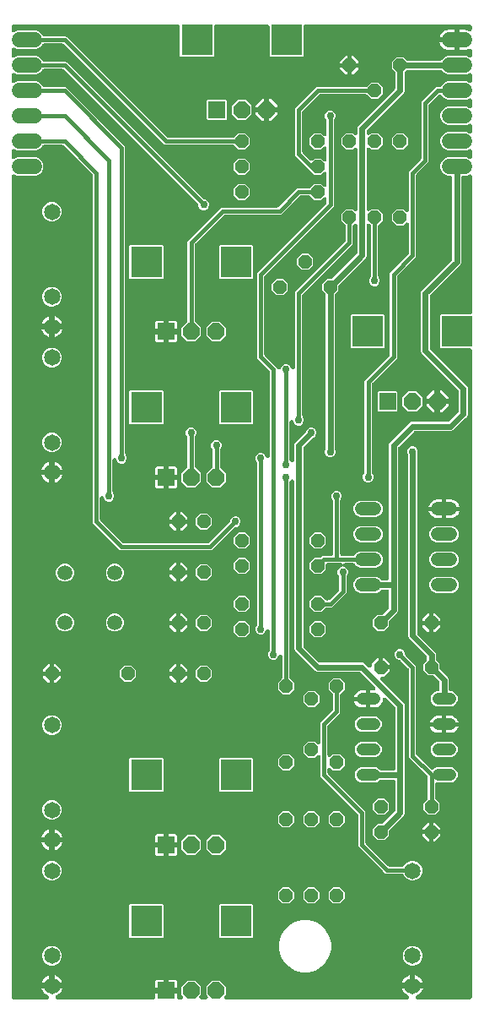
<source format=gbr>
G04 EAGLE Gerber RS-274X export*
G75*
%MOMM*%
%FSLAX34Y34*%
%LPD*%
%INBottom Copper*%
%IPPOS*%
%AMOC8*
5,1,8,0,0,1.08239X$1,22.5*%
G01*
%ADD10P,1.429621X8X112.500000*%
%ADD11P,1.429621X8X22.500000*%
%ADD12P,1.429621X8X292.500000*%
%ADD13C,1.208000*%
%ADD14C,1.650000*%
%ADD15P,1.429621X8X202.500000*%
%ADD16C,1.320800*%
%ADD17R,1.676400X1.676400*%
%ADD18P,1.814519X8X292.500000*%
%ADD19R,3.116000X3.116000*%
%ADD20C,1.508000*%
%ADD21C,1.524000*%
%ADD22C,0.609600*%
%ADD23C,0.756400*%
%ADD24C,0.406400*%

G36*
X45661Y10173D02*
X45661Y10173D01*
X45787Y10176D01*
X45861Y10193D01*
X45936Y10201D01*
X46057Y10238D01*
X46180Y10266D01*
X46249Y10297D01*
X46321Y10319D01*
X46432Y10379D01*
X46547Y10431D01*
X46609Y10475D01*
X46675Y10511D01*
X46772Y10591D01*
X46875Y10665D01*
X46926Y10720D01*
X46984Y10768D01*
X47063Y10867D01*
X47150Y10959D01*
X47189Y11023D01*
X47237Y11082D01*
X47295Y11194D01*
X47361Y11302D01*
X47387Y11373D01*
X47422Y11439D01*
X47457Y11561D01*
X47501Y11679D01*
X47513Y11754D01*
X47534Y11826D01*
X47544Y11952D01*
X47563Y12077D01*
X47560Y12152D01*
X47566Y12228D01*
X47552Y12353D01*
X47546Y12479D01*
X47528Y12553D01*
X47519Y12627D01*
X47480Y12747D01*
X47450Y12870D01*
X47418Y12938D01*
X47395Y13010D01*
X47333Y13120D01*
X47279Y13235D01*
X47234Y13295D01*
X47197Y13361D01*
X47114Y13456D01*
X47039Y13558D01*
X46983Y13608D01*
X46934Y13665D01*
X46834Y13743D01*
X46740Y13828D01*
X46665Y13874D01*
X46615Y13912D01*
X46550Y13945D01*
X46458Y14002D01*
X45144Y14671D01*
X43770Y15669D01*
X42569Y16870D01*
X41571Y18244D01*
X40800Y19758D01*
X40347Y21151D01*
X50082Y21151D01*
X50100Y21152D01*
X50117Y21151D01*
X50300Y21172D01*
X50482Y21191D01*
X50499Y21196D01*
X50517Y21198D01*
X50692Y21255D01*
X50792Y21286D01*
X50799Y21282D01*
X50977Y21234D01*
X51152Y21184D01*
X51170Y21182D01*
X51187Y21178D01*
X51518Y21151D01*
X61253Y21151D01*
X60800Y19758D01*
X60029Y18244D01*
X59031Y16870D01*
X57830Y15669D01*
X56456Y14671D01*
X55142Y14002D01*
X55036Y13934D01*
X54925Y13873D01*
X54867Y13825D01*
X54804Y13784D01*
X54713Y13697D01*
X54616Y13616D01*
X54568Y13557D01*
X54514Y13504D01*
X54443Y13400D01*
X54363Y13302D01*
X54329Y13235D01*
X54286Y13173D01*
X54236Y13056D01*
X54178Y12945D01*
X54157Y12872D01*
X54127Y12803D01*
X54101Y12679D01*
X54066Y12558D01*
X54060Y12483D01*
X54045Y12409D01*
X54044Y12282D01*
X54034Y12156D01*
X54042Y12081D01*
X54042Y12006D01*
X54066Y11882D01*
X54081Y11757D01*
X54104Y11685D01*
X54118Y11611D01*
X54166Y11494D01*
X54205Y11374D01*
X54242Y11308D01*
X54271Y11238D01*
X54341Y11133D01*
X54403Y11023D01*
X54453Y10966D01*
X54494Y10903D01*
X54584Y10814D01*
X54666Y10718D01*
X54726Y10672D01*
X54779Y10619D01*
X54885Y10549D01*
X54985Y10472D01*
X55052Y10438D01*
X55115Y10396D01*
X55232Y10349D01*
X55345Y10292D01*
X55418Y10273D01*
X55488Y10244D01*
X55612Y10221D01*
X55734Y10188D01*
X55821Y10181D01*
X55883Y10169D01*
X55957Y10170D01*
X56065Y10161D01*
X152546Y10161D01*
X152564Y10163D01*
X152582Y10161D01*
X152764Y10182D01*
X152947Y10201D01*
X152964Y10206D01*
X152981Y10208D01*
X153156Y10265D01*
X153332Y10319D01*
X153347Y10327D01*
X153364Y10333D01*
X153524Y10423D01*
X153686Y10511D01*
X153699Y10522D01*
X153715Y10531D01*
X153854Y10651D01*
X153995Y10768D01*
X154006Y10782D01*
X154020Y10794D01*
X154132Y10939D01*
X154247Y11082D01*
X154255Y11098D01*
X154266Y11112D01*
X154348Y11277D01*
X154433Y11439D01*
X154438Y11456D01*
X154446Y11472D01*
X154493Y11651D01*
X154544Y11826D01*
X154546Y11844D01*
X154550Y11861D01*
X154577Y12192D01*
X154577Y16151D01*
X164782Y16151D01*
X164800Y16152D01*
X164817Y16151D01*
X165000Y16172D01*
X165182Y16191D01*
X165199Y16196D01*
X165217Y16198D01*
X165392Y16255D01*
X165492Y16286D01*
X165499Y16282D01*
X165677Y16234D01*
X165852Y16184D01*
X165870Y16182D01*
X165887Y16178D01*
X166218Y16151D01*
X176423Y16151D01*
X176423Y12192D01*
X176425Y12174D01*
X176423Y12156D01*
X176444Y11974D01*
X176463Y11791D01*
X176468Y11774D01*
X176470Y11757D01*
X176527Y11582D01*
X176581Y11406D01*
X176589Y11391D01*
X176595Y11374D01*
X176685Y11214D01*
X176773Y11052D01*
X176784Y11039D01*
X176793Y11023D01*
X176913Y10884D01*
X177030Y10743D01*
X177044Y10732D01*
X177056Y10718D01*
X177201Y10606D01*
X177344Y10491D01*
X177360Y10483D01*
X177374Y10472D01*
X177539Y10390D01*
X177701Y10305D01*
X177718Y10300D01*
X177734Y10292D01*
X177913Y10245D01*
X178088Y10194D01*
X178106Y10192D01*
X178123Y10188D01*
X178454Y10161D01*
X180325Y10161D01*
X180334Y10162D01*
X180343Y10161D01*
X180535Y10182D01*
X180726Y10201D01*
X180734Y10203D01*
X180743Y10204D01*
X180926Y10262D01*
X181111Y10319D01*
X181119Y10323D01*
X181127Y10326D01*
X181295Y10419D01*
X181465Y10511D01*
X181472Y10516D01*
X181479Y10521D01*
X181627Y10646D01*
X181774Y10768D01*
X181780Y10775D01*
X181786Y10781D01*
X181906Y10933D01*
X182026Y11082D01*
X182030Y11090D01*
X182036Y11097D01*
X182123Y11269D01*
X182212Y11439D01*
X182214Y11448D01*
X182218Y11456D01*
X182270Y11642D01*
X182323Y11826D01*
X182324Y11835D01*
X182326Y11844D01*
X182340Y12036D01*
X182356Y12228D01*
X182355Y12236D01*
X182356Y12245D01*
X182331Y12438D01*
X182309Y12627D01*
X182306Y12636D01*
X182305Y12645D01*
X182244Y12828D01*
X182184Y13010D01*
X182180Y13018D01*
X182177Y13026D01*
X182082Y13192D01*
X181986Y13361D01*
X181981Y13368D01*
X181976Y13375D01*
X181762Y13628D01*
X180593Y14797D01*
X180593Y23003D01*
X186397Y28807D01*
X194603Y28807D01*
X200407Y23003D01*
X200407Y14797D01*
X199238Y13628D01*
X199233Y13621D01*
X199226Y13616D01*
X199106Y13466D01*
X198983Y13317D01*
X198979Y13309D01*
X198974Y13302D01*
X198885Y13132D01*
X198795Y12961D01*
X198792Y12952D01*
X198788Y12945D01*
X198735Y12760D01*
X198680Y12575D01*
X198679Y12566D01*
X198677Y12558D01*
X198661Y12367D01*
X198644Y12174D01*
X198645Y12165D01*
X198644Y12156D01*
X198666Y11967D01*
X198687Y11774D01*
X198690Y11765D01*
X198691Y11757D01*
X198750Y11575D01*
X198809Y11390D01*
X198813Y11382D01*
X198816Y11374D01*
X198910Y11207D01*
X199003Y11038D01*
X199009Y11031D01*
X199014Y11023D01*
X199139Y10878D01*
X199264Y10731D01*
X199271Y10725D01*
X199277Y10718D01*
X199427Y10602D01*
X199580Y10481D01*
X199588Y10477D01*
X199595Y10472D01*
X199766Y10386D01*
X199939Y10299D01*
X199947Y10296D01*
X199955Y10292D01*
X200141Y10242D01*
X200327Y10191D01*
X200335Y10190D01*
X200344Y10188D01*
X200675Y10161D01*
X205325Y10161D01*
X205334Y10162D01*
X205343Y10161D01*
X205535Y10182D01*
X205726Y10201D01*
X205734Y10203D01*
X205743Y10204D01*
X205926Y10262D01*
X206111Y10319D01*
X206119Y10323D01*
X206127Y10326D01*
X206295Y10419D01*
X206465Y10511D01*
X206472Y10516D01*
X206479Y10521D01*
X206627Y10646D01*
X206774Y10768D01*
X206780Y10775D01*
X206786Y10781D01*
X206906Y10933D01*
X207026Y11082D01*
X207030Y11090D01*
X207036Y11097D01*
X207123Y11269D01*
X207212Y11439D01*
X207214Y11448D01*
X207218Y11456D01*
X207270Y11642D01*
X207323Y11826D01*
X207324Y11835D01*
X207326Y11844D01*
X207340Y12036D01*
X207356Y12228D01*
X207355Y12236D01*
X207356Y12245D01*
X207331Y12438D01*
X207309Y12627D01*
X207306Y12636D01*
X207305Y12645D01*
X207244Y12828D01*
X207184Y13010D01*
X207180Y13018D01*
X207177Y13026D01*
X207082Y13192D01*
X206986Y13361D01*
X206981Y13368D01*
X206976Y13375D01*
X206762Y13628D01*
X205593Y14797D01*
X205593Y23003D01*
X211397Y28807D01*
X219603Y28807D01*
X225407Y23003D01*
X225407Y14797D01*
X224238Y13628D01*
X224233Y13621D01*
X224226Y13616D01*
X224106Y13466D01*
X223983Y13317D01*
X223979Y13309D01*
X223974Y13302D01*
X223885Y13132D01*
X223795Y12961D01*
X223792Y12952D01*
X223788Y12945D01*
X223735Y12760D01*
X223680Y12575D01*
X223679Y12566D01*
X223677Y12558D01*
X223661Y12367D01*
X223644Y12174D01*
X223645Y12165D01*
X223644Y12156D01*
X223666Y11967D01*
X223687Y11774D01*
X223690Y11765D01*
X223691Y11757D01*
X223750Y11575D01*
X223809Y11390D01*
X223813Y11382D01*
X223816Y11374D01*
X223910Y11207D01*
X224003Y11038D01*
X224009Y11031D01*
X224014Y11023D01*
X224139Y10878D01*
X224264Y10731D01*
X224271Y10725D01*
X224277Y10718D01*
X224427Y10602D01*
X224580Y10481D01*
X224588Y10477D01*
X224595Y10472D01*
X224766Y10386D01*
X224939Y10299D01*
X224947Y10296D01*
X224955Y10292D01*
X225141Y10242D01*
X225327Y10191D01*
X225335Y10190D01*
X225344Y10188D01*
X225675Y10161D01*
X407485Y10161D01*
X407611Y10173D01*
X407737Y10176D01*
X407811Y10193D01*
X407886Y10201D01*
X408007Y10238D01*
X408130Y10266D01*
X408199Y10297D01*
X408271Y10319D01*
X408382Y10379D01*
X408497Y10431D01*
X408559Y10475D01*
X408625Y10511D01*
X408722Y10591D01*
X408825Y10665D01*
X408876Y10720D01*
X408934Y10768D01*
X409013Y10867D01*
X409100Y10959D01*
X409139Y11023D01*
X409187Y11082D01*
X409245Y11194D01*
X409311Y11302D01*
X409337Y11373D01*
X409372Y11439D01*
X409407Y11561D01*
X409451Y11679D01*
X409463Y11754D01*
X409484Y11826D01*
X409494Y11952D01*
X409513Y12077D01*
X409510Y12152D01*
X409516Y12228D01*
X409502Y12353D01*
X409496Y12479D01*
X409478Y12553D01*
X409469Y12627D01*
X409430Y12747D01*
X409400Y12870D01*
X409368Y12938D01*
X409345Y13010D01*
X409283Y13120D01*
X409229Y13235D01*
X409184Y13295D01*
X409147Y13361D01*
X409064Y13456D01*
X408989Y13558D01*
X408933Y13608D01*
X408884Y13665D01*
X408784Y13743D01*
X408690Y13828D01*
X408615Y13874D01*
X408565Y13912D01*
X408500Y13945D01*
X408408Y14002D01*
X407094Y14671D01*
X405720Y15669D01*
X404519Y16870D01*
X403521Y18244D01*
X402750Y19758D01*
X402297Y21151D01*
X412032Y21151D01*
X412050Y21152D01*
X412067Y21151D01*
X412250Y21172D01*
X412432Y21191D01*
X412449Y21196D01*
X412467Y21198D01*
X412642Y21255D01*
X412742Y21286D01*
X412749Y21282D01*
X412927Y21234D01*
X413102Y21184D01*
X413120Y21182D01*
X413137Y21178D01*
X413468Y21151D01*
X423203Y21151D01*
X422750Y19758D01*
X421979Y18244D01*
X420981Y16870D01*
X419780Y15669D01*
X418406Y14671D01*
X417092Y14002D01*
X416986Y13934D01*
X416875Y13873D01*
X416817Y13825D01*
X416754Y13784D01*
X416663Y13697D01*
X416566Y13616D01*
X416519Y13557D01*
X416464Y13504D01*
X416393Y13400D01*
X416313Y13302D01*
X416279Y13235D01*
X416236Y13173D01*
X416186Y13057D01*
X416128Y12945D01*
X416107Y12872D01*
X416077Y12803D01*
X416051Y12679D01*
X416017Y12558D01*
X416010Y12482D01*
X415995Y12409D01*
X415994Y12282D01*
X415984Y12156D01*
X415992Y12081D01*
X415992Y12006D01*
X416016Y11882D01*
X416031Y11757D01*
X416054Y11685D01*
X416068Y11611D01*
X416116Y11494D01*
X416155Y11374D01*
X416192Y11308D01*
X416221Y11238D01*
X416291Y11133D01*
X416353Y11023D01*
X416403Y10966D01*
X416444Y10903D01*
X416534Y10814D01*
X416616Y10718D01*
X416676Y10672D01*
X416729Y10619D01*
X416835Y10549D01*
X416935Y10472D01*
X417002Y10438D01*
X417065Y10396D01*
X417182Y10349D01*
X417295Y10292D01*
X417368Y10273D01*
X417438Y10244D01*
X417562Y10221D01*
X417684Y10188D01*
X417771Y10181D01*
X417833Y10169D01*
X417907Y10170D01*
X418015Y10161D01*
X470408Y10161D01*
X470426Y10163D01*
X470444Y10161D01*
X470626Y10182D01*
X470809Y10201D01*
X470826Y10206D01*
X470843Y10208D01*
X471018Y10265D01*
X471194Y10319D01*
X471209Y10327D01*
X471226Y10333D01*
X471386Y10423D01*
X471548Y10511D01*
X471561Y10522D01*
X471577Y10531D01*
X471716Y10651D01*
X471857Y10768D01*
X471868Y10782D01*
X471882Y10794D01*
X471994Y10939D01*
X472109Y11082D01*
X472117Y11098D01*
X472128Y11112D01*
X472210Y11277D01*
X472295Y11439D01*
X472300Y11456D01*
X472308Y11472D01*
X472355Y11651D01*
X472406Y11826D01*
X472408Y11844D01*
X472412Y11861D01*
X472439Y12192D01*
X472439Y660314D01*
X472437Y660332D01*
X472439Y660350D01*
X472418Y660532D01*
X472399Y660715D01*
X472394Y660732D01*
X472392Y660749D01*
X472335Y660924D01*
X472281Y661100D01*
X472273Y661115D01*
X472267Y661132D01*
X472177Y661292D01*
X472089Y661454D01*
X472078Y661467D01*
X472069Y661483D01*
X471949Y661622D01*
X471832Y661763D01*
X471818Y661774D01*
X471806Y661788D01*
X471661Y661900D01*
X471518Y662015D01*
X471502Y662023D01*
X471488Y662034D01*
X471323Y662116D01*
X471161Y662201D01*
X471144Y662206D01*
X471128Y662214D01*
X470949Y662261D01*
X470774Y662312D01*
X470756Y662314D01*
X470739Y662318D01*
X470408Y662345D01*
X441538Y662345D01*
X440645Y663238D01*
X440645Y695662D01*
X441538Y696555D01*
X470408Y696555D01*
X470426Y696557D01*
X470444Y696555D01*
X470626Y696576D01*
X470809Y696595D01*
X470826Y696600D01*
X470843Y696602D01*
X471018Y696659D01*
X471194Y696713D01*
X471209Y696721D01*
X471226Y696727D01*
X471386Y696817D01*
X471548Y696905D01*
X471561Y696916D01*
X471577Y696925D01*
X471716Y697045D01*
X471857Y697162D01*
X471868Y697176D01*
X471882Y697188D01*
X471994Y697333D01*
X472109Y697476D01*
X472117Y697492D01*
X472128Y697506D01*
X472210Y697671D01*
X472295Y697833D01*
X472300Y697850D01*
X472308Y697866D01*
X472355Y698045D01*
X472406Y698220D01*
X472408Y698238D01*
X472412Y698255D01*
X472439Y698586D01*
X472439Y834768D01*
X472438Y834781D01*
X472439Y834795D01*
X472418Y834980D01*
X472399Y835168D01*
X472395Y835181D01*
X472394Y835195D01*
X472337Y835372D01*
X472281Y835553D01*
X472275Y835565D01*
X472271Y835578D01*
X472179Y835743D01*
X472089Y835907D01*
X472081Y835918D01*
X472074Y835929D01*
X471952Y836073D01*
X471832Y836217D01*
X471821Y836225D01*
X471813Y836235D01*
X471664Y836352D01*
X471518Y836469D01*
X471506Y836475D01*
X471496Y836483D01*
X471326Y836568D01*
X471161Y836655D01*
X471148Y836658D01*
X471136Y836664D01*
X470953Y836714D01*
X470774Y836766D01*
X470760Y836767D01*
X470747Y836771D01*
X470559Y836783D01*
X470372Y836799D01*
X470359Y836797D01*
X470346Y836798D01*
X470158Y836774D01*
X469973Y836752D01*
X469960Y836748D01*
X469947Y836746D01*
X469631Y836644D01*
X466639Y835405D01*
X463804Y835405D01*
X463786Y835403D01*
X463768Y835405D01*
X463586Y835384D01*
X463403Y835365D01*
X463386Y835360D01*
X463369Y835358D01*
X463194Y835301D01*
X463018Y835247D01*
X463003Y835239D01*
X462986Y835233D01*
X462826Y835143D01*
X462664Y835055D01*
X462651Y835044D01*
X462635Y835035D01*
X462496Y834915D01*
X462355Y834798D01*
X462344Y834784D01*
X462330Y834772D01*
X462218Y834627D01*
X462103Y834484D01*
X462095Y834468D01*
X462084Y834454D01*
X462002Y834289D01*
X461917Y834127D01*
X461912Y834110D01*
X461904Y834094D01*
X461857Y833915D01*
X461806Y833740D01*
X461804Y833722D01*
X461800Y833705D01*
X461773Y833374D01*
X461773Y748390D01*
X461077Y746710D01*
X430618Y716251D01*
X430601Y716230D01*
X430580Y716213D01*
X430473Y716075D01*
X430363Y715939D01*
X430350Y715916D01*
X430334Y715895D01*
X430256Y715738D01*
X430174Y715584D01*
X430166Y715558D01*
X430154Y715534D01*
X430109Y715365D01*
X430059Y715198D01*
X430057Y715171D01*
X430050Y715145D01*
X430023Y714815D01*
X430023Y663135D01*
X430025Y663109D01*
X430023Y663082D01*
X430045Y662908D01*
X430063Y662735D01*
X430070Y662709D01*
X430074Y662683D01*
X430129Y662517D01*
X430181Y662350D01*
X430194Y662326D01*
X430202Y662301D01*
X430289Y662149D01*
X430373Y661996D01*
X430390Y661975D01*
X430403Y661952D01*
X430618Y661699D01*
X465855Y626462D01*
X467427Y624890D01*
X468123Y623210D01*
X468123Y595990D01*
X467427Y594310D01*
X465855Y592738D01*
X453440Y580323D01*
X451760Y579627D01*
X415485Y579627D01*
X415459Y579625D01*
X415432Y579627D01*
X415258Y579605D01*
X415085Y579587D01*
X415059Y579580D01*
X415033Y579576D01*
X414867Y579521D01*
X414700Y579469D01*
X414676Y579456D01*
X414651Y579448D01*
X414499Y579361D01*
X414346Y579277D01*
X414325Y579260D01*
X414302Y579247D01*
X414049Y579032D01*
X398868Y563851D01*
X398851Y563830D01*
X398830Y563813D01*
X398723Y563675D01*
X398613Y563539D01*
X398600Y563516D01*
X398584Y563495D01*
X398506Y563338D01*
X398424Y563184D01*
X398416Y563158D01*
X398404Y563134D01*
X398359Y562965D01*
X398309Y562798D01*
X398307Y562771D01*
X398300Y562745D01*
X398273Y562415D01*
X398273Y399140D01*
X397577Y397460D01*
X389724Y389607D01*
X389707Y389586D01*
X389686Y389569D01*
X389579Y389431D01*
X389469Y389295D01*
X389456Y389272D01*
X389440Y389251D01*
X389362Y389094D01*
X389280Y388940D01*
X389272Y388914D01*
X389260Y388890D01*
X389215Y388721D01*
X389165Y388554D01*
X389163Y388527D01*
X389156Y388501D01*
X389129Y388171D01*
X389129Y383983D01*
X384367Y379221D01*
X377633Y379221D01*
X372871Y383983D01*
X372871Y390717D01*
X377633Y395479D01*
X381821Y395479D01*
X381847Y395481D01*
X381874Y395479D01*
X382048Y395501D01*
X382221Y395519D01*
X382247Y395526D01*
X382273Y395530D01*
X382439Y395586D01*
X382606Y395637D01*
X382630Y395650D01*
X382655Y395658D01*
X382807Y395745D01*
X382960Y395829D01*
X382981Y395846D01*
X383004Y395859D01*
X383257Y396074D01*
X388532Y401349D01*
X388549Y401370D01*
X388570Y401387D01*
X388677Y401525D01*
X388787Y401661D01*
X388800Y401684D01*
X388816Y401705D01*
X388894Y401862D01*
X388976Y402016D01*
X388984Y402042D01*
X388996Y402066D01*
X389041Y402235D01*
X389091Y402402D01*
X389093Y402429D01*
X389100Y402455D01*
X389127Y402785D01*
X389127Y418846D01*
X389125Y418864D01*
X389127Y418882D01*
X389106Y419064D01*
X389087Y419247D01*
X389082Y419264D01*
X389080Y419281D01*
X389023Y419456D01*
X388969Y419632D01*
X388961Y419647D01*
X388955Y419664D01*
X388865Y419824D01*
X388777Y419986D01*
X388766Y419999D01*
X388757Y420015D01*
X388637Y420154D01*
X388520Y420295D01*
X388506Y420306D01*
X388494Y420320D01*
X388349Y420432D01*
X388206Y420547D01*
X388190Y420555D01*
X388176Y420566D01*
X388011Y420648D01*
X387849Y420733D01*
X387832Y420738D01*
X387816Y420746D01*
X387637Y420793D01*
X387462Y420844D01*
X387444Y420846D01*
X387427Y420850D01*
X387096Y420877D01*
X382668Y420877D01*
X382642Y420875D01*
X382615Y420877D01*
X382441Y420855D01*
X382268Y420837D01*
X382242Y420830D01*
X382216Y420826D01*
X382050Y420771D01*
X381883Y420719D01*
X381859Y420706D01*
X381834Y420698D01*
X381682Y420611D01*
X381529Y420527D01*
X381508Y420510D01*
X381485Y420497D01*
X381232Y420282D01*
X379509Y418559D01*
X378845Y418284D01*
X376521Y417321D01*
X360079Y417321D01*
X357091Y418559D01*
X354805Y420845D01*
X353567Y423833D01*
X353567Y427067D01*
X354805Y430055D01*
X357091Y432341D01*
X360079Y433579D01*
X376521Y433579D01*
X379509Y432341D01*
X381232Y430618D01*
X381253Y430601D01*
X381270Y430580D01*
X381408Y430473D01*
X381544Y430363D01*
X381567Y430350D01*
X381588Y430334D01*
X381745Y430256D01*
X381899Y430174D01*
X381925Y430166D01*
X381949Y430154D01*
X382118Y430109D01*
X382285Y430059D01*
X382312Y430057D01*
X382338Y430050D01*
X382668Y430023D01*
X387096Y430023D01*
X387114Y430025D01*
X387132Y430023D01*
X387314Y430044D01*
X387497Y430063D01*
X387514Y430068D01*
X387531Y430070D01*
X387706Y430127D01*
X387882Y430181D01*
X387897Y430189D01*
X387914Y430195D01*
X388074Y430285D01*
X388236Y430373D01*
X388249Y430384D01*
X388265Y430393D01*
X388404Y430513D01*
X388545Y430630D01*
X388556Y430644D01*
X388570Y430656D01*
X388682Y430801D01*
X388797Y430944D01*
X388805Y430960D01*
X388816Y430974D01*
X388898Y431139D01*
X388983Y431301D01*
X388988Y431318D01*
X388996Y431334D01*
X389043Y431513D01*
X389094Y431688D01*
X389096Y431706D01*
X389100Y431723D01*
X389127Y432054D01*
X389127Y566060D01*
X389823Y567740D01*
X391395Y569312D01*
X408588Y586505D01*
X410160Y588077D01*
X411840Y588773D01*
X448115Y588773D01*
X448141Y588775D01*
X448168Y588773D01*
X448342Y588795D01*
X448515Y588813D01*
X448541Y588820D01*
X448567Y588824D01*
X448733Y588879D01*
X448900Y588931D01*
X448924Y588944D01*
X448949Y588952D01*
X449100Y589039D01*
X449254Y589123D01*
X449275Y589140D01*
X449298Y589153D01*
X449551Y589368D01*
X458382Y598199D01*
X458399Y598220D01*
X458420Y598237D01*
X458527Y598375D01*
X458637Y598511D01*
X458650Y598534D01*
X458666Y598555D01*
X458744Y598712D01*
X458826Y598866D01*
X458834Y598892D01*
X458846Y598916D01*
X458891Y599085D01*
X458941Y599252D01*
X458943Y599279D01*
X458950Y599305D01*
X458977Y599635D01*
X458977Y619565D01*
X458977Y619569D01*
X458977Y619571D01*
X458975Y619591D01*
X458977Y619618D01*
X458955Y619792D01*
X458937Y619965D01*
X458930Y619991D01*
X458926Y620017D01*
X458871Y620183D01*
X458819Y620350D01*
X458806Y620374D01*
X458798Y620399D01*
X458711Y620551D01*
X458627Y620704D01*
X458610Y620725D01*
X458597Y620748D01*
X458382Y621001D01*
X423145Y656238D01*
X421573Y657810D01*
X420877Y659490D01*
X420877Y718460D01*
X421573Y720140D01*
X452032Y750599D01*
X452049Y750620D01*
X452070Y750637D01*
X452177Y750775D01*
X452287Y750911D01*
X452300Y750934D01*
X452316Y750955D01*
X452394Y751112D01*
X452476Y751266D01*
X452484Y751292D01*
X452496Y751316D01*
X452541Y751485D01*
X452591Y751652D01*
X452593Y751679D01*
X452600Y751705D01*
X452627Y752035D01*
X452627Y833374D01*
X452625Y833392D01*
X452627Y833410D01*
X452606Y833592D01*
X452587Y833775D01*
X452582Y833792D01*
X452580Y833809D01*
X452523Y833984D01*
X452469Y834160D01*
X452461Y834175D01*
X452455Y834192D01*
X452365Y834352D01*
X452277Y834514D01*
X452266Y834527D01*
X452257Y834543D01*
X452137Y834682D01*
X452020Y834823D01*
X452006Y834834D01*
X451994Y834848D01*
X451849Y834960D01*
X451706Y835075D01*
X451690Y835083D01*
X451676Y835094D01*
X451511Y835176D01*
X451349Y835261D01*
X451332Y835266D01*
X451316Y835274D01*
X451137Y835321D01*
X450962Y835372D01*
X450944Y835374D01*
X450927Y835378D01*
X450596Y835405D01*
X447761Y835405D01*
X444400Y836797D01*
X441827Y839370D01*
X440435Y842731D01*
X440435Y846369D01*
X441827Y849730D01*
X444400Y852303D01*
X447761Y853695D01*
X466639Y853695D01*
X469631Y852456D01*
X469644Y852452D01*
X469655Y852445D01*
X469835Y852394D01*
X470016Y852339D01*
X470029Y852338D01*
X470042Y852334D01*
X470230Y852319D01*
X470417Y852301D01*
X470430Y852302D01*
X470444Y852301D01*
X470630Y852323D01*
X470817Y852343D01*
X470830Y852347D01*
X470843Y852348D01*
X471022Y852406D01*
X471202Y852462D01*
X471213Y852469D01*
X471226Y852473D01*
X471390Y852565D01*
X471555Y852656D01*
X471565Y852664D01*
X471577Y852671D01*
X471719Y852793D01*
X471863Y852915D01*
X471871Y852925D01*
X471882Y852934D01*
X471996Y853082D01*
X472114Y853230D01*
X472120Y853242D01*
X472128Y853252D01*
X472212Y853420D01*
X472298Y853588D01*
X472302Y853601D01*
X472308Y853613D01*
X472357Y853795D01*
X472408Y853975D01*
X472409Y853988D01*
X472412Y854001D01*
X472439Y854332D01*
X472439Y860168D01*
X472438Y860181D01*
X472439Y860195D01*
X472418Y860381D01*
X472399Y860568D01*
X472395Y860581D01*
X472394Y860595D01*
X472336Y860774D01*
X472281Y860953D01*
X472275Y860965D01*
X472271Y860978D01*
X472179Y861143D01*
X472089Y861307D01*
X472081Y861318D01*
X472074Y861329D01*
X471952Y861473D01*
X471832Y861617D01*
X471821Y861625D01*
X471813Y861635D01*
X471664Y861752D01*
X471518Y861869D01*
X471506Y861875D01*
X471496Y861883D01*
X471326Y861968D01*
X471161Y862055D01*
X471148Y862058D01*
X471136Y862064D01*
X470953Y862114D01*
X470774Y862166D01*
X470760Y862167D01*
X470747Y862171D01*
X470559Y862183D01*
X470372Y862199D01*
X470359Y862197D01*
X470346Y862198D01*
X470158Y862174D01*
X469973Y862152D01*
X469960Y862148D01*
X469947Y862146D01*
X469631Y862044D01*
X466639Y860805D01*
X447761Y860805D01*
X444400Y862197D01*
X441827Y864770D01*
X440435Y868131D01*
X440435Y871769D01*
X441827Y875130D01*
X444400Y877703D01*
X447761Y879095D01*
X466639Y879095D01*
X469631Y877856D01*
X469644Y877852D01*
X469655Y877845D01*
X469835Y877794D01*
X470016Y877739D01*
X470029Y877738D01*
X470042Y877734D01*
X470230Y877719D01*
X470417Y877701D01*
X470430Y877702D01*
X470444Y877701D01*
X470630Y877723D01*
X470817Y877743D01*
X470830Y877747D01*
X470843Y877748D01*
X471022Y877806D01*
X471202Y877862D01*
X471213Y877869D01*
X471226Y877873D01*
X471390Y877965D01*
X471555Y878056D01*
X471565Y878064D01*
X471577Y878071D01*
X471719Y878193D01*
X471863Y878315D01*
X471871Y878325D01*
X471882Y878334D01*
X471996Y878482D01*
X472114Y878630D01*
X472120Y878642D01*
X472128Y878652D01*
X472212Y878820D01*
X472298Y878988D01*
X472302Y879001D01*
X472308Y879013D01*
X472357Y879195D01*
X472408Y879375D01*
X472409Y879388D01*
X472412Y879401D01*
X472439Y879732D01*
X472439Y885568D01*
X472438Y885581D01*
X472439Y885595D01*
X472418Y885781D01*
X472399Y885968D01*
X472395Y885981D01*
X472394Y885995D01*
X472336Y886174D01*
X472281Y886353D01*
X472275Y886365D01*
X472271Y886378D01*
X472179Y886543D01*
X472089Y886707D01*
X472081Y886718D01*
X472074Y886729D01*
X471952Y886873D01*
X471832Y887017D01*
X471821Y887025D01*
X471813Y887035D01*
X471664Y887152D01*
X471518Y887269D01*
X471506Y887275D01*
X471496Y887283D01*
X471326Y887368D01*
X471161Y887455D01*
X471148Y887458D01*
X471136Y887464D01*
X470953Y887514D01*
X470774Y887566D01*
X470760Y887567D01*
X470747Y887571D01*
X470559Y887583D01*
X470372Y887599D01*
X470359Y887597D01*
X470346Y887598D01*
X470158Y887574D01*
X469973Y887552D01*
X469960Y887548D01*
X469947Y887546D01*
X469631Y887444D01*
X466639Y886205D01*
X447761Y886205D01*
X444400Y887597D01*
X441827Y890170D01*
X440435Y893531D01*
X440435Y897169D01*
X441827Y900530D01*
X444400Y903103D01*
X447761Y904495D01*
X466639Y904495D01*
X469631Y903256D01*
X469644Y903252D01*
X469655Y903245D01*
X469835Y903194D01*
X470016Y903139D01*
X470029Y903138D01*
X470042Y903134D01*
X470230Y903119D01*
X470417Y903101D01*
X470430Y903102D01*
X470444Y903101D01*
X470630Y903123D01*
X470817Y903143D01*
X470830Y903147D01*
X470843Y903148D01*
X471022Y903206D01*
X471202Y903262D01*
X471213Y903269D01*
X471226Y903273D01*
X471390Y903365D01*
X471555Y903456D01*
X471565Y903464D01*
X471577Y903471D01*
X471719Y903593D01*
X471863Y903715D01*
X471871Y903725D01*
X471882Y903734D01*
X471996Y903882D01*
X472114Y904030D01*
X472120Y904042D01*
X472128Y904052D01*
X472212Y904220D01*
X472298Y904388D01*
X472302Y904401D01*
X472308Y904413D01*
X472357Y904595D01*
X472408Y904775D01*
X472409Y904788D01*
X472412Y904801D01*
X472439Y905132D01*
X472439Y910968D01*
X472438Y910981D01*
X472439Y910995D01*
X472418Y911181D01*
X472399Y911368D01*
X472395Y911381D01*
X472394Y911395D01*
X472336Y911574D01*
X472281Y911753D01*
X472275Y911765D01*
X472271Y911778D01*
X472179Y911943D01*
X472089Y912107D01*
X472081Y912118D01*
X472074Y912129D01*
X471952Y912273D01*
X471832Y912417D01*
X471821Y912425D01*
X471813Y912435D01*
X471664Y912552D01*
X471518Y912669D01*
X471506Y912675D01*
X471496Y912683D01*
X471326Y912768D01*
X471161Y912855D01*
X471148Y912858D01*
X471136Y912864D01*
X470953Y912914D01*
X470774Y912966D01*
X470760Y912967D01*
X470747Y912971D01*
X470559Y912983D01*
X470372Y912999D01*
X470359Y912997D01*
X470346Y912998D01*
X470158Y912974D01*
X469973Y912952D01*
X469960Y912948D01*
X469947Y912946D01*
X469631Y912844D01*
X466639Y911605D01*
X447761Y911605D01*
X444400Y912997D01*
X441803Y915594D01*
X441769Y915656D01*
X441680Y915823D01*
X441671Y915833D01*
X441665Y915845D01*
X441543Y915988D01*
X441423Y916133D01*
X441413Y916141D01*
X441404Y916152D01*
X441257Y916268D01*
X441111Y916387D01*
X441099Y916393D01*
X441088Y916401D01*
X440921Y916486D01*
X440754Y916574D01*
X440741Y916578D01*
X440729Y916584D01*
X440548Y916634D01*
X440368Y916687D01*
X440354Y916688D01*
X440341Y916692D01*
X440153Y916706D01*
X439967Y916722D01*
X439953Y916720D01*
X439940Y916721D01*
X439753Y916697D01*
X439567Y916676D01*
X439554Y916672D01*
X439540Y916671D01*
X439363Y916611D01*
X439183Y916553D01*
X439171Y916547D01*
X439159Y916542D01*
X438996Y916449D01*
X438832Y916357D01*
X438822Y916348D01*
X438810Y916342D01*
X438557Y916127D01*
X429602Y907172D01*
X429585Y907151D01*
X429564Y907133D01*
X429457Y906996D01*
X429347Y906860D01*
X429334Y906837D01*
X429318Y906815D01*
X429240Y906658D01*
X429158Y906504D01*
X429150Y906479D01*
X429138Y906455D01*
X429093Y906285D01*
X429043Y906119D01*
X429041Y906092D01*
X429034Y906066D01*
X429007Y905735D01*
X429007Y849427D01*
X416902Y837322D01*
X416885Y837301D01*
X416864Y837283D01*
X416757Y837146D01*
X416647Y837010D01*
X416634Y836987D01*
X416618Y836965D01*
X416540Y836808D01*
X416458Y836654D01*
X416450Y836629D01*
X416438Y836605D01*
X416393Y836435D01*
X416343Y836269D01*
X416341Y836242D01*
X416334Y836216D01*
X416307Y835885D01*
X416307Y754177D01*
X397852Y735722D01*
X397835Y735701D01*
X397814Y735683D01*
X397707Y735546D01*
X397597Y735410D01*
X397584Y735387D01*
X397568Y735365D01*
X397490Y735208D01*
X397408Y735054D01*
X397400Y735029D01*
X397388Y735005D01*
X397343Y734835D01*
X397293Y734669D01*
X397291Y734642D01*
X397284Y734616D01*
X397257Y734285D01*
X397257Y652577D01*
X372452Y627772D01*
X372435Y627751D01*
X372414Y627733D01*
X372307Y627596D01*
X372197Y627460D01*
X372184Y627437D01*
X372168Y627415D01*
X372090Y627258D01*
X372008Y627104D01*
X372000Y627079D01*
X371988Y627055D01*
X371943Y626885D01*
X371893Y626719D01*
X371891Y626692D01*
X371884Y626666D01*
X371857Y626335D01*
X371857Y538190D01*
X371859Y538163D01*
X371857Y538136D01*
X371879Y537962D01*
X371897Y537789D01*
X371904Y537763D01*
X371908Y537737D01*
X371963Y537571D01*
X372015Y537404D01*
X372028Y537380D01*
X372036Y537355D01*
X372123Y537203D01*
X372207Y537050D01*
X372224Y537029D01*
X372237Y537006D01*
X372452Y536753D01*
X372799Y536406D01*
X373607Y534456D01*
X373607Y532344D01*
X372799Y530394D01*
X371306Y528901D01*
X369356Y528093D01*
X367244Y528093D01*
X365294Y528901D01*
X363801Y530394D01*
X362993Y532344D01*
X362993Y534456D01*
X363801Y536406D01*
X364148Y536753D01*
X364165Y536774D01*
X364186Y536791D01*
X364293Y536929D01*
X364403Y537065D01*
X364416Y537088D01*
X364432Y537109D01*
X364510Y537266D01*
X364592Y537420D01*
X364600Y537446D01*
X364612Y537470D01*
X364657Y537639D01*
X364707Y537806D01*
X364709Y537833D01*
X364716Y537859D01*
X364743Y538190D01*
X364743Y630123D01*
X389548Y654928D01*
X389565Y654949D01*
X389586Y654967D01*
X389693Y655104D01*
X389803Y655240D01*
X389816Y655263D01*
X389832Y655285D01*
X389910Y655442D01*
X389992Y655596D01*
X390000Y655621D01*
X390012Y655645D01*
X390057Y655815D01*
X390107Y655981D01*
X390109Y656008D01*
X390116Y656034D01*
X390143Y656365D01*
X390143Y738073D01*
X408598Y756528D01*
X408615Y756549D01*
X408636Y756567D01*
X408743Y756704D01*
X408853Y756840D01*
X408866Y756863D01*
X408882Y756885D01*
X408960Y757042D01*
X409042Y757196D01*
X409050Y757221D01*
X409062Y757245D01*
X409107Y757415D01*
X409157Y757581D01*
X409159Y757608D01*
X409166Y757634D01*
X409193Y757965D01*
X409193Y786494D01*
X409192Y786502D01*
X409193Y786511D01*
X409172Y786703D01*
X409153Y786894D01*
X409151Y786903D01*
X409150Y786912D01*
X409092Y787094D01*
X409035Y787279D01*
X409031Y787287D01*
X409028Y787296D01*
X408935Y787464D01*
X408843Y787633D01*
X408838Y787640D01*
X408833Y787648D01*
X408709Y787795D01*
X408586Y787942D01*
X408579Y787948D01*
X408573Y787955D01*
X408422Y788074D01*
X408272Y788195D01*
X408264Y788199D01*
X408257Y788204D01*
X408084Y788292D01*
X407915Y788380D01*
X407906Y788383D01*
X407898Y788387D01*
X407712Y788439D01*
X407528Y788492D01*
X407519Y788492D01*
X407510Y788495D01*
X407317Y788509D01*
X407126Y788525D01*
X407118Y788524D01*
X407109Y788524D01*
X406916Y788500D01*
X406727Y788478D01*
X406718Y788475D01*
X406709Y788474D01*
X406526Y788412D01*
X406344Y788353D01*
X406336Y788348D01*
X406328Y788346D01*
X406162Y788250D01*
X405993Y788155D01*
X405986Y788149D01*
X405979Y788145D01*
X405726Y787930D01*
X403417Y785621D01*
X396683Y785621D01*
X391921Y790383D01*
X391921Y797117D01*
X396683Y801879D01*
X403417Y801879D01*
X405726Y799570D01*
X405733Y799564D01*
X405738Y799558D01*
X405888Y799437D01*
X406037Y799315D01*
X406045Y799311D01*
X406052Y799305D01*
X406222Y799217D01*
X406393Y799126D01*
X406402Y799124D01*
X406409Y799120D01*
X406594Y799067D01*
X406779Y799012D01*
X406788Y799011D01*
X406796Y799008D01*
X406987Y798993D01*
X407180Y798975D01*
X407189Y798976D01*
X407198Y798975D01*
X407387Y798998D01*
X407580Y799019D01*
X407589Y799021D01*
X407597Y799022D01*
X407779Y799082D01*
X407964Y799140D01*
X407972Y799144D01*
X407980Y799147D01*
X408149Y799242D01*
X408316Y799335D01*
X408323Y799341D01*
X408331Y799345D01*
X408477Y799471D01*
X408623Y799595D01*
X408629Y799602D01*
X408636Y799608D01*
X408753Y799759D01*
X408873Y799911D01*
X408877Y799919D01*
X408882Y799926D01*
X408968Y800098D01*
X409055Y800270D01*
X409058Y800279D01*
X409062Y800287D01*
X409112Y800473D01*
X409163Y800658D01*
X409164Y800667D01*
X409166Y800676D01*
X409193Y801006D01*
X409193Y839673D01*
X421298Y851778D01*
X421315Y851799D01*
X421336Y851817D01*
X421443Y851954D01*
X421553Y852090D01*
X421566Y852113D01*
X421582Y852135D01*
X421660Y852292D01*
X421742Y852446D01*
X421750Y852471D01*
X421762Y852495D01*
X421807Y852665D01*
X421857Y852831D01*
X421859Y852858D01*
X421866Y852884D01*
X421893Y853215D01*
X421893Y909523D01*
X436677Y924307D01*
X439798Y924307D01*
X439820Y924309D01*
X439842Y924307D01*
X440020Y924329D01*
X440198Y924347D01*
X440220Y924353D01*
X440242Y924356D01*
X440412Y924412D01*
X440583Y924465D01*
X440603Y924475D01*
X440624Y924482D01*
X440780Y924571D01*
X440937Y924657D01*
X440955Y924671D01*
X440974Y924682D01*
X441109Y924800D01*
X441247Y924914D01*
X441261Y924932D01*
X441277Y924946D01*
X441387Y925089D01*
X441499Y925228D01*
X441509Y925248D01*
X441523Y925266D01*
X441674Y925561D01*
X441827Y925930D01*
X444400Y928503D01*
X447761Y929895D01*
X466639Y929895D01*
X469631Y928656D01*
X469644Y928652D01*
X469655Y928645D01*
X469835Y928594D01*
X470016Y928539D01*
X470029Y928538D01*
X470042Y928534D01*
X470230Y928519D01*
X470417Y928501D01*
X470430Y928502D01*
X470444Y928501D01*
X470630Y928523D01*
X470817Y928543D01*
X470830Y928547D01*
X470843Y928548D01*
X471022Y928606D01*
X471202Y928662D01*
X471213Y928669D01*
X471226Y928673D01*
X471390Y928765D01*
X471555Y928856D01*
X471565Y928864D01*
X471577Y928871D01*
X471719Y928993D01*
X471863Y929115D01*
X471871Y929125D01*
X471882Y929134D01*
X471996Y929282D01*
X472114Y929430D01*
X472120Y929442D01*
X472128Y929452D01*
X472212Y929620D01*
X472298Y929788D01*
X472302Y929801D01*
X472308Y929813D01*
X472357Y929995D01*
X472408Y930175D01*
X472409Y930188D01*
X472412Y930201D01*
X472439Y930532D01*
X472439Y936368D01*
X472438Y936381D01*
X472439Y936395D01*
X472418Y936581D01*
X472399Y936768D01*
X472395Y936781D01*
X472394Y936795D01*
X472336Y936974D01*
X472281Y937153D01*
X472275Y937165D01*
X472271Y937178D01*
X472179Y937343D01*
X472089Y937507D01*
X472081Y937518D01*
X472074Y937529D01*
X471952Y937673D01*
X471832Y937817D01*
X471821Y937825D01*
X471813Y937835D01*
X471664Y937952D01*
X471518Y938069D01*
X471506Y938075D01*
X471496Y938083D01*
X471326Y938168D01*
X471161Y938255D01*
X471148Y938258D01*
X471136Y938264D01*
X470953Y938314D01*
X470774Y938366D01*
X470760Y938367D01*
X470747Y938371D01*
X470559Y938383D01*
X470372Y938399D01*
X470359Y938397D01*
X470346Y938398D01*
X470158Y938374D01*
X469973Y938352D01*
X469960Y938348D01*
X469947Y938346D01*
X469631Y938244D01*
X466639Y937005D01*
X447761Y937005D01*
X444400Y938397D01*
X441815Y940982D01*
X441794Y940999D01*
X441777Y941020D01*
X441639Y941127D01*
X441504Y941237D01*
X441480Y941250D01*
X441459Y941266D01*
X441302Y941344D01*
X441148Y941426D01*
X441122Y941434D01*
X441098Y941446D01*
X440929Y941491D01*
X440762Y941541D01*
X440735Y941543D01*
X440709Y941550D01*
X440379Y941577D01*
X407814Y941577D01*
X407788Y941575D01*
X407761Y941577D01*
X407587Y941555D01*
X407414Y941537D01*
X407388Y941530D01*
X407362Y941526D01*
X407196Y941471D01*
X407029Y941419D01*
X407005Y941406D01*
X406980Y941398D01*
X406828Y941311D01*
X406675Y941227D01*
X406654Y941210D01*
X406631Y941197D01*
X406378Y940982D01*
X405218Y939822D01*
X405201Y939801D01*
X405180Y939784D01*
X405073Y939646D01*
X404963Y939510D01*
X404950Y939487D01*
X404934Y939466D01*
X404856Y939309D01*
X404774Y939155D01*
X404766Y939129D01*
X404754Y939105D01*
X404709Y938936D01*
X404659Y938769D01*
X404657Y938742D01*
X404650Y938716D01*
X404623Y938386D01*
X404623Y919840D01*
X403927Y918160D01*
X367118Y881351D01*
X367101Y881330D01*
X367080Y881313D01*
X366973Y881175D01*
X366863Y881039D01*
X366850Y881016D01*
X366834Y880995D01*
X366756Y880838D01*
X366674Y880684D01*
X366666Y880658D01*
X366654Y880634D01*
X366609Y880465D01*
X366559Y880298D01*
X366557Y880271D01*
X366550Y880245D01*
X366523Y879915D01*
X366523Y878222D01*
X366524Y878214D01*
X366523Y878205D01*
X366544Y878013D01*
X366563Y877822D01*
X366565Y877813D01*
X366566Y877804D01*
X366624Y877622D01*
X366681Y877437D01*
X366685Y877429D01*
X366688Y877420D01*
X366781Y877252D01*
X366873Y877083D01*
X366878Y877076D01*
X366883Y877068D01*
X367008Y876920D01*
X367130Y876774D01*
X367137Y876768D01*
X367143Y876761D01*
X367295Y876641D01*
X367444Y876521D01*
X367452Y876517D01*
X367459Y876512D01*
X367631Y876424D01*
X367801Y876336D01*
X367810Y876333D01*
X367818Y876329D01*
X368004Y876277D01*
X368188Y876224D01*
X368197Y876224D01*
X368206Y876221D01*
X368398Y876207D01*
X368590Y876191D01*
X368598Y876192D01*
X368607Y876192D01*
X368800Y876216D01*
X368989Y876238D01*
X368998Y876241D01*
X369007Y876242D01*
X369190Y876304D01*
X369372Y876363D01*
X369380Y876368D01*
X369388Y876370D01*
X369554Y876466D01*
X369723Y876561D01*
X369730Y876567D01*
X369737Y876571D01*
X369990Y876786D01*
X371283Y878079D01*
X378017Y878079D01*
X382779Y873317D01*
X382779Y866583D01*
X378017Y861821D01*
X371283Y861821D01*
X369990Y863114D01*
X369983Y863120D01*
X369978Y863126D01*
X369828Y863247D01*
X369679Y863369D01*
X369671Y863373D01*
X369664Y863379D01*
X369494Y863467D01*
X369323Y863558D01*
X369314Y863560D01*
X369307Y863564D01*
X369122Y863617D01*
X368937Y863672D01*
X368928Y863673D01*
X368920Y863676D01*
X368729Y863691D01*
X368536Y863709D01*
X368527Y863708D01*
X368518Y863709D01*
X368329Y863686D01*
X368136Y863665D01*
X368127Y863663D01*
X368119Y863662D01*
X367937Y863602D01*
X367752Y863544D01*
X367744Y863540D01*
X367736Y863537D01*
X367569Y863443D01*
X367400Y863349D01*
X367393Y863343D01*
X367385Y863339D01*
X367240Y863214D01*
X367093Y863089D01*
X367087Y863082D01*
X367080Y863076D01*
X366964Y862925D01*
X366843Y862773D01*
X366839Y862765D01*
X366834Y862758D01*
X366748Y862586D01*
X366661Y862414D01*
X366658Y862405D01*
X366654Y862397D01*
X366604Y862211D01*
X366553Y862026D01*
X366552Y862017D01*
X366550Y862008D01*
X366523Y861678D01*
X366523Y802022D01*
X366524Y802014D01*
X366523Y802005D01*
X366544Y801813D01*
X366563Y801622D01*
X366565Y801613D01*
X366566Y801604D01*
X366624Y801422D01*
X366681Y801237D01*
X366685Y801229D01*
X366688Y801220D01*
X366781Y801052D01*
X366873Y800883D01*
X366878Y800876D01*
X366883Y800868D01*
X367008Y800720D01*
X367130Y800574D01*
X367137Y800568D01*
X367143Y800561D01*
X367295Y800441D01*
X367444Y800321D01*
X367452Y800317D01*
X367459Y800312D01*
X367631Y800224D01*
X367801Y800136D01*
X367810Y800133D01*
X367818Y800129D01*
X368004Y800077D01*
X368188Y800024D01*
X368197Y800024D01*
X368206Y800021D01*
X368398Y800007D01*
X368590Y799991D01*
X368598Y799992D01*
X368607Y799992D01*
X368800Y800016D01*
X368989Y800038D01*
X368998Y800041D01*
X369007Y800042D01*
X369190Y800104D01*
X369372Y800163D01*
X369380Y800168D01*
X369388Y800170D01*
X369554Y800266D01*
X369723Y800361D01*
X369730Y800367D01*
X369737Y800371D01*
X369990Y800586D01*
X371283Y801879D01*
X378017Y801879D01*
X382779Y797117D01*
X382779Y790383D01*
X378802Y786406D01*
X378785Y786385D01*
X378764Y786368D01*
X378657Y786230D01*
X378547Y786094D01*
X378534Y786071D01*
X378518Y786050D01*
X378440Y785893D01*
X378358Y785739D01*
X378350Y785713D01*
X378338Y785689D01*
X378293Y785520D01*
X378243Y785353D01*
X378241Y785326D01*
X378234Y785300D01*
X378207Y784970D01*
X378207Y735040D01*
X378209Y735013D01*
X378207Y734986D01*
X378229Y734812D01*
X378247Y734639D01*
X378254Y734613D01*
X378258Y734587D01*
X378313Y734421D01*
X378365Y734254D01*
X378378Y734230D01*
X378386Y734205D01*
X378473Y734053D01*
X378557Y733900D01*
X378574Y733879D01*
X378587Y733856D01*
X378802Y733603D01*
X379149Y733256D01*
X379957Y731306D01*
X379957Y729194D01*
X379149Y727244D01*
X377656Y725751D01*
X375706Y724943D01*
X373594Y724943D01*
X371644Y725751D01*
X370151Y727244D01*
X369343Y729194D01*
X369343Y731306D01*
X370151Y733256D01*
X370498Y733603D01*
X370515Y733624D01*
X370536Y733641D01*
X370643Y733779D01*
X370753Y733915D01*
X370766Y733938D01*
X370782Y733959D01*
X370860Y734116D01*
X370942Y734270D01*
X370950Y734296D01*
X370962Y734320D01*
X371007Y734489D01*
X371057Y734656D01*
X371059Y734683D01*
X371066Y734709D01*
X371093Y735040D01*
X371093Y784970D01*
X371091Y784996D01*
X371093Y785023D01*
X371071Y785197D01*
X371053Y785370D01*
X371046Y785396D01*
X371042Y785422D01*
X370987Y785588D01*
X370935Y785755D01*
X370922Y785779D01*
X370914Y785804D01*
X370827Y785956D01*
X370743Y786109D01*
X370726Y786130D01*
X370713Y786153D01*
X370498Y786406D01*
X369990Y786914D01*
X369983Y786920D01*
X369978Y786926D01*
X369828Y787047D01*
X369679Y787169D01*
X369671Y787173D01*
X369664Y787179D01*
X369494Y787267D01*
X369323Y787358D01*
X369314Y787360D01*
X369307Y787364D01*
X369123Y787417D01*
X368937Y787472D01*
X368928Y787473D01*
X368920Y787476D01*
X368729Y787491D01*
X368536Y787509D01*
X368527Y787508D01*
X368518Y787509D01*
X368329Y787486D01*
X368136Y787465D01*
X368127Y787463D01*
X368119Y787462D01*
X367935Y787402D01*
X367752Y787344D01*
X367744Y787340D01*
X367736Y787337D01*
X367567Y787242D01*
X367400Y787149D01*
X367393Y787143D01*
X367385Y787139D01*
X367240Y787013D01*
X367093Y786889D01*
X367087Y786882D01*
X367080Y786876D01*
X366963Y786725D01*
X366843Y786573D01*
X366839Y786565D01*
X366834Y786558D01*
X366747Y786384D01*
X366661Y786214D01*
X366658Y786205D01*
X366654Y786197D01*
X366604Y786009D01*
X366553Y785826D01*
X366552Y785817D01*
X366550Y785808D01*
X366523Y785478D01*
X366523Y754740D01*
X365827Y753060D01*
X338924Y726157D01*
X338907Y726136D01*
X338886Y726119D01*
X338779Y725981D01*
X338669Y725845D01*
X338656Y725822D01*
X338640Y725801D01*
X338562Y725644D01*
X338480Y725490D01*
X338472Y725464D01*
X338460Y725440D01*
X338415Y725271D01*
X338365Y725104D01*
X338363Y725077D01*
X338356Y725051D01*
X338329Y724721D01*
X338329Y720533D01*
X335368Y717572D01*
X335351Y717551D01*
X335330Y717534D01*
X335223Y717396D01*
X335113Y717260D01*
X335100Y717237D01*
X335084Y717216D01*
X335006Y717059D01*
X334924Y716905D01*
X334916Y716879D01*
X334904Y716855D01*
X334859Y716686D01*
X334809Y716519D01*
X334807Y716492D01*
X334800Y716466D01*
X334773Y716136D01*
X334773Y562032D01*
X334776Y562001D01*
X334774Y561969D01*
X334796Y561800D01*
X334813Y561631D01*
X334822Y561601D01*
X334826Y561570D01*
X334927Y561254D01*
X335507Y559856D01*
X335507Y557744D01*
X334699Y555794D01*
X333206Y554301D01*
X331256Y553493D01*
X329144Y553493D01*
X327194Y554301D01*
X325701Y555794D01*
X324893Y557744D01*
X324893Y559856D01*
X325473Y561254D01*
X325482Y561284D01*
X325496Y561312D01*
X325540Y561477D01*
X325589Y561640D01*
X325592Y561671D01*
X325600Y561701D01*
X325627Y562032D01*
X325627Y716136D01*
X325625Y716162D01*
X325627Y716189D01*
X325605Y716363D01*
X325587Y716536D01*
X325580Y716562D01*
X325576Y716588D01*
X325521Y716754D01*
X325469Y716921D01*
X325456Y716945D01*
X325448Y716970D01*
X325361Y717122D01*
X325277Y717275D01*
X325260Y717296D01*
X325247Y717319D01*
X325032Y717572D01*
X322071Y720533D01*
X322071Y727267D01*
X326833Y732029D01*
X331021Y732029D01*
X331047Y732031D01*
X331074Y732029D01*
X331248Y732051D01*
X331421Y732069D01*
X331447Y732076D01*
X331473Y732080D01*
X331639Y732135D01*
X331806Y732187D01*
X331830Y732200D01*
X331855Y732208D01*
X332007Y732295D01*
X332160Y732379D01*
X332181Y732396D01*
X332204Y732409D01*
X332457Y732624D01*
X356782Y756949D01*
X356799Y756970D01*
X356820Y756987D01*
X356927Y757125D01*
X357037Y757261D01*
X357050Y757284D01*
X357066Y757305D01*
X357144Y757462D01*
X357226Y757616D01*
X357234Y757642D01*
X357246Y757666D01*
X357291Y757835D01*
X357341Y758002D01*
X357343Y758029D01*
X357350Y758055D01*
X357377Y758385D01*
X357377Y785478D01*
X357376Y785487D01*
X357377Y785496D01*
X357357Y785686D01*
X357337Y785878D01*
X357335Y785887D01*
X357334Y785896D01*
X357276Y786079D01*
X357219Y786263D01*
X357215Y786271D01*
X357212Y786280D01*
X357119Y786448D01*
X357027Y786617D01*
X357022Y786624D01*
X357017Y786632D01*
X356892Y786779D01*
X356770Y786926D01*
X356763Y786932D01*
X356757Y786939D01*
X356606Y787059D01*
X356456Y787179D01*
X356448Y787183D01*
X356441Y787189D01*
X356268Y787276D01*
X356099Y787364D01*
X356090Y787367D01*
X356082Y787371D01*
X355896Y787423D01*
X355712Y787476D01*
X355703Y787476D01*
X355694Y787479D01*
X355502Y787493D01*
X355310Y787509D01*
X355302Y787508D01*
X355293Y787508D01*
X355101Y787484D01*
X354911Y787462D01*
X354902Y787459D01*
X354893Y787458D01*
X354711Y787397D01*
X354528Y787337D01*
X354520Y787332D01*
X354512Y787330D01*
X354344Y787233D01*
X354177Y787139D01*
X354170Y787133D01*
X354163Y787129D01*
X353910Y786914D01*
X353402Y786406D01*
X353385Y786385D01*
X353364Y786368D01*
X353257Y786230D01*
X353147Y786094D01*
X353134Y786071D01*
X353118Y786050D01*
X353040Y785893D01*
X352958Y785739D01*
X352950Y785713D01*
X352938Y785689D01*
X352893Y785520D01*
X352843Y785353D01*
X352841Y785326D01*
X352834Y785300D01*
X352807Y784970D01*
X352807Y766877D01*
X302602Y716672D01*
X302585Y716651D01*
X302564Y716633D01*
X302457Y716496D01*
X302347Y716360D01*
X302334Y716337D01*
X302318Y716315D01*
X302240Y716158D01*
X302158Y716004D01*
X302150Y715979D01*
X302138Y715955D01*
X302093Y715785D01*
X302043Y715619D01*
X302041Y715592D01*
X302034Y715566D01*
X302007Y715235D01*
X302007Y595339D01*
X302009Y595313D01*
X302007Y595286D01*
X302029Y595112D01*
X302047Y594939D01*
X302055Y594913D01*
X302058Y594887D01*
X302113Y594721D01*
X302165Y594554D01*
X302178Y594530D01*
X302186Y594505D01*
X302273Y594353D01*
X302357Y594200D01*
X302374Y594179D01*
X302387Y594156D01*
X302602Y593903D01*
X302949Y593556D01*
X303757Y591606D01*
X303757Y589494D01*
X302949Y587544D01*
X301456Y586051D01*
X299506Y585243D01*
X297394Y585243D01*
X295444Y586051D01*
X293951Y587544D01*
X293215Y589322D01*
X293212Y589326D01*
X293211Y589330D01*
X293120Y589500D01*
X293024Y589677D01*
X293022Y589681D01*
X293019Y589684D01*
X292894Y589835D01*
X292768Y589987D01*
X292765Y589990D01*
X292762Y589994D01*
X292609Y590117D01*
X292455Y590241D01*
X292451Y590243D01*
X292448Y590246D01*
X292275Y590336D01*
X292099Y590428D01*
X292095Y590430D01*
X292091Y590432D01*
X291903Y590486D01*
X291712Y590541D01*
X291708Y590542D01*
X291704Y590543D01*
X291506Y590559D01*
X291311Y590576D01*
X291307Y590575D01*
X291302Y590576D01*
X291108Y590553D01*
X290911Y590531D01*
X290907Y590529D01*
X290903Y590529D01*
X290717Y590468D01*
X290528Y590408D01*
X290524Y590405D01*
X290520Y590404D01*
X290348Y590307D01*
X290176Y590211D01*
X290173Y590208D01*
X290169Y590206D01*
X290021Y590078D01*
X289871Y589949D01*
X289868Y589946D01*
X289864Y589943D01*
X289744Y589788D01*
X289622Y589632D01*
X289620Y589628D01*
X289618Y589625D01*
X289530Y589449D01*
X289442Y589273D01*
X289440Y589268D01*
X289438Y589264D01*
X289387Y589073D01*
X289335Y588884D01*
X289335Y588880D01*
X289334Y588876D01*
X289307Y588545D01*
X289307Y550890D01*
X289309Y550863D01*
X289307Y550836D01*
X289329Y550663D01*
X289347Y550489D01*
X289354Y550463D01*
X289358Y550437D01*
X289414Y550271D01*
X289465Y550104D01*
X289478Y550080D01*
X289486Y550055D01*
X289573Y549904D01*
X289657Y549750D01*
X289674Y549729D01*
X289687Y549706D01*
X289902Y549453D01*
X290410Y548945D01*
X290417Y548939D01*
X290422Y548933D01*
X290572Y548812D01*
X290721Y548690D01*
X290729Y548686D01*
X290736Y548680D01*
X290906Y548592D01*
X291077Y548501D01*
X291086Y548499D01*
X291093Y548495D01*
X291277Y548442D01*
X291463Y548387D01*
X291472Y548386D01*
X291480Y548383D01*
X291671Y548368D01*
X291864Y548350D01*
X291873Y548351D01*
X291882Y548351D01*
X292071Y548373D01*
X292264Y548394D01*
X292273Y548396D01*
X292281Y548397D01*
X292465Y548457D01*
X292648Y548515D01*
X292656Y548519D01*
X292664Y548522D01*
X292833Y548617D01*
X293000Y548710D01*
X293007Y548716D01*
X293015Y548720D01*
X293160Y548846D01*
X293307Y548970D01*
X293313Y548978D01*
X293320Y548983D01*
X293437Y549134D01*
X293557Y549286D01*
X293561Y549294D01*
X293566Y549301D01*
X293651Y549472D01*
X293739Y549645D01*
X293742Y549654D01*
X293746Y549662D01*
X293796Y549850D01*
X293847Y550033D01*
X293848Y550042D01*
X293850Y550051D01*
X293877Y550381D01*
X293877Y566060D01*
X294573Y567740D01*
X305631Y578798D01*
X305651Y578822D01*
X305675Y578843D01*
X305779Y578978D01*
X305887Y579110D01*
X305901Y579137D01*
X305920Y579162D01*
X306072Y579457D01*
X306651Y580856D01*
X308144Y582349D01*
X310094Y583157D01*
X312206Y583157D01*
X314156Y582349D01*
X315649Y580856D01*
X316457Y578906D01*
X316457Y576794D01*
X315649Y574844D01*
X314156Y573351D01*
X312757Y572772D01*
X312730Y572757D01*
X312700Y572747D01*
X312553Y572662D01*
X312402Y572582D01*
X312378Y572562D01*
X312351Y572546D01*
X312098Y572331D01*
X303618Y563851D01*
X303601Y563830D01*
X303580Y563813D01*
X303473Y563675D01*
X303363Y563539D01*
X303350Y563516D01*
X303334Y563495D01*
X303256Y563338D01*
X303174Y563184D01*
X303166Y563158D01*
X303154Y563134D01*
X303109Y562965D01*
X303059Y562798D01*
X303057Y562771D01*
X303050Y562745D01*
X303023Y562415D01*
X303023Y364685D01*
X303025Y364659D01*
X303023Y364632D01*
X303045Y364458D01*
X303063Y364285D01*
X303070Y364259D01*
X303074Y364233D01*
X303129Y364067D01*
X303181Y363900D01*
X303194Y363876D01*
X303202Y363851D01*
X303289Y363699D01*
X303373Y363546D01*
X303390Y363525D01*
X303403Y363502D01*
X303618Y363249D01*
X318799Y348068D01*
X318820Y348051D01*
X318837Y348030D01*
X318975Y347923D01*
X319111Y347813D01*
X319134Y347800D01*
X319155Y347784D01*
X319312Y347706D01*
X319466Y347624D01*
X319492Y347616D01*
X319516Y347604D01*
X319685Y347559D01*
X319852Y347509D01*
X319879Y347507D01*
X319905Y347500D01*
X320235Y347473D01*
X362860Y347473D01*
X364540Y346777D01*
X368388Y342929D01*
X368395Y342923D01*
X368400Y342917D01*
X368550Y342796D01*
X368699Y342674D01*
X368707Y342670D01*
X368714Y342664D01*
X368884Y342576D01*
X369055Y342485D01*
X369064Y342483D01*
X369071Y342479D01*
X369256Y342426D01*
X369441Y342371D01*
X369450Y342370D01*
X369458Y342367D01*
X369650Y342352D01*
X369842Y342334D01*
X369851Y342335D01*
X369860Y342334D01*
X370049Y342357D01*
X370242Y342378D01*
X370251Y342380D01*
X370259Y342381D01*
X370441Y342441D01*
X370626Y342499D01*
X370634Y342503D01*
X370642Y342506D01*
X370811Y342601D01*
X370978Y342694D01*
X370985Y342700D01*
X370993Y342704D01*
X371139Y342830D01*
X371285Y342954D01*
X371291Y342961D01*
X371298Y342967D01*
X371415Y343119D01*
X371535Y343270D01*
X371539Y343278D01*
X371544Y343285D01*
X371630Y343457D01*
X371717Y343629D01*
X371720Y343638D01*
X371724Y343646D01*
X371774Y343832D01*
X371825Y344017D01*
X371826Y344026D01*
X371828Y344035D01*
X371855Y344365D01*
X371855Y346688D01*
X377212Y352045D01*
X378969Y352045D01*
X378969Y342900D01*
X378970Y342883D01*
X378969Y342865D01*
X378990Y342682D01*
X379008Y342500D01*
X379014Y342483D01*
X379016Y342465D01*
X379073Y342290D01*
X379127Y342115D01*
X379135Y342099D01*
X379141Y342082D01*
X379231Y341922D01*
X379318Y341761D01*
X379330Y341747D01*
X379339Y341732D01*
X379459Y341592D01*
X379576Y341452D01*
X379576Y341451D01*
X379577Y341451D01*
X379590Y341440D01*
X379602Y341427D01*
X379602Y341426D01*
X379747Y341314D01*
X379890Y341199D01*
X379906Y341190D01*
X379920Y341180D01*
X380085Y341098D01*
X380248Y341013D01*
X380265Y341008D01*
X380281Y341000D01*
X380459Y340952D01*
X380635Y340902D01*
X380652Y340900D01*
X380670Y340896D01*
X381000Y340869D01*
X390145Y340869D01*
X390145Y339112D01*
X384788Y333755D01*
X382465Y333755D01*
X382457Y333754D01*
X382448Y333755D01*
X382254Y333734D01*
X382065Y333715D01*
X382056Y333713D01*
X382047Y333712D01*
X381863Y333653D01*
X381680Y333597D01*
X381672Y333593D01*
X381664Y333590D01*
X381495Y333497D01*
X381326Y333405D01*
X381319Y333400D01*
X381311Y333395D01*
X381164Y333271D01*
X381017Y333148D01*
X381011Y333141D01*
X381004Y333135D01*
X380884Y332983D01*
X380764Y332834D01*
X380760Y332826D01*
X380755Y332819D01*
X380667Y332646D01*
X380579Y332477D01*
X380576Y332468D01*
X380572Y332460D01*
X380520Y332274D01*
X380467Y332090D01*
X380467Y332081D01*
X380464Y332072D01*
X380450Y331879D01*
X380434Y331688D01*
X380435Y331680D01*
X380435Y331671D01*
X380459Y331478D01*
X380481Y331289D01*
X380484Y331280D01*
X380485Y331271D01*
X380546Y331089D01*
X380606Y330906D01*
X380611Y330898D01*
X380613Y330890D01*
X380710Y330723D01*
X380804Y330555D01*
X380810Y330548D01*
X380814Y330541D01*
X381029Y330288D01*
X402355Y308962D01*
X403927Y307390D01*
X404623Y305710D01*
X404623Y195940D01*
X403927Y194260D01*
X389724Y180057D01*
X389707Y180036D01*
X389686Y180019D01*
X389579Y179881D01*
X389469Y179745D01*
X389456Y179722D01*
X389440Y179701D01*
X389362Y179544D01*
X389280Y179390D01*
X389272Y179364D01*
X389260Y179340D01*
X389215Y179171D01*
X389165Y179004D01*
X389163Y178977D01*
X389156Y178951D01*
X389129Y178621D01*
X389129Y174433D01*
X384367Y169671D01*
X377633Y169671D01*
X372871Y174433D01*
X372871Y181167D01*
X377633Y185929D01*
X381821Y185929D01*
X381847Y185931D01*
X381874Y185929D01*
X382048Y185951D01*
X382221Y185969D01*
X382247Y185976D01*
X382273Y185980D01*
X382439Y186035D01*
X382606Y186087D01*
X382630Y186100D01*
X382655Y186108D01*
X382807Y186195D01*
X382960Y186279D01*
X382981Y186296D01*
X383004Y186309D01*
X383257Y186524D01*
X394882Y198149D01*
X394899Y198170D01*
X394920Y198187D01*
X395027Y198325D01*
X395137Y198461D01*
X395150Y198484D01*
X395166Y198505D01*
X395244Y198662D01*
X395326Y198816D01*
X395334Y198842D01*
X395346Y198866D01*
X395391Y199035D01*
X395441Y199202D01*
X395443Y199229D01*
X395450Y199255D01*
X395477Y199585D01*
X395477Y228346D01*
X395475Y228364D01*
X395477Y228382D01*
X395456Y228564D01*
X395437Y228747D01*
X395432Y228764D01*
X395430Y228781D01*
X395373Y228956D01*
X395319Y229132D01*
X395311Y229147D01*
X395305Y229164D01*
X395215Y229324D01*
X395127Y229486D01*
X395116Y229499D01*
X395107Y229515D01*
X394987Y229654D01*
X394870Y229795D01*
X394856Y229806D01*
X394844Y229820D01*
X394699Y229932D01*
X394556Y230047D01*
X394540Y230055D01*
X394526Y230066D01*
X394361Y230148D01*
X394199Y230233D01*
X394182Y230238D01*
X394166Y230246D01*
X393987Y230293D01*
X393812Y230344D01*
X393794Y230346D01*
X393777Y230350D01*
X393446Y230377D01*
X381307Y230377D01*
X381280Y230375D01*
X381253Y230377D01*
X381080Y230355D01*
X380906Y230337D01*
X380881Y230330D01*
X380854Y230326D01*
X380688Y230271D01*
X380521Y230219D01*
X380498Y230206D01*
X380472Y230198D01*
X380321Y230111D01*
X380167Y230027D01*
X380147Y230010D01*
X380123Y229997D01*
X379870Y229782D01*
X378625Y228537D01*
X375845Y227385D01*
X360755Y227385D01*
X357975Y228537D01*
X355847Y230665D01*
X354695Y233445D01*
X354695Y236455D01*
X355847Y239235D01*
X357975Y241363D01*
X360755Y242515D01*
X375845Y242515D01*
X378625Y241363D01*
X379870Y240118D01*
X379891Y240101D01*
X379909Y240080D01*
X380047Y239973D01*
X380182Y239863D01*
X380206Y239850D01*
X380227Y239834D01*
X380384Y239756D01*
X380538Y239674D01*
X380563Y239666D01*
X380587Y239654D01*
X380757Y239609D01*
X380924Y239559D01*
X380950Y239557D01*
X380976Y239550D01*
X381307Y239523D01*
X393446Y239523D01*
X393464Y239525D01*
X393482Y239523D01*
X393664Y239544D01*
X393847Y239563D01*
X393864Y239568D01*
X393881Y239570D01*
X394056Y239627D01*
X394232Y239681D01*
X394247Y239689D01*
X394264Y239695D01*
X394424Y239785D01*
X394586Y239873D01*
X394599Y239884D01*
X394615Y239893D01*
X394754Y240013D01*
X394895Y240130D01*
X394906Y240144D01*
X394920Y240156D01*
X395032Y240301D01*
X395147Y240444D01*
X395155Y240460D01*
X395166Y240474D01*
X395248Y240639D01*
X395333Y240801D01*
X395338Y240818D01*
X395346Y240834D01*
X395393Y241013D01*
X395444Y241188D01*
X395446Y241206D01*
X395450Y241223D01*
X395477Y241554D01*
X395477Y302065D01*
X395475Y302091D01*
X395477Y302118D01*
X395455Y302292D01*
X395437Y302465D01*
X395430Y302491D01*
X395426Y302517D01*
X395371Y302683D01*
X395319Y302850D01*
X395306Y302874D01*
X395298Y302899D01*
X395211Y303051D01*
X395127Y303204D01*
X395110Y303225D01*
X395097Y303248D01*
X394882Y303501D01*
X386388Y311995D01*
X386381Y312001D01*
X386376Y312007D01*
X386226Y312128D01*
X386077Y312250D01*
X386069Y312254D01*
X386062Y312260D01*
X385891Y312349D01*
X385721Y312439D01*
X385713Y312441D01*
X385705Y312445D01*
X385519Y312499D01*
X385335Y312553D01*
X385326Y312554D01*
X385318Y312557D01*
X385126Y312572D01*
X384934Y312590D01*
X384925Y312589D01*
X384916Y312590D01*
X384727Y312567D01*
X384534Y312546D01*
X384525Y312544D01*
X384517Y312543D01*
X384335Y312483D01*
X384150Y312425D01*
X384142Y312421D01*
X384134Y312418D01*
X383965Y312323D01*
X383798Y312230D01*
X383791Y312224D01*
X383783Y312220D01*
X383637Y312094D01*
X383491Y311970D01*
X383485Y311963D01*
X383478Y311957D01*
X383361Y311805D01*
X383241Y311654D01*
X383237Y311646D01*
X383232Y311639D01*
X383145Y311465D01*
X383059Y311295D01*
X383056Y311286D01*
X383052Y311278D01*
X383002Y311092D01*
X382951Y310907D01*
X382950Y310898D01*
X382948Y310889D01*
X382921Y310559D01*
X382921Y310475D01*
X382709Y309141D01*
X382292Y307856D01*
X381679Y306653D01*
X380885Y305560D01*
X379930Y304605D01*
X378837Y303811D01*
X377634Y303198D01*
X376349Y302781D01*
X375015Y302569D01*
X370331Y302569D01*
X370331Y311150D01*
X370331Y319731D01*
X373749Y319731D01*
X373757Y319732D01*
X373766Y319731D01*
X373960Y319752D01*
X374149Y319771D01*
X374158Y319773D01*
X374167Y319774D01*
X374350Y319832D01*
X374534Y319889D01*
X374542Y319893D01*
X374551Y319896D01*
X374718Y319988D01*
X374888Y320081D01*
X374895Y320086D01*
X374903Y320091D01*
X375050Y320215D01*
X375197Y320338D01*
X375203Y320345D01*
X375210Y320351D01*
X375330Y320503D01*
X375450Y320652D01*
X375454Y320660D01*
X375459Y320667D01*
X375547Y320840D01*
X375635Y321009D01*
X375638Y321018D01*
X375642Y321026D01*
X375694Y321212D01*
X375747Y321396D01*
X375747Y321405D01*
X375750Y321414D01*
X375764Y321607D01*
X375780Y321798D01*
X375779Y321806D01*
X375779Y321815D01*
X375755Y322008D01*
X375733Y322197D01*
X375730Y322206D01*
X375729Y322215D01*
X375667Y322398D01*
X375608Y322580D01*
X375603Y322588D01*
X375601Y322596D01*
X375504Y322763D01*
X375410Y322931D01*
X375404Y322938D01*
X375400Y322945D01*
X375185Y323198D01*
X360651Y337732D01*
X360630Y337749D01*
X360613Y337770D01*
X360475Y337877D01*
X360339Y337987D01*
X360316Y338000D01*
X360295Y338016D01*
X360138Y338094D01*
X359984Y338176D01*
X359958Y338184D01*
X359934Y338196D01*
X359765Y338241D01*
X359598Y338291D01*
X359571Y338293D01*
X359545Y338300D01*
X359215Y338327D01*
X316590Y338327D01*
X314910Y339023D01*
X313338Y340595D01*
X296145Y357788D01*
X294573Y359360D01*
X293877Y361040D01*
X293877Y529119D01*
X293876Y529128D01*
X293877Y529136D01*
X293857Y529327D01*
X293837Y529519D01*
X293835Y529528D01*
X293834Y529537D01*
X293776Y529720D01*
X293719Y529904D01*
X293715Y529912D01*
X293712Y529920D01*
X293619Y530089D01*
X293527Y530258D01*
X293522Y530265D01*
X293517Y530273D01*
X293392Y530420D01*
X293270Y530567D01*
X293263Y530573D01*
X293257Y530580D01*
X293106Y530699D01*
X292956Y530820D01*
X292948Y530824D01*
X292941Y530829D01*
X292768Y530917D01*
X292599Y531005D01*
X292590Y531008D01*
X292582Y531012D01*
X292396Y531064D01*
X292212Y531117D01*
X292203Y531117D01*
X292194Y531120D01*
X292002Y531134D01*
X291810Y531149D01*
X291802Y531148D01*
X291793Y531149D01*
X291601Y531125D01*
X291411Y531103D01*
X291402Y531100D01*
X291393Y531099D01*
X291211Y531037D01*
X291028Y530978D01*
X291020Y530973D01*
X291012Y530970D01*
X290844Y530874D01*
X290677Y530780D01*
X290670Y530774D01*
X290663Y530770D01*
X290410Y530555D01*
X289902Y530047D01*
X289885Y530026D01*
X289864Y530009D01*
X289757Y529870D01*
X289647Y529735D01*
X289634Y529712D01*
X289618Y529691D01*
X289540Y529534D01*
X289458Y529380D01*
X289450Y529354D01*
X289438Y529330D01*
X289393Y529161D01*
X289343Y528994D01*
X289341Y528967D01*
X289334Y528941D01*
X289307Y528610D01*
X289307Y332630D01*
X289309Y332604D01*
X289307Y332577D01*
X289329Y332403D01*
X289347Y332230D01*
X289354Y332204D01*
X289358Y332178D01*
X289414Y332012D01*
X289465Y331845D01*
X289478Y331821D01*
X289486Y331796D01*
X289573Y331644D01*
X289657Y331491D01*
X289674Y331470D01*
X289687Y331447D01*
X289902Y331194D01*
X293879Y327217D01*
X293879Y320483D01*
X289117Y315721D01*
X282383Y315721D01*
X277621Y320483D01*
X277621Y327217D01*
X281598Y331194D01*
X281615Y331215D01*
X281636Y331232D01*
X281743Y331370D01*
X281853Y331506D01*
X281866Y331529D01*
X281882Y331550D01*
X281960Y331706D01*
X282042Y331861D01*
X282050Y331887D01*
X282062Y331911D01*
X282107Y332080D01*
X282157Y332247D01*
X282159Y332274D01*
X282166Y332300D01*
X282193Y332630D01*
X282193Y353595D01*
X282193Y353599D01*
X282193Y353604D01*
X282173Y353798D01*
X282153Y353995D01*
X282152Y354000D01*
X282152Y354004D01*
X282093Y354192D01*
X282035Y354380D01*
X282033Y354384D01*
X282032Y354389D01*
X281936Y354563D01*
X281843Y354734D01*
X281841Y354738D01*
X281838Y354742D01*
X281710Y354894D01*
X281586Y355044D01*
X281582Y355046D01*
X281579Y355050D01*
X281425Y355173D01*
X281272Y355296D01*
X281268Y355298D01*
X281265Y355301D01*
X281090Y355390D01*
X280915Y355482D01*
X280910Y355483D01*
X280906Y355485D01*
X280719Y355538D01*
X280528Y355593D01*
X280523Y355593D01*
X280519Y355594D01*
X280326Y355609D01*
X280126Y355626D01*
X280122Y355625D01*
X280118Y355626D01*
X279924Y355602D01*
X279727Y355579D01*
X279722Y355577D01*
X279718Y355577D01*
X279533Y355516D01*
X279344Y355454D01*
X279340Y355452D01*
X279336Y355450D01*
X279166Y355354D01*
X278993Y355256D01*
X278990Y355253D01*
X278986Y355251D01*
X278837Y355121D01*
X278689Y354993D01*
X278686Y354989D01*
X278682Y354987D01*
X278561Y354829D01*
X278442Y354675D01*
X278440Y354671D01*
X278437Y354667D01*
X278285Y354372D01*
X277549Y352594D01*
X276056Y351101D01*
X274106Y350293D01*
X271994Y350293D01*
X270044Y351101D01*
X268551Y352594D01*
X267743Y354544D01*
X267743Y356656D01*
X268551Y358606D01*
X268898Y358953D01*
X268915Y358974D01*
X268936Y358991D01*
X269043Y359129D01*
X269153Y359265D01*
X269166Y359288D01*
X269182Y359309D01*
X269260Y359466D01*
X269342Y359620D01*
X269350Y359646D01*
X269362Y359670D01*
X269407Y359839D01*
X269457Y360006D01*
X269459Y360033D01*
X269466Y360059D01*
X269493Y360390D01*
X269493Y378995D01*
X269493Y378999D01*
X269493Y379004D01*
X269473Y379194D01*
X269453Y379396D01*
X269452Y379400D01*
X269452Y379404D01*
X269393Y379592D01*
X269335Y379780D01*
X269333Y379784D01*
X269332Y379789D01*
X269236Y379963D01*
X269143Y380134D01*
X269141Y380138D01*
X269138Y380142D01*
X269010Y380295D01*
X268886Y380444D01*
X268882Y380446D01*
X268879Y380450D01*
X268724Y380573D01*
X268572Y380696D01*
X268568Y380698D01*
X268564Y380701D01*
X268386Y380793D01*
X268215Y380882D01*
X268210Y380883D01*
X268206Y380885D01*
X268013Y380940D01*
X267828Y380993D01*
X267823Y380993D01*
X267819Y380995D01*
X267623Y381010D01*
X267426Y381026D01*
X267422Y381025D01*
X267418Y381026D01*
X267224Y381002D01*
X267027Y380979D01*
X267022Y380978D01*
X267018Y380977D01*
X266833Y380916D01*
X266644Y380854D01*
X266640Y380852D01*
X266636Y380850D01*
X266466Y380754D01*
X266293Y380656D01*
X266290Y380653D01*
X266286Y380651D01*
X266139Y380523D01*
X265989Y380393D01*
X265986Y380389D01*
X265982Y380387D01*
X265862Y380230D01*
X265742Y380075D01*
X265740Y380071D01*
X265737Y380067D01*
X265585Y379772D01*
X264849Y377994D01*
X263356Y376501D01*
X261406Y375693D01*
X259294Y375693D01*
X257344Y376501D01*
X255851Y377994D01*
X255043Y379944D01*
X255043Y382056D01*
X255851Y384006D01*
X256198Y384353D01*
X256215Y384374D01*
X256236Y384391D01*
X256342Y384529D01*
X256453Y384665D01*
X256466Y384688D01*
X256482Y384709D01*
X256560Y384866D01*
X256642Y385020D01*
X256650Y385046D01*
X256662Y385070D01*
X256707Y385239D01*
X256757Y385406D01*
X256759Y385433D01*
X256766Y385459D01*
X256793Y385789D01*
X256793Y547661D01*
X256791Y547687D01*
X256793Y547714D01*
X256771Y547888D01*
X256753Y548061D01*
X256745Y548087D01*
X256742Y548113D01*
X256687Y548279D01*
X256635Y548446D01*
X256622Y548470D01*
X256614Y548495D01*
X256527Y548647D01*
X256443Y548800D01*
X256426Y548821D01*
X256413Y548844D01*
X256198Y549097D01*
X255851Y549444D01*
X255043Y551394D01*
X255043Y553506D01*
X255851Y555456D01*
X257344Y556949D01*
X259294Y557757D01*
X261406Y557757D01*
X263356Y556949D01*
X264849Y555456D01*
X265585Y553678D01*
X265588Y553674D01*
X265589Y553670D01*
X265682Y553498D01*
X265776Y553323D01*
X265778Y553319D01*
X265781Y553316D01*
X265906Y553165D01*
X266032Y553013D01*
X266035Y553010D01*
X266038Y553006D01*
X266191Y552883D01*
X266345Y552759D01*
X266349Y552757D01*
X266352Y552754D01*
X266525Y552664D01*
X266701Y552572D01*
X266705Y552570D01*
X266709Y552568D01*
X266897Y552514D01*
X267088Y552459D01*
X267092Y552458D01*
X267096Y552457D01*
X267294Y552441D01*
X267489Y552424D01*
X267493Y552425D01*
X267498Y552424D01*
X267692Y552447D01*
X267889Y552469D01*
X267893Y552471D01*
X267897Y552471D01*
X268083Y552532D01*
X268272Y552592D01*
X268276Y552595D01*
X268280Y552596D01*
X268452Y552693D01*
X268624Y552789D01*
X268627Y552792D01*
X268631Y552794D01*
X268779Y552922D01*
X268929Y553051D01*
X268932Y553054D01*
X268936Y553057D01*
X269056Y553212D01*
X269178Y553368D01*
X269180Y553372D01*
X269182Y553375D01*
X269270Y553551D01*
X269358Y553727D01*
X269360Y553732D01*
X269362Y553736D01*
X269413Y553927D01*
X269465Y554116D01*
X269465Y554120D01*
X269466Y554124D01*
X269493Y554455D01*
X269493Y639035D01*
X269491Y639062D01*
X269493Y639089D01*
X269471Y639263D01*
X269453Y639436D01*
X269446Y639462D01*
X269442Y639488D01*
X269387Y639654D01*
X269335Y639821D01*
X269322Y639845D01*
X269314Y639870D01*
X269227Y640021D01*
X269143Y640175D01*
X269126Y640195D01*
X269113Y640219D01*
X268898Y640472D01*
X259472Y649898D01*
X256793Y652577D01*
X256793Y738073D01*
X326048Y807328D01*
X326065Y807349D01*
X326086Y807367D01*
X326193Y807504D01*
X326303Y807640D01*
X326316Y807663D01*
X326332Y807685D01*
X326410Y807841D01*
X326492Y807996D01*
X326500Y808021D01*
X326512Y808045D01*
X326557Y808215D01*
X326607Y808381D01*
X326609Y808408D01*
X326616Y808434D01*
X326643Y808765D01*
X326643Y811894D01*
X326642Y811902D01*
X326643Y811911D01*
X326622Y812103D01*
X326603Y812294D01*
X326601Y812303D01*
X326600Y812312D01*
X326542Y812494D01*
X326485Y812679D01*
X326481Y812687D01*
X326478Y812696D01*
X326385Y812864D01*
X326293Y813033D01*
X326288Y813040D01*
X326283Y813048D01*
X326159Y813195D01*
X326036Y813342D01*
X326029Y813348D01*
X326023Y813355D01*
X325872Y813474D01*
X325722Y813595D01*
X325714Y813599D01*
X325707Y813604D01*
X325534Y813692D01*
X325365Y813780D01*
X325356Y813783D01*
X325348Y813787D01*
X325162Y813839D01*
X324978Y813892D01*
X324969Y813892D01*
X324960Y813895D01*
X324767Y813909D01*
X324576Y813925D01*
X324568Y813924D01*
X324559Y813924D01*
X324366Y813900D01*
X324177Y813878D01*
X324168Y813875D01*
X324159Y813874D01*
X323976Y813812D01*
X323794Y813753D01*
X323786Y813748D01*
X323778Y813746D01*
X323612Y813650D01*
X323443Y813555D01*
X323436Y813549D01*
X323429Y813545D01*
X323176Y813330D01*
X320867Y811021D01*
X314133Y811021D01*
X310156Y814998D01*
X310135Y815015D01*
X310118Y815036D01*
X309980Y815143D01*
X309844Y815253D01*
X309821Y815266D01*
X309800Y815282D01*
X309643Y815360D01*
X309489Y815442D01*
X309463Y815450D01*
X309439Y815462D01*
X309270Y815507D01*
X309103Y815557D01*
X309076Y815559D01*
X309050Y815566D01*
X308720Y815593D01*
X300765Y815593D01*
X300738Y815591D01*
X300711Y815593D01*
X300537Y815571D01*
X300364Y815553D01*
X300339Y815546D01*
X300312Y815542D01*
X300146Y815487D01*
X299979Y815435D01*
X299956Y815422D01*
X299930Y815414D01*
X299779Y815327D01*
X299625Y815243D01*
X299605Y815226D01*
X299581Y815213D01*
X299328Y814998D01*
X280873Y796543D01*
X224565Y796543D01*
X224538Y796541D01*
X224511Y796543D01*
X224337Y796521D01*
X224164Y796503D01*
X224139Y796496D01*
X224112Y796492D01*
X223946Y796437D01*
X223779Y796385D01*
X223756Y796372D01*
X223730Y796364D01*
X223579Y796277D01*
X223425Y796193D01*
X223405Y796176D01*
X223381Y796163D01*
X223128Y795948D01*
X194652Y767472D01*
X194635Y767451D01*
X194614Y767433D01*
X194507Y767296D01*
X194397Y767160D01*
X194384Y767137D01*
X194368Y767115D01*
X194290Y766958D01*
X194208Y766804D01*
X194200Y766779D01*
X194188Y766755D01*
X194143Y766585D01*
X194093Y766419D01*
X194091Y766392D01*
X194084Y766366D01*
X194057Y766035D01*
X194057Y690595D01*
X194059Y690568D01*
X194057Y690542D01*
X194079Y690368D01*
X194097Y690194D01*
X194104Y690169D01*
X194108Y690142D01*
X194164Y689976D01*
X194215Y689809D01*
X194228Y689786D01*
X194236Y689760D01*
X194323Y689609D01*
X194407Y689455D01*
X194424Y689435D01*
X194437Y689412D01*
X194652Y689159D01*
X200407Y683403D01*
X200407Y675197D01*
X194603Y669393D01*
X186397Y669393D01*
X180593Y675197D01*
X180593Y683403D01*
X186348Y689159D01*
X186365Y689179D01*
X186386Y689197D01*
X186493Y689335D01*
X186603Y689470D01*
X186616Y689494D01*
X186632Y689515D01*
X186710Y689671D01*
X186792Y689826D01*
X186800Y689851D01*
X186812Y689875D01*
X186857Y690045D01*
X186907Y690212D01*
X186909Y690238D01*
X186916Y690264D01*
X186943Y690595D01*
X186943Y769823D01*
X220777Y803657D01*
X277085Y803657D01*
X277112Y803659D01*
X277139Y803657D01*
X277313Y803679D01*
X277486Y803697D01*
X277511Y803704D01*
X277538Y803708D01*
X277704Y803763D01*
X277871Y803815D01*
X277894Y803828D01*
X277920Y803836D01*
X278071Y803923D01*
X278225Y804007D01*
X278245Y804024D01*
X278269Y804037D01*
X278522Y804252D01*
X296977Y822707D01*
X308720Y822707D01*
X308746Y822709D01*
X308773Y822707D01*
X308947Y822729D01*
X309120Y822747D01*
X309146Y822754D01*
X309172Y822758D01*
X309338Y822814D01*
X309505Y822865D01*
X309529Y822878D01*
X309554Y822886D01*
X309706Y822973D01*
X309859Y823057D01*
X309880Y823074D01*
X309903Y823087D01*
X310156Y823302D01*
X314133Y827279D01*
X320867Y827279D01*
X323176Y824970D01*
X323183Y824964D01*
X323188Y824958D01*
X323338Y824837D01*
X323487Y824715D01*
X323495Y824711D01*
X323502Y824705D01*
X323672Y824617D01*
X323843Y824526D01*
X323852Y824524D01*
X323859Y824520D01*
X324044Y824467D01*
X324229Y824412D01*
X324238Y824411D01*
X324246Y824408D01*
X324437Y824393D01*
X324630Y824375D01*
X324639Y824376D01*
X324648Y824375D01*
X324837Y824398D01*
X325030Y824419D01*
X325039Y824421D01*
X325047Y824422D01*
X325229Y824482D01*
X325414Y824540D01*
X325422Y824544D01*
X325430Y824547D01*
X325599Y824642D01*
X325766Y824735D01*
X325773Y824741D01*
X325781Y824745D01*
X325927Y824871D01*
X326073Y824995D01*
X326079Y825002D01*
X326086Y825008D01*
X326203Y825160D01*
X326323Y825311D01*
X326327Y825319D01*
X326332Y825326D01*
X326418Y825498D01*
X326505Y825670D01*
X326508Y825679D01*
X326512Y825687D01*
X326562Y825873D01*
X326613Y826058D01*
X326614Y826067D01*
X326616Y826076D01*
X326643Y826406D01*
X326643Y837294D01*
X326642Y837302D01*
X326643Y837311D01*
X326622Y837503D01*
X326603Y837694D01*
X326601Y837703D01*
X326600Y837712D01*
X326542Y837894D01*
X326485Y838079D01*
X326481Y838087D01*
X326478Y838096D01*
X326385Y838264D01*
X326293Y838433D01*
X326288Y838440D01*
X326283Y838448D01*
X326159Y838595D01*
X326036Y838742D01*
X326029Y838748D01*
X326023Y838755D01*
X325872Y838874D01*
X325722Y838995D01*
X325714Y838999D01*
X325707Y839004D01*
X325534Y839092D01*
X325365Y839180D01*
X325356Y839183D01*
X325348Y839187D01*
X325162Y839239D01*
X324978Y839292D01*
X324969Y839292D01*
X324960Y839295D01*
X324767Y839309D01*
X324576Y839325D01*
X324568Y839324D01*
X324559Y839324D01*
X324366Y839300D01*
X324177Y839278D01*
X324168Y839275D01*
X324159Y839274D01*
X323976Y839212D01*
X323794Y839153D01*
X323786Y839148D01*
X323778Y839146D01*
X323612Y839050D01*
X323443Y838955D01*
X323436Y838949D01*
X323429Y838945D01*
X323176Y838730D01*
X320867Y836421D01*
X314133Y836421D01*
X309097Y841457D01*
X309021Y841597D01*
X309004Y841617D01*
X308991Y841641D01*
X308776Y841894D01*
X297572Y853098D01*
X294893Y855777D01*
X294893Y903173D01*
X316027Y924307D01*
X365870Y924307D01*
X365896Y924309D01*
X365923Y924307D01*
X366097Y924329D01*
X366270Y924347D01*
X366296Y924354D01*
X366322Y924358D01*
X366488Y924413D01*
X366655Y924465D01*
X366679Y924478D01*
X366704Y924486D01*
X366856Y924573D01*
X367009Y924657D01*
X367030Y924674D01*
X367053Y924687D01*
X367306Y924902D01*
X371283Y928879D01*
X378017Y928879D01*
X382779Y924117D01*
X382779Y917383D01*
X378017Y912621D01*
X371283Y912621D01*
X367306Y916598D01*
X367285Y916615D01*
X367268Y916636D01*
X367130Y916743D01*
X366994Y916853D01*
X366971Y916866D01*
X366950Y916882D01*
X366793Y916960D01*
X366639Y917042D01*
X366613Y917050D01*
X366589Y917062D01*
X366420Y917107D01*
X366253Y917157D01*
X366226Y917159D01*
X366200Y917166D01*
X365870Y917193D01*
X319815Y917193D01*
X319788Y917191D01*
X319761Y917193D01*
X319587Y917171D01*
X319414Y917153D01*
X319389Y917146D01*
X319362Y917142D01*
X319196Y917087D01*
X319029Y917035D01*
X319006Y917022D01*
X318980Y917014D01*
X318829Y916927D01*
X318675Y916843D01*
X318655Y916826D01*
X318631Y916813D01*
X318378Y916598D01*
X302602Y900822D01*
X302585Y900801D01*
X302564Y900783D01*
X302457Y900646D01*
X302347Y900510D01*
X302334Y900487D01*
X302318Y900465D01*
X302240Y900308D01*
X302158Y900154D01*
X302150Y900129D01*
X302138Y900105D01*
X302093Y899935D01*
X302043Y899769D01*
X302041Y899742D01*
X302034Y899716D01*
X302007Y899385D01*
X302007Y859565D01*
X302009Y859538D01*
X302007Y859511D01*
X302029Y859337D01*
X302047Y859164D01*
X302054Y859139D01*
X302058Y859112D01*
X302113Y858946D01*
X302165Y858779D01*
X302178Y858755D01*
X302186Y858730D01*
X302273Y858579D01*
X302357Y858425D01*
X302374Y858405D01*
X302387Y858381D01*
X302602Y858128D01*
X309656Y851074D01*
X309670Y851063D01*
X309681Y851049D01*
X309825Y850935D01*
X309967Y850819D01*
X309983Y850811D01*
X309997Y850800D01*
X310161Y850716D01*
X310323Y850630D01*
X310340Y850625D01*
X310356Y850617D01*
X310533Y850568D01*
X310709Y850516D01*
X310727Y850514D01*
X310744Y850509D01*
X310927Y850496D01*
X311110Y850479D01*
X311128Y850481D01*
X311145Y850480D01*
X311327Y850503D01*
X311510Y850523D01*
X311527Y850528D01*
X311545Y850530D01*
X311718Y850589D01*
X311894Y850644D01*
X311910Y850653D01*
X311927Y850659D01*
X312086Y850750D01*
X312246Y850839D01*
X312260Y850851D01*
X312275Y850859D01*
X312528Y851074D01*
X314133Y852679D01*
X320867Y852679D01*
X323176Y850370D01*
X323183Y850364D01*
X323188Y850358D01*
X323338Y850237D01*
X323487Y850115D01*
X323495Y850111D01*
X323502Y850105D01*
X323672Y850017D01*
X323843Y849926D01*
X323852Y849924D01*
X323859Y849920D01*
X324044Y849867D01*
X324229Y849812D01*
X324238Y849811D01*
X324246Y849808D01*
X324437Y849793D01*
X324630Y849775D01*
X324639Y849776D01*
X324648Y849775D01*
X324837Y849798D01*
X325030Y849819D01*
X325039Y849821D01*
X325047Y849822D01*
X325229Y849882D01*
X325414Y849940D01*
X325422Y849944D01*
X325430Y849947D01*
X325599Y850042D01*
X325766Y850135D01*
X325773Y850141D01*
X325781Y850145D01*
X325927Y850271D01*
X326073Y850395D01*
X326079Y850402D01*
X326086Y850408D01*
X326203Y850560D01*
X326323Y850711D01*
X326327Y850719D01*
X326332Y850726D01*
X326418Y850898D01*
X326505Y851070D01*
X326508Y851079D01*
X326512Y851087D01*
X326562Y851273D01*
X326613Y851458D01*
X326614Y851467D01*
X326616Y851476D01*
X326643Y851806D01*
X326643Y862694D01*
X326642Y862702D01*
X326643Y862711D01*
X326622Y862903D01*
X326603Y863094D01*
X326601Y863103D01*
X326600Y863112D01*
X326542Y863294D01*
X326485Y863479D01*
X326481Y863487D01*
X326478Y863496D01*
X326385Y863664D01*
X326293Y863833D01*
X326288Y863840D01*
X326283Y863848D01*
X326159Y863995D01*
X326036Y864142D01*
X326029Y864148D01*
X326023Y864155D01*
X325872Y864274D01*
X325722Y864395D01*
X325714Y864399D01*
X325707Y864404D01*
X325534Y864492D01*
X325365Y864580D01*
X325356Y864583D01*
X325348Y864587D01*
X325162Y864639D01*
X324978Y864692D01*
X324969Y864692D01*
X324960Y864695D01*
X324767Y864709D01*
X324576Y864725D01*
X324568Y864724D01*
X324559Y864724D01*
X324366Y864700D01*
X324177Y864678D01*
X324168Y864675D01*
X324159Y864674D01*
X323976Y864612D01*
X323794Y864553D01*
X323786Y864548D01*
X323778Y864546D01*
X323612Y864450D01*
X323443Y864355D01*
X323436Y864349D01*
X323429Y864345D01*
X323176Y864130D01*
X320867Y861821D01*
X314133Y861821D01*
X309371Y866583D01*
X309371Y873317D01*
X314133Y878079D01*
X320867Y878079D01*
X323176Y875770D01*
X323183Y875764D01*
X323188Y875758D01*
X323338Y875637D01*
X323487Y875515D01*
X323495Y875511D01*
X323502Y875505D01*
X323672Y875417D01*
X323843Y875326D01*
X323852Y875324D01*
X323859Y875320D01*
X324044Y875267D01*
X324229Y875212D01*
X324238Y875211D01*
X324246Y875208D01*
X324437Y875193D01*
X324630Y875175D01*
X324639Y875176D01*
X324648Y875175D01*
X324837Y875198D01*
X325030Y875219D01*
X325039Y875221D01*
X325047Y875222D01*
X325229Y875282D01*
X325414Y875340D01*
X325422Y875344D01*
X325430Y875347D01*
X325599Y875442D01*
X325766Y875535D01*
X325773Y875541D01*
X325781Y875545D01*
X325927Y875671D01*
X326073Y875795D01*
X326079Y875802D01*
X326086Y875808D01*
X326203Y875960D01*
X326323Y876111D01*
X326327Y876119D01*
X326332Y876126D01*
X326418Y876298D01*
X326505Y876470D01*
X326508Y876479D01*
X326512Y876487D01*
X326562Y876673D01*
X326613Y876858D01*
X326614Y876867D01*
X326616Y876876D01*
X326643Y877206D01*
X326643Y890560D01*
X326641Y890587D01*
X326643Y890614D01*
X326621Y890788D01*
X326603Y890961D01*
X326596Y890987D01*
X326592Y891013D01*
X326537Y891179D01*
X326485Y891346D01*
X326472Y891370D01*
X326464Y891395D01*
X326377Y891547D01*
X326293Y891700D01*
X326276Y891721D01*
X326263Y891744D01*
X326048Y891997D01*
X325701Y892344D01*
X324893Y894294D01*
X324893Y896406D01*
X325701Y898356D01*
X327194Y899849D01*
X329144Y900657D01*
X331256Y900657D01*
X333206Y899849D01*
X334699Y898356D01*
X335507Y896406D01*
X335507Y894294D01*
X334699Y892344D01*
X334352Y891997D01*
X334335Y891976D01*
X334314Y891959D01*
X334207Y891821D01*
X334097Y891685D01*
X334084Y891662D01*
X334068Y891641D01*
X333990Y891484D01*
X333908Y891330D01*
X333900Y891304D01*
X333888Y891280D01*
X333843Y891111D01*
X333793Y890944D01*
X333791Y890917D01*
X333784Y890891D01*
X333757Y890560D01*
X333757Y804977D01*
X264502Y735722D01*
X264485Y735701D01*
X264464Y735683D01*
X264357Y735546D01*
X264247Y735410D01*
X264234Y735387D01*
X264218Y735365D01*
X264140Y735208D01*
X264058Y735054D01*
X264050Y735029D01*
X264038Y735005D01*
X263993Y734835D01*
X263943Y734669D01*
X263941Y734642D01*
X263934Y734616D01*
X263907Y734285D01*
X263907Y656365D01*
X263909Y656338D01*
X263907Y656311D01*
X263929Y656137D01*
X263947Y655964D01*
X263954Y655938D01*
X263958Y655912D01*
X264013Y655746D01*
X264065Y655579D01*
X264078Y655555D01*
X264086Y655530D01*
X264173Y655379D01*
X264257Y655225D01*
X264274Y655205D01*
X264287Y655181D01*
X264502Y654928D01*
X273928Y645502D01*
X276722Y642708D01*
X276765Y642570D01*
X276767Y642566D01*
X276768Y642561D01*
X276864Y642387D01*
X276957Y642216D01*
X276959Y642212D01*
X276962Y642208D01*
X277090Y642055D01*
X277214Y641906D01*
X277218Y641904D01*
X277221Y641900D01*
X277375Y641777D01*
X277528Y641654D01*
X277532Y641652D01*
X277535Y641649D01*
X277710Y641560D01*
X277885Y641468D01*
X277890Y641467D01*
X277894Y641465D01*
X278081Y641412D01*
X278272Y641357D01*
X278277Y641357D01*
X278281Y641356D01*
X278474Y641341D01*
X278674Y641324D01*
X278678Y641325D01*
X278682Y641324D01*
X278876Y641348D01*
X279073Y641371D01*
X279078Y641373D01*
X279082Y641373D01*
X279267Y641434D01*
X279456Y641496D01*
X279460Y641498D01*
X279464Y641500D01*
X279633Y641596D01*
X279807Y641694D01*
X279810Y641697D01*
X279814Y641699D01*
X279963Y641829D01*
X280111Y641957D01*
X280114Y641961D01*
X280118Y641963D01*
X280238Y642120D01*
X280358Y642275D01*
X280360Y642279D01*
X280363Y642283D01*
X280515Y642578D01*
X281251Y644356D01*
X282744Y645849D01*
X284694Y646657D01*
X286806Y646657D01*
X288756Y645849D01*
X290249Y644356D01*
X290985Y642578D01*
X290987Y642574D01*
X290989Y642570D01*
X291082Y642397D01*
X291176Y642223D01*
X291178Y642219D01*
X291181Y642216D01*
X291305Y642067D01*
X291432Y641913D01*
X291435Y641910D01*
X291438Y641906D01*
X291591Y641783D01*
X291745Y641659D01*
X291749Y641657D01*
X291752Y641654D01*
X291925Y641564D01*
X292101Y641472D01*
X292105Y641471D01*
X292109Y641468D01*
X292298Y641414D01*
X292488Y641359D01*
X292492Y641358D01*
X292496Y641357D01*
X292694Y641341D01*
X292889Y641324D01*
X292893Y641325D01*
X292898Y641324D01*
X293092Y641347D01*
X293289Y641369D01*
X293293Y641371D01*
X293297Y641371D01*
X293483Y641432D01*
X293672Y641492D01*
X293676Y641495D01*
X293680Y641496D01*
X293853Y641593D01*
X294024Y641689D01*
X294027Y641692D01*
X294031Y641694D01*
X294180Y641822D01*
X294329Y641951D01*
X294332Y641954D01*
X294336Y641957D01*
X294456Y642112D01*
X294578Y642268D01*
X294580Y642272D01*
X294582Y642275D01*
X294671Y642453D01*
X294758Y642627D01*
X294760Y642632D01*
X294762Y642636D01*
X294813Y642828D01*
X294865Y643016D01*
X294865Y643020D01*
X294866Y643024D01*
X294893Y643355D01*
X294893Y719023D01*
X345098Y769228D01*
X345115Y769249D01*
X345136Y769267D01*
X345243Y769404D01*
X345353Y769540D01*
X345366Y769563D01*
X345382Y769585D01*
X345460Y769742D01*
X345542Y769896D01*
X345550Y769921D01*
X345562Y769945D01*
X345607Y770115D01*
X345657Y770281D01*
X345659Y770308D01*
X345666Y770334D01*
X345693Y770665D01*
X345693Y784970D01*
X345691Y784996D01*
X345693Y785023D01*
X345671Y785197D01*
X345653Y785370D01*
X345646Y785396D01*
X345642Y785422D01*
X345587Y785588D01*
X345535Y785755D01*
X345522Y785779D01*
X345514Y785804D01*
X345427Y785956D01*
X345343Y786109D01*
X345326Y786130D01*
X345313Y786153D01*
X345098Y786406D01*
X341121Y790383D01*
X341121Y797117D01*
X345883Y801879D01*
X352617Y801879D01*
X353910Y800586D01*
X353917Y800580D01*
X353922Y800574D01*
X354072Y800453D01*
X354221Y800331D01*
X354229Y800327D01*
X354236Y800321D01*
X354406Y800233D01*
X354577Y800142D01*
X354586Y800140D01*
X354593Y800136D01*
X354778Y800083D01*
X354963Y800028D01*
X354972Y800027D01*
X354980Y800024D01*
X355171Y800009D01*
X355364Y799991D01*
X355373Y799992D01*
X355382Y799991D01*
X355571Y800014D01*
X355764Y800035D01*
X355773Y800037D01*
X355781Y800038D01*
X355963Y800098D01*
X356148Y800156D01*
X356156Y800160D01*
X356164Y800163D01*
X356330Y800257D01*
X356500Y800351D01*
X356507Y800357D01*
X356515Y800361D01*
X356660Y800486D01*
X356807Y800611D01*
X356813Y800618D01*
X356820Y800624D01*
X356936Y800775D01*
X357057Y800927D01*
X357061Y800935D01*
X357066Y800942D01*
X357152Y801114D01*
X357239Y801286D01*
X357242Y801295D01*
X357246Y801303D01*
X357296Y801489D01*
X357347Y801674D01*
X357348Y801683D01*
X357350Y801692D01*
X357377Y802022D01*
X357377Y861678D01*
X357376Y861686D01*
X357377Y861695D01*
X357356Y861887D01*
X357337Y862078D01*
X357335Y862087D01*
X357334Y862096D01*
X357276Y862278D01*
X357219Y862463D01*
X357215Y862471D01*
X357212Y862480D01*
X357119Y862648D01*
X357027Y862817D01*
X357022Y862824D01*
X357017Y862832D01*
X356892Y862980D01*
X356770Y863126D01*
X356763Y863132D01*
X356757Y863139D01*
X356605Y863259D01*
X356456Y863379D01*
X356448Y863383D01*
X356441Y863388D01*
X356269Y863476D01*
X356099Y863564D01*
X356090Y863567D01*
X356082Y863571D01*
X355896Y863623D01*
X355712Y863676D01*
X355703Y863676D01*
X355694Y863679D01*
X355502Y863693D01*
X355310Y863709D01*
X355302Y863708D01*
X355293Y863708D01*
X355100Y863684D01*
X354911Y863662D01*
X354902Y863659D01*
X354893Y863658D01*
X354710Y863596D01*
X354528Y863537D01*
X354520Y863532D01*
X354512Y863530D01*
X354346Y863434D01*
X354177Y863339D01*
X354170Y863333D01*
X354163Y863329D01*
X353910Y863114D01*
X352617Y861821D01*
X345883Y861821D01*
X341121Y866583D01*
X341121Y873317D01*
X345883Y878079D01*
X352617Y878079D01*
X353910Y876786D01*
X353917Y876780D01*
X353922Y876774D01*
X354072Y876653D01*
X354221Y876531D01*
X354229Y876527D01*
X354236Y876521D01*
X354406Y876433D01*
X354577Y876342D01*
X354586Y876340D01*
X354593Y876336D01*
X354778Y876283D01*
X354963Y876228D01*
X354972Y876227D01*
X354980Y876224D01*
X355171Y876209D01*
X355364Y876191D01*
X355373Y876192D01*
X355382Y876191D01*
X355571Y876214D01*
X355764Y876235D01*
X355773Y876237D01*
X355781Y876238D01*
X355963Y876298D01*
X356148Y876356D01*
X356156Y876360D01*
X356164Y876363D01*
X356331Y876457D01*
X356500Y876551D01*
X356507Y876557D01*
X356515Y876561D01*
X356660Y876686D01*
X356807Y876811D01*
X356813Y876818D01*
X356820Y876824D01*
X356936Y876974D01*
X357057Y877127D01*
X357061Y877135D01*
X357066Y877142D01*
X357152Y877314D01*
X357239Y877486D01*
X357242Y877495D01*
X357246Y877503D01*
X357296Y877689D01*
X357347Y877874D01*
X357348Y877883D01*
X357350Y877892D01*
X357377Y878222D01*
X357377Y883560D01*
X358073Y885240D01*
X394882Y922049D01*
X394899Y922070D01*
X394920Y922087D01*
X395027Y922225D01*
X395137Y922361D01*
X395150Y922384D01*
X395166Y922405D01*
X395244Y922562D01*
X395326Y922716D01*
X395334Y922742D01*
X395346Y922766D01*
X395391Y922935D01*
X395441Y923102D01*
X395443Y923129D01*
X395450Y923155D01*
X395477Y923485D01*
X395477Y938386D01*
X395475Y938412D01*
X395477Y938439D01*
X395455Y938613D01*
X395437Y938786D01*
X395430Y938812D01*
X395426Y938838D01*
X395371Y939004D01*
X395319Y939171D01*
X395306Y939195D01*
X395298Y939220D01*
X395211Y939372D01*
X395127Y939525D01*
X395110Y939546D01*
X395097Y939569D01*
X394882Y939822D01*
X391921Y942783D01*
X391921Y949517D01*
X396683Y954279D01*
X403417Y954279D01*
X406378Y951318D01*
X406399Y951301D01*
X406416Y951280D01*
X406554Y951173D01*
X406690Y951063D01*
X406713Y951050D01*
X406734Y951034D01*
X406891Y950956D01*
X407045Y950874D01*
X407071Y950866D01*
X407095Y950854D01*
X407264Y950809D01*
X407431Y950759D01*
X407458Y950757D01*
X407484Y950750D01*
X407814Y950723D01*
X440379Y950723D01*
X440405Y950725D01*
X440432Y950723D01*
X440606Y950745D01*
X440779Y950763D01*
X440805Y950770D01*
X440831Y950774D01*
X440997Y950829D01*
X441164Y950881D01*
X441188Y950894D01*
X441213Y950902D01*
X441365Y950989D01*
X441518Y951073D01*
X441539Y951090D01*
X441562Y951103D01*
X441815Y951318D01*
X444400Y953903D01*
X447761Y955295D01*
X466639Y955295D01*
X469631Y954056D01*
X469644Y954052D01*
X469655Y954045D01*
X469835Y953994D01*
X470016Y953939D01*
X470029Y953938D01*
X470042Y953934D01*
X470230Y953919D01*
X470417Y953901D01*
X470430Y953902D01*
X470444Y953901D01*
X470630Y953923D01*
X470817Y953943D01*
X470830Y953947D01*
X470843Y953948D01*
X471022Y954006D01*
X471202Y954062D01*
X471213Y954069D01*
X471226Y954073D01*
X471390Y954165D01*
X471555Y954256D01*
X471565Y954264D01*
X471577Y954271D01*
X471719Y954393D01*
X471863Y954515D01*
X471871Y954525D01*
X471882Y954534D01*
X471996Y954682D01*
X472114Y954830D01*
X472120Y954842D01*
X472128Y954852D01*
X472212Y955020D01*
X472298Y955188D01*
X472302Y955201D01*
X472308Y955213D01*
X472357Y955395D01*
X472408Y955575D01*
X472409Y955588D01*
X472412Y955601D01*
X472439Y955932D01*
X472439Y960714D01*
X472430Y960807D01*
X472431Y960900D01*
X472410Y961007D01*
X472399Y961115D01*
X472372Y961204D01*
X472354Y961295D01*
X472313Y961396D01*
X472281Y961499D01*
X472237Y961581D01*
X472201Y961668D01*
X472141Y961758D01*
X472089Y961853D01*
X472030Y961925D01*
X471978Y962003D01*
X471901Y962079D01*
X471832Y962163D01*
X471759Y962221D01*
X471693Y962287D01*
X471603Y962347D01*
X471518Y962415D01*
X471435Y962458D01*
X471358Y962510D01*
X471257Y962551D01*
X471161Y962601D01*
X471071Y962626D01*
X470985Y962662D01*
X470878Y962682D01*
X470774Y962712D01*
X470681Y962720D01*
X470589Y962737D01*
X470481Y962736D01*
X470372Y962745D01*
X470280Y962734D01*
X470187Y962733D01*
X470080Y962711D01*
X469973Y962698D01*
X469884Y962669D01*
X469793Y962650D01*
X469669Y962599D01*
X469590Y962573D01*
X469547Y962549D01*
X469486Y962524D01*
X468720Y962134D01*
X467199Y961639D01*
X465620Y961389D01*
X459739Y961389D01*
X459739Y971042D01*
X459737Y971060D01*
X459739Y971077D01*
X459718Y971260D01*
X459699Y971442D01*
X459694Y971459D01*
X459692Y971477D01*
X459667Y971555D01*
X459706Y971692D01*
X459708Y971710D01*
X459712Y971727D01*
X459739Y972058D01*
X459739Y981711D01*
X465620Y981711D01*
X467199Y981461D01*
X468720Y980966D01*
X469486Y980576D01*
X469573Y980542D01*
X469655Y980499D01*
X469760Y980469D01*
X469861Y980430D01*
X469953Y980414D01*
X470042Y980388D01*
X470151Y980379D01*
X470257Y980360D01*
X470351Y980363D01*
X470444Y980355D01*
X470551Y980368D01*
X470660Y980371D01*
X470751Y980391D01*
X470843Y980402D01*
X470947Y980436D01*
X471052Y980460D01*
X471138Y980498D01*
X471226Y980527D01*
X471321Y980580D01*
X471420Y980625D01*
X471496Y980679D01*
X471577Y980725D01*
X471659Y980796D01*
X471747Y980859D01*
X471811Y980927D01*
X471882Y980988D01*
X471948Y981074D01*
X472022Y981153D01*
X472071Y981232D01*
X472128Y981306D01*
X472177Y981403D01*
X472234Y981496D01*
X472266Y981583D01*
X472308Y981667D01*
X472336Y981771D01*
X472373Y981873D01*
X472388Y981965D01*
X472412Y982055D01*
X472423Y982189D01*
X472436Y982271D01*
X472434Y982320D01*
X472439Y982386D01*
X472439Y984756D01*
X472437Y984773D01*
X472439Y984791D01*
X472418Y984974D01*
X472399Y985156D01*
X472394Y985173D01*
X472392Y985191D01*
X472335Y985365D01*
X472281Y985541D01*
X472273Y985557D01*
X472267Y985574D01*
X472177Y985733D01*
X472089Y985895D01*
X472078Y985909D01*
X472069Y985925D01*
X471949Y986064D01*
X471832Y986204D01*
X471818Y986216D01*
X471806Y986229D01*
X471661Y986342D01*
X471518Y986457D01*
X471502Y986465D01*
X471488Y986476D01*
X471323Y986558D01*
X471161Y986642D01*
X471143Y986647D01*
X471127Y986655D01*
X470950Y986703D01*
X470774Y986754D01*
X470756Y986755D01*
X470738Y986760D01*
X470408Y986787D01*
X305436Y986753D01*
X305418Y986751D01*
X305400Y986752D01*
X305218Y986731D01*
X305035Y986713D01*
X305018Y986707D01*
X305001Y986705D01*
X304826Y986648D01*
X304650Y986594D01*
X304635Y986586D01*
X304618Y986581D01*
X304458Y986490D01*
X304296Y986403D01*
X304283Y986391D01*
X304267Y986383D01*
X304128Y986262D01*
X303987Y986145D01*
X303976Y986131D01*
X303962Y986119D01*
X303850Y985975D01*
X303735Y985831D01*
X303726Y985815D01*
X303716Y985801D01*
X303634Y985637D01*
X303549Y985474D01*
X303544Y985457D01*
X303536Y985441D01*
X303488Y985262D01*
X303438Y985087D01*
X303436Y985069D01*
X303432Y985052D01*
X303405Y984721D01*
X303405Y955338D01*
X302512Y954445D01*
X270088Y954445D01*
X269195Y955338D01*
X269195Y984713D01*
X269193Y984731D01*
X269195Y984749D01*
X269174Y984932D01*
X269155Y985114D01*
X269150Y985131D01*
X269148Y985149D01*
X269091Y985323D01*
X269037Y985499D01*
X269029Y985515D01*
X269023Y985532D01*
X268933Y985691D01*
X268845Y985853D01*
X268834Y985867D01*
X268825Y985883D01*
X268705Y986022D01*
X268588Y986162D01*
X268574Y986173D01*
X268562Y986187D01*
X268416Y986300D01*
X268274Y986415D01*
X268258Y986423D01*
X268244Y986434D01*
X268079Y986516D01*
X267917Y986600D01*
X267899Y986605D01*
X267883Y986613D01*
X267706Y986661D01*
X267530Y986711D01*
X267512Y986713D01*
X267494Y986718D01*
X267164Y986745D01*
X215436Y986734D01*
X215418Y986732D01*
X215400Y986734D01*
X215218Y986712D01*
X215035Y986694D01*
X215018Y986689D01*
X215001Y986687D01*
X214826Y986630D01*
X214650Y986576D01*
X214635Y986567D01*
X214618Y986562D01*
X214458Y986472D01*
X214296Y986384D01*
X214283Y986373D01*
X214267Y986364D01*
X214128Y986244D01*
X213987Y986126D01*
X213976Y986112D01*
X213962Y986101D01*
X213850Y985956D01*
X213735Y985812D01*
X213726Y985797D01*
X213716Y985783D01*
X213634Y985618D01*
X213549Y985455D01*
X213544Y985438D01*
X213536Y985422D01*
X213488Y985243D01*
X213438Y985068D01*
X213436Y985050D01*
X213432Y985033D01*
X213405Y984703D01*
X213405Y955338D01*
X212512Y954445D01*
X180088Y954445D01*
X179195Y955338D01*
X179195Y984695D01*
X179193Y984713D01*
X179195Y984731D01*
X179174Y984913D01*
X179155Y985095D01*
X179150Y985113D01*
X179148Y985131D01*
X179091Y985305D01*
X179037Y985480D01*
X179029Y985496D01*
X179023Y985513D01*
X178933Y985673D01*
X178845Y985834D01*
X178834Y985848D01*
X178825Y985864D01*
X178705Y986003D01*
X178588Y986144D01*
X178574Y986155D01*
X178562Y986169D01*
X178416Y986281D01*
X178274Y986396D01*
X178258Y986404D01*
X178244Y986415D01*
X178079Y986497D01*
X177917Y986581D01*
X177899Y986586D01*
X177883Y986594D01*
X177706Y986642D01*
X177530Y986693D01*
X177512Y986694D01*
X177494Y986699D01*
X177164Y986726D01*
X12192Y986692D01*
X12174Y986690D01*
X12156Y986691D01*
X11974Y986670D01*
X11791Y986652D01*
X11774Y986647D01*
X11757Y986645D01*
X11582Y986588D01*
X11406Y986534D01*
X11391Y986525D01*
X11374Y986520D01*
X11214Y986429D01*
X11052Y986342D01*
X11039Y986330D01*
X11023Y986322D01*
X10884Y986202D01*
X10743Y986084D01*
X10732Y986070D01*
X10718Y986059D01*
X10606Y985914D01*
X10491Y985770D01*
X10482Y985754D01*
X10472Y985741D01*
X10390Y985576D01*
X10305Y985413D01*
X10300Y985396D01*
X10292Y985380D01*
X10244Y985202D01*
X10194Y985026D01*
X10192Y985008D01*
X10188Y984991D01*
X10161Y984661D01*
X10161Y981332D01*
X10162Y981319D01*
X10161Y981305D01*
X10182Y981119D01*
X10201Y980932D01*
X10205Y980919D01*
X10206Y980905D01*
X10264Y980725D01*
X10319Y980547D01*
X10325Y980535D01*
X10329Y980522D01*
X10421Y980357D01*
X10511Y980193D01*
X10519Y980182D01*
X10526Y980171D01*
X10648Y980027D01*
X10768Y979883D01*
X10779Y979875D01*
X10787Y979865D01*
X10936Y979748D01*
X11082Y979631D01*
X11094Y979625D01*
X11104Y979617D01*
X11274Y979532D01*
X11439Y979445D01*
X11452Y979442D01*
X11464Y979436D01*
X11647Y979386D01*
X11826Y979334D01*
X11840Y979333D01*
X11853Y979329D01*
X12041Y979317D01*
X12228Y979301D01*
X12241Y979303D01*
X12254Y979302D01*
X12442Y979326D01*
X12627Y979348D01*
X12640Y979352D01*
X12653Y979354D01*
X12969Y979456D01*
X15961Y980695D01*
X34839Y980695D01*
X38200Y979303D01*
X40773Y976730D01*
X40926Y976361D01*
X40936Y976341D01*
X40943Y976320D01*
X41031Y976164D01*
X41116Y976006D01*
X41130Y975989D01*
X41141Y975969D01*
X41258Y975833D01*
X41372Y975695D01*
X41389Y975681D01*
X41404Y975664D01*
X41545Y975555D01*
X41685Y975442D01*
X41705Y975431D01*
X41722Y975418D01*
X41882Y975338D01*
X42041Y975255D01*
X42063Y975248D01*
X42083Y975238D01*
X42256Y975192D01*
X42428Y975142D01*
X42450Y975140D01*
X42471Y975134D01*
X42802Y975107D01*
X64973Y975107D01*
X165978Y874102D01*
X165999Y874085D01*
X166017Y874064D01*
X166154Y873957D01*
X166290Y873847D01*
X166313Y873834D01*
X166335Y873818D01*
X166492Y873740D01*
X166646Y873658D01*
X166671Y873650D01*
X166695Y873638D01*
X166865Y873593D01*
X167031Y873543D01*
X167058Y873541D01*
X167084Y873534D01*
X167415Y873507D01*
X232520Y873507D01*
X232546Y873509D01*
X232573Y873507D01*
X232747Y873529D01*
X232920Y873547D01*
X232946Y873554D01*
X232972Y873558D01*
X233138Y873613D01*
X233305Y873665D01*
X233329Y873678D01*
X233354Y873686D01*
X233506Y873773D01*
X233659Y873857D01*
X233680Y873874D01*
X233703Y873887D01*
X233956Y874102D01*
X237933Y878079D01*
X244667Y878079D01*
X249429Y873317D01*
X249429Y866583D01*
X244667Y861821D01*
X237933Y861821D01*
X233956Y865798D01*
X233935Y865815D01*
X233918Y865836D01*
X233780Y865943D01*
X233644Y866053D01*
X233621Y866066D01*
X233600Y866082D01*
X233443Y866160D01*
X233289Y866242D01*
X233263Y866250D01*
X233239Y866262D01*
X233070Y866307D01*
X232903Y866357D01*
X232876Y866359D01*
X232850Y866366D01*
X232520Y866393D01*
X163627Y866393D01*
X62622Y967398D01*
X62601Y967415D01*
X62583Y967436D01*
X62446Y967543D01*
X62310Y967653D01*
X62287Y967666D01*
X62265Y967682D01*
X62108Y967760D01*
X61954Y967842D01*
X61929Y967850D01*
X61905Y967862D01*
X61735Y967907D01*
X61569Y967957D01*
X61542Y967959D01*
X61516Y967966D01*
X61185Y967993D01*
X42802Y967993D01*
X42780Y967991D01*
X42758Y967993D01*
X42580Y967971D01*
X42402Y967953D01*
X42380Y967947D01*
X42358Y967944D01*
X42188Y967888D01*
X42017Y967835D01*
X41997Y967825D01*
X41976Y967818D01*
X41820Y967729D01*
X41663Y967643D01*
X41645Y967629D01*
X41626Y967618D01*
X41491Y967500D01*
X41353Y967386D01*
X41339Y967368D01*
X41323Y967354D01*
X41213Y967211D01*
X41101Y967072D01*
X41091Y967052D01*
X41077Y967034D01*
X40926Y966739D01*
X40773Y966370D01*
X38200Y963797D01*
X34839Y962405D01*
X15961Y962405D01*
X12969Y963644D01*
X12956Y963648D01*
X12945Y963655D01*
X12765Y963706D01*
X12584Y963761D01*
X12571Y963762D01*
X12558Y963766D01*
X12370Y963781D01*
X12183Y963799D01*
X12170Y963798D01*
X12156Y963799D01*
X11970Y963777D01*
X11783Y963757D01*
X11770Y963753D01*
X11757Y963752D01*
X11578Y963694D01*
X11398Y963638D01*
X11387Y963631D01*
X11374Y963627D01*
X11210Y963535D01*
X11045Y963444D01*
X11035Y963436D01*
X11023Y963429D01*
X10881Y963307D01*
X10737Y963185D01*
X10729Y963175D01*
X10718Y963166D01*
X10604Y963018D01*
X10486Y962870D01*
X10480Y962858D01*
X10472Y962848D01*
X10388Y962680D01*
X10302Y962512D01*
X10298Y962499D01*
X10292Y962487D01*
X10243Y962305D01*
X10192Y962125D01*
X10191Y962112D01*
X10188Y962099D01*
X10161Y961768D01*
X10161Y955932D01*
X10162Y955919D01*
X10161Y955905D01*
X10182Y955719D01*
X10201Y955532D01*
X10205Y955519D01*
X10206Y955505D01*
X10264Y955326D01*
X10319Y955147D01*
X10325Y955135D01*
X10329Y955122D01*
X10421Y954957D01*
X10511Y954793D01*
X10519Y954782D01*
X10526Y954771D01*
X10648Y954627D01*
X10768Y954483D01*
X10779Y954475D01*
X10787Y954465D01*
X10936Y954348D01*
X11082Y954231D01*
X11094Y954225D01*
X11104Y954217D01*
X11274Y954132D01*
X11439Y954045D01*
X11452Y954042D01*
X11464Y954036D01*
X11647Y953986D01*
X11826Y953934D01*
X11840Y953933D01*
X11853Y953929D01*
X12041Y953917D01*
X12228Y953901D01*
X12241Y953903D01*
X12254Y953902D01*
X12442Y953926D01*
X12627Y953948D01*
X12640Y953952D01*
X12653Y953954D01*
X12969Y954056D01*
X15961Y955295D01*
X34839Y955295D01*
X38200Y953903D01*
X40773Y951330D01*
X40926Y950961D01*
X40936Y950941D01*
X40943Y950920D01*
X41031Y950764D01*
X41116Y950606D01*
X41130Y950589D01*
X41141Y950569D01*
X41258Y950433D01*
X41372Y950295D01*
X41389Y950281D01*
X41404Y950264D01*
X41545Y950155D01*
X41685Y950042D01*
X41705Y950031D01*
X41722Y950018D01*
X41882Y949938D01*
X42041Y949855D01*
X42063Y949848D01*
X42083Y949838D01*
X42256Y949792D01*
X42428Y949742D01*
X42450Y949740D01*
X42471Y949734D01*
X42802Y949707D01*
X64973Y949707D01*
X202328Y812352D01*
X202349Y812335D01*
X202367Y812314D01*
X202504Y812207D01*
X202640Y812097D01*
X202663Y812084D01*
X202685Y812068D01*
X202842Y811990D01*
X202996Y811908D01*
X203021Y811900D01*
X203045Y811888D01*
X203215Y811843D01*
X203381Y811793D01*
X203408Y811791D01*
X203434Y811784D01*
X203765Y811757D01*
X204256Y811757D01*
X206206Y810949D01*
X207699Y809456D01*
X208507Y807506D01*
X208507Y805394D01*
X207699Y803444D01*
X206206Y801951D01*
X204256Y801143D01*
X202144Y801143D01*
X200194Y801951D01*
X198701Y803444D01*
X197893Y805394D01*
X197893Y805885D01*
X197891Y805912D01*
X197893Y805939D01*
X197871Y806113D01*
X197853Y806286D01*
X197846Y806311D01*
X197842Y806338D01*
X197787Y806504D01*
X197735Y806671D01*
X197722Y806694D01*
X197714Y806720D01*
X197627Y806871D01*
X197543Y807025D01*
X197526Y807045D01*
X197513Y807069D01*
X197298Y807322D01*
X62622Y941998D01*
X62601Y942015D01*
X62583Y942036D01*
X62446Y942143D01*
X62310Y942253D01*
X62287Y942266D01*
X62265Y942282D01*
X62108Y942360D01*
X61954Y942442D01*
X61929Y942450D01*
X61905Y942462D01*
X61735Y942507D01*
X61569Y942557D01*
X61542Y942559D01*
X61516Y942566D01*
X61185Y942593D01*
X42802Y942593D01*
X42780Y942591D01*
X42758Y942593D01*
X42580Y942571D01*
X42402Y942553D01*
X42380Y942547D01*
X42358Y942544D01*
X42188Y942488D01*
X42017Y942435D01*
X41997Y942425D01*
X41976Y942418D01*
X41820Y942329D01*
X41663Y942243D01*
X41645Y942229D01*
X41626Y942218D01*
X41491Y942100D01*
X41353Y941986D01*
X41339Y941968D01*
X41323Y941954D01*
X41213Y941811D01*
X41101Y941672D01*
X41091Y941652D01*
X41077Y941634D01*
X40926Y941339D01*
X40773Y940970D01*
X38200Y938397D01*
X34839Y937005D01*
X15961Y937005D01*
X12969Y938244D01*
X12956Y938248D01*
X12945Y938255D01*
X12765Y938306D01*
X12584Y938361D01*
X12571Y938362D01*
X12558Y938366D01*
X12370Y938381D01*
X12183Y938399D01*
X12170Y938398D01*
X12156Y938399D01*
X11970Y938377D01*
X11783Y938357D01*
X11770Y938353D01*
X11757Y938352D01*
X11578Y938294D01*
X11398Y938238D01*
X11387Y938231D01*
X11374Y938227D01*
X11210Y938135D01*
X11045Y938044D01*
X11035Y938036D01*
X11023Y938029D01*
X10881Y937907D01*
X10737Y937785D01*
X10729Y937775D01*
X10718Y937766D01*
X10604Y937618D01*
X10486Y937470D01*
X10480Y937458D01*
X10472Y937448D01*
X10388Y937280D01*
X10302Y937112D01*
X10298Y937099D01*
X10292Y937087D01*
X10243Y936905D01*
X10192Y936725D01*
X10191Y936712D01*
X10188Y936699D01*
X10161Y936368D01*
X10161Y930532D01*
X10162Y930519D01*
X10161Y930505D01*
X10182Y930319D01*
X10201Y930132D01*
X10205Y930119D01*
X10206Y930105D01*
X10264Y929926D01*
X10319Y929747D01*
X10325Y929735D01*
X10329Y929722D01*
X10421Y929557D01*
X10511Y929393D01*
X10519Y929382D01*
X10526Y929371D01*
X10648Y929227D01*
X10768Y929083D01*
X10779Y929075D01*
X10787Y929065D01*
X10936Y928948D01*
X11082Y928831D01*
X11094Y928825D01*
X11104Y928817D01*
X11274Y928732D01*
X11439Y928645D01*
X11452Y928642D01*
X11464Y928636D01*
X11647Y928586D01*
X11826Y928534D01*
X11840Y928533D01*
X11853Y928529D01*
X12041Y928517D01*
X12228Y928501D01*
X12241Y928503D01*
X12254Y928502D01*
X12442Y928526D01*
X12627Y928548D01*
X12640Y928552D01*
X12653Y928554D01*
X12969Y928656D01*
X15961Y929895D01*
X34839Y929895D01*
X38200Y928503D01*
X40773Y925930D01*
X40926Y925561D01*
X40936Y925541D01*
X40943Y925520D01*
X41031Y925364D01*
X41116Y925206D01*
X41130Y925189D01*
X41141Y925169D01*
X41258Y925033D01*
X41372Y924895D01*
X41389Y924881D01*
X41404Y924864D01*
X41545Y924755D01*
X41685Y924642D01*
X41705Y924631D01*
X41722Y924618D01*
X41882Y924538D01*
X42041Y924455D01*
X42063Y924448D01*
X42083Y924438D01*
X42256Y924392D01*
X42428Y924342D01*
X42450Y924340D01*
X42471Y924334D01*
X42802Y924307D01*
X64973Y924307D01*
X124207Y865073D01*
X124207Y557240D01*
X124209Y557213D01*
X124207Y557186D01*
X124229Y557012D01*
X124247Y556839D01*
X124254Y556813D01*
X124258Y556787D01*
X124314Y556621D01*
X124365Y556454D01*
X124378Y556430D01*
X124386Y556405D01*
X124473Y556253D01*
X124557Y556100D01*
X124574Y556079D01*
X124587Y556056D01*
X124802Y555803D01*
X125149Y555456D01*
X125957Y553506D01*
X125957Y551394D01*
X125149Y549444D01*
X123656Y547951D01*
X121706Y547143D01*
X119594Y547143D01*
X117644Y547951D01*
X116151Y549444D01*
X115415Y551222D01*
X115413Y551226D01*
X115411Y551230D01*
X115318Y551403D01*
X115224Y551577D01*
X115222Y551581D01*
X115219Y551584D01*
X115095Y551733D01*
X114968Y551887D01*
X114965Y551890D01*
X114962Y551894D01*
X114809Y552017D01*
X114655Y552141D01*
X114651Y552143D01*
X114648Y552146D01*
X114475Y552236D01*
X114299Y552328D01*
X114295Y552329D01*
X114291Y552332D01*
X114102Y552386D01*
X113912Y552441D01*
X113908Y552442D01*
X113904Y552443D01*
X113706Y552459D01*
X113511Y552476D01*
X113507Y552475D01*
X113502Y552476D01*
X113308Y552453D01*
X113111Y552431D01*
X113107Y552429D01*
X113103Y552429D01*
X112917Y552368D01*
X112728Y552308D01*
X112724Y552305D01*
X112720Y552304D01*
X112547Y552207D01*
X112376Y552111D01*
X112373Y552108D01*
X112369Y552106D01*
X112220Y551978D01*
X112071Y551849D01*
X112068Y551846D01*
X112064Y551843D01*
X111944Y551688D01*
X111822Y551532D01*
X111820Y551528D01*
X111818Y551525D01*
X111729Y551347D01*
X111642Y551173D01*
X111640Y551168D01*
X111638Y551164D01*
X111586Y550971D01*
X111535Y550784D01*
X111535Y550780D01*
X111534Y550776D01*
X111507Y550445D01*
X111507Y519140D01*
X111509Y519113D01*
X111507Y519086D01*
X111529Y518912D01*
X111547Y518739D01*
X111554Y518713D01*
X111558Y518687D01*
X111613Y518521D01*
X111665Y518354D01*
X111678Y518330D01*
X111686Y518305D01*
X111773Y518153D01*
X111857Y518000D01*
X111874Y517979D01*
X111887Y517956D01*
X112102Y517703D01*
X112449Y517356D01*
X113257Y515406D01*
X113257Y513294D01*
X112449Y511344D01*
X110956Y509851D01*
X109006Y509043D01*
X106894Y509043D01*
X104944Y509851D01*
X103451Y511344D01*
X102715Y513122D01*
X102712Y513126D01*
X102711Y513130D01*
X102620Y513300D01*
X102524Y513477D01*
X102522Y513481D01*
X102519Y513484D01*
X102394Y513635D01*
X102268Y513787D01*
X102265Y513790D01*
X102262Y513794D01*
X102109Y513917D01*
X101955Y514041D01*
X101951Y514043D01*
X101948Y514046D01*
X101775Y514136D01*
X101599Y514228D01*
X101595Y514230D01*
X101591Y514232D01*
X101403Y514286D01*
X101212Y514341D01*
X101208Y514342D01*
X101204Y514343D01*
X101006Y514359D01*
X100811Y514376D01*
X100807Y514375D01*
X100802Y514376D01*
X100608Y514353D01*
X100411Y514331D01*
X100407Y514329D01*
X100403Y514329D01*
X100217Y514268D01*
X100028Y514208D01*
X100024Y514205D01*
X100020Y514204D01*
X99848Y514107D01*
X99676Y514011D01*
X99673Y514008D01*
X99669Y514006D01*
X99521Y513878D01*
X99371Y513749D01*
X99368Y513746D01*
X99364Y513743D01*
X99244Y513588D01*
X99122Y513432D01*
X99120Y513428D01*
X99118Y513425D01*
X99030Y513249D01*
X98942Y513073D01*
X98940Y513068D01*
X98938Y513064D01*
X98887Y512873D01*
X98835Y512684D01*
X98835Y512680D01*
X98834Y512676D01*
X98807Y512345D01*
X98807Y491265D01*
X98809Y491238D01*
X98807Y491211D01*
X98829Y491037D01*
X98847Y490864D01*
X98854Y490839D01*
X98858Y490812D01*
X98914Y490646D01*
X98965Y490479D01*
X98978Y490456D01*
X98986Y490430D01*
X99073Y490279D01*
X99157Y490125D01*
X99174Y490105D01*
X99187Y490081D01*
X99402Y489828D01*
X121528Y467702D01*
X121549Y467685D01*
X121567Y467664D01*
X121704Y467557D01*
X121840Y467447D01*
X121863Y467434D01*
X121885Y467418D01*
X122042Y467340D01*
X122196Y467258D01*
X122221Y467250D01*
X122245Y467238D01*
X122415Y467193D01*
X122581Y467143D01*
X122608Y467141D01*
X122634Y467134D01*
X122965Y467107D01*
X207235Y467107D01*
X207262Y467109D01*
X207289Y467107D01*
X207463Y467129D01*
X207636Y467147D01*
X207661Y467154D01*
X207688Y467158D01*
X207854Y467213D01*
X208021Y467265D01*
X208044Y467278D01*
X208070Y467286D01*
X208221Y467373D01*
X208375Y467457D01*
X208395Y467474D01*
X208419Y467487D01*
X208672Y467702D01*
X229048Y488078D01*
X229065Y488099D01*
X229086Y488116D01*
X229193Y488254D01*
X229303Y488390D01*
X229316Y488413D01*
X229332Y488435D01*
X229410Y488592D01*
X229492Y488746D01*
X229500Y488771D01*
X229512Y488795D01*
X229557Y488965D01*
X229607Y489131D01*
X229609Y489158D01*
X229616Y489184D01*
X229643Y489515D01*
X229643Y490006D01*
X230451Y491956D01*
X231944Y493449D01*
X232686Y493756D01*
X233894Y494257D01*
X236006Y494257D01*
X237956Y493449D01*
X239449Y491956D01*
X240257Y490006D01*
X240257Y487894D01*
X239449Y485944D01*
X237956Y484451D01*
X236006Y483643D01*
X235515Y483643D01*
X235488Y483641D01*
X235461Y483643D01*
X235287Y483621D01*
X235114Y483603D01*
X235088Y483596D01*
X235062Y483592D01*
X234896Y483536D01*
X234729Y483485D01*
X234705Y483472D01*
X234680Y483464D01*
X234529Y483377D01*
X234375Y483293D01*
X234355Y483276D01*
X234331Y483263D01*
X234078Y483048D01*
X213702Y462672D01*
X211023Y459993D01*
X119177Y459993D01*
X91693Y487477D01*
X91693Y835885D01*
X91691Y835912D01*
X91693Y835939D01*
X91671Y836113D01*
X91653Y836286D01*
X91646Y836311D01*
X91642Y836338D01*
X91587Y836504D01*
X91535Y836671D01*
X91522Y836694D01*
X91514Y836720D01*
X91427Y836871D01*
X91343Y837025D01*
X91326Y837045D01*
X91313Y837069D01*
X91098Y837322D01*
X62622Y865798D01*
X62601Y865815D01*
X62583Y865836D01*
X62446Y865943D01*
X62310Y866053D01*
X62287Y866066D01*
X62265Y866082D01*
X62108Y866160D01*
X61954Y866242D01*
X61929Y866250D01*
X61905Y866262D01*
X61735Y866307D01*
X61569Y866357D01*
X61542Y866359D01*
X61516Y866366D01*
X61185Y866393D01*
X42802Y866393D01*
X42780Y866391D01*
X42758Y866393D01*
X42580Y866371D01*
X42402Y866353D01*
X42380Y866347D01*
X42358Y866344D01*
X42188Y866288D01*
X42017Y866235D01*
X41997Y866225D01*
X41976Y866218D01*
X41820Y866129D01*
X41663Y866043D01*
X41645Y866029D01*
X41626Y866018D01*
X41491Y865900D01*
X41353Y865786D01*
X41339Y865768D01*
X41323Y865754D01*
X41213Y865611D01*
X41101Y865472D01*
X41091Y865452D01*
X41077Y865434D01*
X40926Y865139D01*
X40773Y864770D01*
X38200Y862197D01*
X34839Y860805D01*
X15961Y860805D01*
X12969Y862044D01*
X12956Y862048D01*
X12945Y862055D01*
X12765Y862106D01*
X12584Y862161D01*
X12571Y862162D01*
X12558Y862166D01*
X12370Y862181D01*
X12183Y862199D01*
X12170Y862198D01*
X12156Y862199D01*
X11970Y862177D01*
X11783Y862157D01*
X11770Y862153D01*
X11757Y862152D01*
X11578Y862094D01*
X11398Y862038D01*
X11387Y862031D01*
X11374Y862027D01*
X11210Y861935D01*
X11045Y861844D01*
X11035Y861836D01*
X11023Y861829D01*
X10881Y861707D01*
X10737Y861585D01*
X10729Y861575D01*
X10718Y861566D01*
X10604Y861418D01*
X10486Y861270D01*
X10480Y861258D01*
X10472Y861248D01*
X10388Y861080D01*
X10302Y860912D01*
X10298Y860899D01*
X10292Y860887D01*
X10243Y860705D01*
X10192Y860525D01*
X10191Y860512D01*
X10188Y860499D01*
X10161Y860168D01*
X10161Y854332D01*
X10162Y854319D01*
X10161Y854305D01*
X10182Y854119D01*
X10201Y853932D01*
X10205Y853919D01*
X10206Y853905D01*
X10264Y853726D01*
X10319Y853547D01*
X10325Y853535D01*
X10329Y853522D01*
X10421Y853357D01*
X10511Y853193D01*
X10519Y853182D01*
X10526Y853171D01*
X10648Y853027D01*
X10768Y852883D01*
X10779Y852875D01*
X10787Y852865D01*
X10936Y852748D01*
X11082Y852631D01*
X11094Y852625D01*
X11104Y852617D01*
X11274Y852532D01*
X11439Y852445D01*
X11452Y852442D01*
X11464Y852436D01*
X11647Y852386D01*
X11826Y852334D01*
X11840Y852333D01*
X11853Y852329D01*
X12041Y852317D01*
X12228Y852301D01*
X12241Y852303D01*
X12254Y852302D01*
X12442Y852326D01*
X12627Y852348D01*
X12640Y852352D01*
X12653Y852354D01*
X12969Y852456D01*
X15961Y853695D01*
X34839Y853695D01*
X38200Y852303D01*
X40773Y849730D01*
X42165Y846369D01*
X42165Y842731D01*
X40773Y839370D01*
X38200Y836797D01*
X34839Y835405D01*
X15961Y835405D01*
X12969Y836644D01*
X12956Y836648D01*
X12945Y836655D01*
X12765Y836706D01*
X12584Y836761D01*
X12571Y836762D01*
X12558Y836766D01*
X12370Y836781D01*
X12183Y836799D01*
X12170Y836798D01*
X12156Y836799D01*
X11970Y836777D01*
X11783Y836757D01*
X11770Y836753D01*
X11757Y836752D01*
X11578Y836694D01*
X11398Y836638D01*
X11387Y836631D01*
X11374Y836627D01*
X11210Y836535D01*
X11045Y836444D01*
X11035Y836436D01*
X11023Y836429D01*
X10881Y836307D01*
X10737Y836185D01*
X10729Y836175D01*
X10718Y836166D01*
X10604Y836018D01*
X10486Y835870D01*
X10480Y835858D01*
X10472Y835848D01*
X10388Y835680D01*
X10302Y835512D01*
X10298Y835499D01*
X10292Y835487D01*
X10243Y835305D01*
X10192Y835125D01*
X10191Y835112D01*
X10188Y835099D01*
X10161Y834768D01*
X10161Y12192D01*
X10163Y12174D01*
X10161Y12156D01*
X10182Y11974D01*
X10201Y11791D01*
X10206Y11774D01*
X10208Y11757D01*
X10265Y11582D01*
X10319Y11406D01*
X10327Y11391D01*
X10333Y11374D01*
X10423Y11214D01*
X10511Y11052D01*
X10522Y11039D01*
X10531Y11023D01*
X10651Y10884D01*
X10768Y10743D01*
X10782Y10732D01*
X10794Y10718D01*
X10939Y10606D01*
X11082Y10491D01*
X11098Y10483D01*
X11112Y10472D01*
X11277Y10390D01*
X11439Y10305D01*
X11456Y10300D01*
X11472Y10292D01*
X11651Y10245D01*
X11826Y10194D01*
X11844Y10192D01*
X11861Y10188D01*
X12192Y10161D01*
X45535Y10161D01*
X45661Y10173D01*
G37*
%LPC*%
G36*
X436955Y303585D02*
X436955Y303585D01*
X434175Y304737D01*
X432047Y306865D01*
X430895Y309645D01*
X430895Y312655D01*
X432047Y315435D01*
X434175Y317563D01*
X436955Y318715D01*
X437896Y318715D01*
X437914Y318717D01*
X437932Y318715D01*
X438114Y318736D01*
X438297Y318755D01*
X438314Y318760D01*
X438331Y318762D01*
X438506Y318819D01*
X438682Y318873D01*
X438697Y318881D01*
X438714Y318887D01*
X438874Y318977D01*
X439036Y319065D01*
X439049Y319076D01*
X439065Y319085D01*
X439204Y319205D01*
X439345Y319322D01*
X439356Y319336D01*
X439370Y319348D01*
X439482Y319493D01*
X439597Y319636D01*
X439605Y319652D01*
X439616Y319666D01*
X439698Y319831D01*
X439783Y319993D01*
X439788Y320010D01*
X439796Y320026D01*
X439843Y320205D01*
X439894Y320380D01*
X439896Y320398D01*
X439900Y320415D01*
X439927Y320746D01*
X439927Y327465D01*
X439925Y327491D01*
X439927Y327518D01*
X439905Y327692D01*
X439887Y327865D01*
X439880Y327891D01*
X439876Y327917D01*
X439821Y328083D01*
X439769Y328250D01*
X439756Y328274D01*
X439748Y328299D01*
X439661Y328451D01*
X439577Y328604D01*
X439560Y328625D01*
X439547Y328648D01*
X439332Y328901D01*
X434057Y334176D01*
X434036Y334193D01*
X434019Y334214D01*
X433881Y334321D01*
X433745Y334431D01*
X433722Y334444D01*
X433701Y334460D01*
X433544Y334538D01*
X433390Y334620D01*
X433364Y334628D01*
X433340Y334640D01*
X433171Y334685D01*
X433004Y334735D01*
X432977Y334737D01*
X432951Y334744D01*
X432621Y334771D01*
X428433Y334771D01*
X423671Y339533D01*
X423671Y346267D01*
X426632Y349228D01*
X426649Y349249D01*
X426670Y349266D01*
X426777Y349404D01*
X426887Y349540D01*
X426900Y349563D01*
X426916Y349584D01*
X426994Y349741D01*
X427076Y349895D01*
X427084Y349921D01*
X427096Y349945D01*
X427141Y350114D01*
X427191Y350281D01*
X427193Y350308D01*
X427200Y350334D01*
X427227Y350664D01*
X427227Y352865D01*
X427225Y352891D01*
X427227Y352918D01*
X427205Y353092D01*
X427187Y353265D01*
X427180Y353291D01*
X427176Y353317D01*
X427121Y353483D01*
X427069Y353650D01*
X427056Y353674D01*
X427048Y353699D01*
X426961Y353851D01*
X426877Y354004D01*
X426860Y354025D01*
X426847Y354048D01*
X426632Y354301D01*
X408873Y372060D01*
X408177Y373740D01*
X408177Y555568D01*
X408174Y555599D01*
X408176Y555631D01*
X408154Y555800D01*
X408137Y555969D01*
X408128Y555999D01*
X408124Y556030D01*
X408023Y556346D01*
X407443Y557744D01*
X407443Y559856D01*
X408251Y561806D01*
X409744Y563299D01*
X411694Y564107D01*
X413806Y564107D01*
X415756Y563299D01*
X417249Y561806D01*
X418057Y559856D01*
X418057Y557744D01*
X417477Y556346D01*
X417468Y556316D01*
X417454Y556288D01*
X417410Y556123D01*
X417361Y555960D01*
X417358Y555929D01*
X417350Y555899D01*
X417323Y555568D01*
X417323Y377385D01*
X417325Y377359D01*
X417323Y377332D01*
X417345Y377158D01*
X417363Y376985D01*
X417370Y376959D01*
X417374Y376933D01*
X417429Y376767D01*
X417481Y376600D01*
X417494Y376576D01*
X417502Y376551D01*
X417589Y376399D01*
X417673Y376246D01*
X417690Y376225D01*
X417703Y376202D01*
X417918Y375949D01*
X435677Y358190D01*
X436373Y356510D01*
X436373Y350664D01*
X436375Y350638D01*
X436373Y350611D01*
X436395Y350437D01*
X436413Y350264D01*
X436420Y350238D01*
X436424Y350212D01*
X436480Y350046D01*
X436531Y349879D01*
X436544Y349855D01*
X436552Y349830D01*
X436639Y349678D01*
X436723Y349525D01*
X436740Y349504D01*
X436753Y349481D01*
X436968Y349228D01*
X439929Y346267D01*
X439929Y342079D01*
X439931Y342053D01*
X439929Y342026D01*
X439951Y341852D01*
X439969Y341679D01*
X439976Y341653D01*
X439980Y341627D01*
X440035Y341461D01*
X440087Y341294D01*
X440100Y341270D01*
X440108Y341245D01*
X440195Y341093D01*
X440279Y340940D01*
X440296Y340919D01*
X440309Y340896D01*
X440524Y340643D01*
X448377Y332790D01*
X449073Y331110D01*
X449073Y320746D01*
X449075Y320728D01*
X449073Y320710D01*
X449094Y320528D01*
X449113Y320345D01*
X449118Y320328D01*
X449120Y320311D01*
X449177Y320136D01*
X449231Y319960D01*
X449239Y319945D01*
X449245Y319928D01*
X449335Y319768D01*
X449423Y319606D01*
X449434Y319593D01*
X449443Y319577D01*
X449563Y319438D01*
X449680Y319297D01*
X449694Y319286D01*
X449706Y319272D01*
X449851Y319160D01*
X449994Y319045D01*
X450010Y319037D01*
X450024Y319026D01*
X450189Y318944D01*
X450351Y318859D01*
X450368Y318854D01*
X450384Y318846D01*
X450563Y318799D01*
X450738Y318748D01*
X450756Y318746D01*
X450773Y318742D01*
X451104Y318715D01*
X452045Y318715D01*
X454825Y317563D01*
X456953Y315435D01*
X458105Y312655D01*
X458105Y309645D01*
X456953Y306865D01*
X454825Y304737D01*
X452045Y303585D01*
X436955Y303585D01*
G37*
%LPD*%
%LPC*%
G36*
X410806Y129125D02*
X410806Y129125D01*
X407213Y130613D01*
X404463Y133363D01*
X403831Y134889D01*
X403821Y134909D01*
X403814Y134930D01*
X403726Y135086D01*
X403641Y135244D01*
X403627Y135261D01*
X403616Y135281D01*
X403499Y135416D01*
X403385Y135555D01*
X403367Y135569D01*
X403353Y135586D01*
X403211Y135695D01*
X403072Y135808D01*
X403052Y135819D01*
X403035Y135832D01*
X402874Y135912D01*
X402715Y135995D01*
X402694Y136002D01*
X402674Y136012D01*
X402500Y136058D01*
X402329Y136108D01*
X402307Y136110D01*
X402285Y136116D01*
X401955Y136143D01*
X385877Y136143D01*
X383199Y138821D01*
X383198Y138822D01*
X358393Y163627D01*
X358393Y194535D01*
X358391Y194562D01*
X358393Y194589D01*
X358371Y194762D01*
X358353Y194936D01*
X358346Y194961D01*
X358342Y194988D01*
X358287Y195154D01*
X358235Y195321D01*
X358222Y195344D01*
X358214Y195370D01*
X358127Y195521D01*
X358043Y195675D01*
X358026Y195695D01*
X358013Y195719D01*
X357798Y195972D01*
X320293Y233477D01*
X320293Y253094D01*
X320292Y253102D01*
X320293Y253111D01*
X320272Y253303D01*
X320253Y253494D01*
X320251Y253503D01*
X320250Y253512D01*
X320192Y253694D01*
X320135Y253879D01*
X320131Y253887D01*
X320128Y253896D01*
X320035Y254064D01*
X319943Y254233D01*
X319938Y254240D01*
X319933Y254248D01*
X319809Y254395D01*
X319686Y254542D01*
X319679Y254548D01*
X319673Y254555D01*
X319522Y254674D01*
X319372Y254795D01*
X319364Y254799D01*
X319357Y254804D01*
X319184Y254892D01*
X319015Y254980D01*
X319006Y254983D01*
X318998Y254987D01*
X318812Y255039D01*
X318628Y255092D01*
X318619Y255092D01*
X318610Y255095D01*
X318417Y255109D01*
X318226Y255125D01*
X318218Y255124D01*
X318209Y255124D01*
X318016Y255100D01*
X317827Y255078D01*
X317818Y255075D01*
X317809Y255074D01*
X317626Y255012D01*
X317444Y254953D01*
X317436Y254948D01*
X317428Y254946D01*
X317262Y254850D01*
X317093Y254755D01*
X317086Y254749D01*
X317079Y254745D01*
X316826Y254530D01*
X314517Y252221D01*
X307783Y252221D01*
X303021Y256983D01*
X303021Y263717D01*
X307783Y268479D01*
X314517Y268479D01*
X316826Y266170D01*
X316833Y266164D01*
X316838Y266158D01*
X316988Y266037D01*
X317137Y265915D01*
X317145Y265911D01*
X317152Y265905D01*
X317322Y265817D01*
X317493Y265726D01*
X317502Y265724D01*
X317509Y265720D01*
X317694Y265667D01*
X317879Y265612D01*
X317888Y265611D01*
X317896Y265608D01*
X318087Y265593D01*
X318280Y265575D01*
X318289Y265576D01*
X318298Y265575D01*
X318487Y265598D01*
X318680Y265619D01*
X318689Y265621D01*
X318697Y265622D01*
X318879Y265682D01*
X319064Y265740D01*
X319072Y265744D01*
X319080Y265747D01*
X319249Y265842D01*
X319416Y265935D01*
X319423Y265941D01*
X319431Y265945D01*
X319577Y266071D01*
X319723Y266195D01*
X319729Y266202D01*
X319736Y266208D01*
X319853Y266360D01*
X319973Y266511D01*
X319977Y266519D01*
X319982Y266526D01*
X320068Y266698D01*
X320155Y266870D01*
X320158Y266879D01*
X320162Y266887D01*
X320212Y267073D01*
X320263Y267258D01*
X320264Y267267D01*
X320266Y267276D01*
X320293Y267606D01*
X320293Y287223D01*
X322971Y289901D01*
X322972Y289902D01*
X332398Y299328D01*
X332415Y299349D01*
X332436Y299366D01*
X332543Y299504D01*
X332653Y299640D01*
X332666Y299663D01*
X332682Y299685D01*
X332760Y299842D01*
X332842Y299996D01*
X332850Y300021D01*
X332862Y300045D01*
X332907Y300215D01*
X332957Y300381D01*
X332959Y300408D01*
X332966Y300434D01*
X332993Y300765D01*
X332993Y315070D01*
X332991Y315096D01*
X332993Y315123D01*
X332971Y315297D01*
X332953Y315470D01*
X332946Y315496D01*
X332942Y315522D01*
X332886Y315688D01*
X332835Y315855D01*
X332822Y315879D01*
X332814Y315904D01*
X332727Y316056D01*
X332643Y316209D01*
X332626Y316230D01*
X332613Y316253D01*
X332398Y316506D01*
X328421Y320483D01*
X328421Y327217D01*
X333183Y331979D01*
X339917Y331979D01*
X344679Y327217D01*
X344679Y320483D01*
X340702Y316506D01*
X340685Y316485D01*
X340664Y316468D01*
X340557Y316330D01*
X340447Y316194D01*
X340434Y316171D01*
X340418Y316150D01*
X340340Y315993D01*
X340258Y315839D01*
X340250Y315813D01*
X340238Y315789D01*
X340193Y315620D01*
X340143Y315453D01*
X340141Y315426D01*
X340134Y315400D01*
X340107Y315070D01*
X340107Y296977D01*
X337429Y294299D01*
X337428Y294298D01*
X328002Y284872D01*
X327985Y284851D01*
X327964Y284834D01*
X327857Y284696D01*
X327747Y284560D01*
X327734Y284537D01*
X327718Y284515D01*
X327640Y284358D01*
X327558Y284204D01*
X327550Y284179D01*
X327538Y284155D01*
X327493Y283985D01*
X327443Y283819D01*
X327441Y283792D01*
X327434Y283766D01*
X327407Y283435D01*
X327407Y254906D01*
X327408Y254898D01*
X327407Y254889D01*
X327428Y254697D01*
X327447Y254506D01*
X327449Y254497D01*
X327450Y254488D01*
X327508Y254306D01*
X327565Y254121D01*
X327569Y254113D01*
X327572Y254104D01*
X327665Y253936D01*
X327757Y253767D01*
X327762Y253760D01*
X327767Y253752D01*
X327891Y253605D01*
X328014Y253458D01*
X328021Y253452D01*
X328027Y253445D01*
X328178Y253326D01*
X328328Y253205D01*
X328336Y253201D01*
X328343Y253196D01*
X328516Y253108D01*
X328685Y253020D01*
X328694Y253017D01*
X328702Y253013D01*
X328888Y252961D01*
X329072Y252908D01*
X329081Y252908D01*
X329090Y252905D01*
X329283Y252891D01*
X329474Y252875D01*
X329482Y252876D01*
X329491Y252876D01*
X329684Y252900D01*
X329873Y252922D01*
X329882Y252925D01*
X329891Y252926D01*
X330074Y252988D01*
X330256Y253047D01*
X330264Y253052D01*
X330272Y253054D01*
X330438Y253150D01*
X330607Y253245D01*
X330614Y253251D01*
X330621Y253255D01*
X330874Y253470D01*
X333183Y255779D01*
X339917Y255779D01*
X344679Y251017D01*
X344679Y244283D01*
X339917Y239521D01*
X333183Y239521D01*
X330874Y241830D01*
X330867Y241836D01*
X330862Y241842D01*
X330712Y241963D01*
X330563Y242085D01*
X330555Y242089D01*
X330548Y242095D01*
X330378Y242183D01*
X330207Y242274D01*
X330198Y242276D01*
X330191Y242280D01*
X330006Y242333D01*
X329821Y242388D01*
X329812Y242389D01*
X329804Y242392D01*
X329613Y242407D01*
X329420Y242425D01*
X329411Y242424D01*
X329402Y242425D01*
X329213Y242402D01*
X329020Y242381D01*
X329011Y242379D01*
X329003Y242378D01*
X328821Y242318D01*
X328636Y242260D01*
X328628Y242256D01*
X328620Y242253D01*
X328451Y242158D01*
X328284Y242065D01*
X328277Y242059D01*
X328269Y242055D01*
X328123Y241929D01*
X327977Y241805D01*
X327971Y241798D01*
X327964Y241792D01*
X327847Y241640D01*
X327727Y241489D01*
X327723Y241481D01*
X327718Y241474D01*
X327632Y241302D01*
X327545Y241130D01*
X327542Y241121D01*
X327538Y241113D01*
X327488Y240927D01*
X327437Y240742D01*
X327436Y240733D01*
X327434Y240724D01*
X327407Y240394D01*
X327407Y237265D01*
X327409Y237238D01*
X327407Y237211D01*
X327429Y237037D01*
X327447Y236864D01*
X327454Y236839D01*
X327458Y236812D01*
X327513Y236646D01*
X327565Y236479D01*
X327578Y236456D01*
X327586Y236430D01*
X327673Y236279D01*
X327757Y236125D01*
X327774Y236105D01*
X327787Y236081D01*
X328002Y235828D01*
X365507Y198323D01*
X365507Y167415D01*
X365509Y167388D01*
X365507Y167361D01*
X365529Y167187D01*
X365547Y167014D01*
X365554Y166989D01*
X365558Y166962D01*
X365613Y166796D01*
X365665Y166629D01*
X365678Y166606D01*
X365686Y166580D01*
X365773Y166429D01*
X365857Y166275D01*
X365874Y166255D01*
X365887Y166231D01*
X366102Y165978D01*
X388228Y143852D01*
X388249Y143835D01*
X388266Y143814D01*
X388404Y143707D01*
X388540Y143597D01*
X388563Y143584D01*
X388585Y143568D01*
X388742Y143490D01*
X388896Y143408D01*
X388921Y143400D01*
X388945Y143388D01*
X389115Y143343D01*
X389281Y143293D01*
X389308Y143291D01*
X389334Y143284D01*
X389665Y143257D01*
X402617Y143257D01*
X402640Y143259D01*
X402662Y143257D01*
X402840Y143279D01*
X403018Y143297D01*
X403039Y143303D01*
X403062Y143306D01*
X403232Y143362D01*
X403403Y143415D01*
X403423Y143425D01*
X403444Y143432D01*
X403600Y143521D01*
X403757Y143607D01*
X403774Y143621D01*
X403793Y143632D01*
X403929Y143750D01*
X404066Y143864D01*
X404080Y143882D01*
X404097Y143896D01*
X404206Y144038D01*
X404318Y144178D01*
X404329Y144198D01*
X404342Y144216D01*
X404448Y144422D01*
X407213Y147187D01*
X410806Y148675D01*
X414694Y148675D01*
X418287Y147187D01*
X421037Y144437D01*
X422525Y140844D01*
X422525Y136956D01*
X421037Y133363D01*
X418287Y130613D01*
X414694Y129125D01*
X410806Y129125D01*
G37*
%LPD*%
%LPC*%
G36*
X301356Y37339D02*
X301356Y37339D01*
X294702Y39122D01*
X288737Y42566D01*
X283866Y47437D01*
X280422Y53402D01*
X278639Y60056D01*
X278639Y66944D01*
X280422Y73598D01*
X283866Y79563D01*
X288737Y84434D01*
X294702Y87878D01*
X301356Y89661D01*
X308244Y89661D01*
X314898Y87878D01*
X320863Y84434D01*
X325734Y79563D01*
X329178Y73598D01*
X330961Y66944D01*
X330961Y60056D01*
X329178Y53402D01*
X325734Y47437D01*
X320863Y42566D01*
X314898Y39122D01*
X308244Y37339D01*
X301356Y37339D01*
G37*
%LPD*%
%LPC*%
G36*
X428433Y195071D02*
X428433Y195071D01*
X423671Y199833D01*
X423671Y206567D01*
X427648Y210544D01*
X427665Y210565D01*
X427686Y210582D01*
X427793Y210720D01*
X427903Y210856D01*
X427916Y210879D01*
X427932Y210900D01*
X428010Y211057D01*
X428092Y211211D01*
X428100Y211237D01*
X428112Y211261D01*
X428157Y211430D01*
X428207Y211597D01*
X428209Y211624D01*
X428216Y211650D01*
X428243Y211980D01*
X428243Y232635D01*
X428241Y232662D01*
X428243Y232689D01*
X428221Y232863D01*
X428203Y233036D01*
X428196Y233061D01*
X428192Y233088D01*
X428137Y233254D01*
X428085Y233421D01*
X428072Y233444D01*
X428064Y233470D01*
X427977Y233621D01*
X427893Y233775D01*
X427876Y233795D01*
X427863Y233819D01*
X427648Y234072D01*
X409193Y252527D01*
X409193Y340585D01*
X409191Y340612D01*
X409193Y340639D01*
X409171Y340812D01*
X409153Y340986D01*
X409146Y341011D01*
X409142Y341038D01*
X409087Y341204D01*
X409035Y341371D01*
X409022Y341395D01*
X409014Y341420D01*
X408927Y341571D01*
X408843Y341725D01*
X408826Y341745D01*
X408813Y341769D01*
X408598Y342022D01*
X400922Y349698D01*
X400901Y349715D01*
X400884Y349736D01*
X400746Y349843D01*
X400610Y349953D01*
X400587Y349966D01*
X400565Y349982D01*
X400409Y350060D01*
X400255Y350142D01*
X400229Y350150D01*
X400205Y350162D01*
X400036Y350207D01*
X399869Y350257D01*
X399842Y350259D01*
X399816Y350266D01*
X399485Y350293D01*
X398994Y350293D01*
X397044Y351101D01*
X395551Y352594D01*
X394743Y354544D01*
X394743Y356656D01*
X395551Y358606D01*
X397044Y360099D01*
X398994Y360907D01*
X401106Y360907D01*
X403056Y360099D01*
X404549Y358606D01*
X405357Y356656D01*
X405357Y356165D01*
X405359Y356138D01*
X405357Y356111D01*
X405379Y355937D01*
X405397Y355764D01*
X405404Y355738D01*
X405408Y355712D01*
X405464Y355546D01*
X405515Y355379D01*
X405528Y355355D01*
X405536Y355330D01*
X405623Y355179D01*
X405707Y355025D01*
X405724Y355005D01*
X405737Y354981D01*
X405952Y354728D01*
X416307Y344373D01*
X416307Y256315D01*
X416309Y256288D01*
X416307Y256261D01*
X416329Y256087D01*
X416347Y255914D01*
X416354Y255889D01*
X416358Y255862D01*
X416413Y255696D01*
X416465Y255529D01*
X416478Y255506D01*
X416486Y255480D01*
X416573Y255329D01*
X416657Y255175D01*
X416674Y255155D01*
X416687Y255131D01*
X416902Y254878D01*
X430860Y240920D01*
X430873Y240909D01*
X430885Y240895D01*
X431029Y240781D01*
X431171Y240665D01*
X431187Y240657D01*
X431201Y240646D01*
X431365Y240562D01*
X431527Y240477D01*
X431544Y240472D01*
X431560Y240463D01*
X431737Y240414D01*
X431913Y240362D01*
X431931Y240360D01*
X431948Y240355D01*
X432131Y240342D01*
X432314Y240325D01*
X432331Y240327D01*
X432349Y240326D01*
X432531Y240349D01*
X432714Y240369D01*
X432731Y240374D01*
X432749Y240377D01*
X432922Y240435D01*
X433098Y240490D01*
X433113Y240499D01*
X433130Y240505D01*
X433290Y240597D01*
X433450Y240685D01*
X433464Y240697D01*
X433479Y240706D01*
X433732Y240920D01*
X434175Y241363D01*
X436955Y242515D01*
X452045Y242515D01*
X454825Y241363D01*
X456953Y239235D01*
X458105Y236455D01*
X458105Y233445D01*
X456953Y230665D01*
X454825Y228537D01*
X452045Y227385D01*
X437388Y227385D01*
X437370Y227383D01*
X437352Y227385D01*
X437170Y227364D01*
X436987Y227345D01*
X436970Y227340D01*
X436953Y227338D01*
X436778Y227281D01*
X436602Y227227D01*
X436587Y227219D01*
X436570Y227213D01*
X436410Y227123D01*
X436248Y227035D01*
X436235Y227024D01*
X436219Y227015D01*
X436080Y226895D01*
X435939Y226778D01*
X435928Y226764D01*
X435914Y226752D01*
X435802Y226607D01*
X435687Y226464D01*
X435679Y226448D01*
X435668Y226434D01*
X435586Y226269D01*
X435501Y226107D01*
X435496Y226090D01*
X435488Y226074D01*
X435441Y225895D01*
X435390Y225720D01*
X435388Y225702D01*
X435384Y225685D01*
X435357Y225354D01*
X435357Y211980D01*
X435359Y211954D01*
X435357Y211927D01*
X435379Y211753D01*
X435397Y211580D01*
X435404Y211554D01*
X435408Y211528D01*
X435463Y211362D01*
X435515Y211195D01*
X435528Y211171D01*
X435536Y211146D01*
X435623Y210994D01*
X435707Y210841D01*
X435724Y210820D01*
X435737Y210797D01*
X435952Y210544D01*
X439929Y206567D01*
X439929Y199833D01*
X435167Y195071D01*
X428433Y195071D01*
G37*
%LPD*%
%LPC*%
G36*
X314133Y436371D02*
X314133Y436371D01*
X309371Y441133D01*
X309371Y447867D01*
X314133Y452629D01*
X319757Y452629D01*
X319784Y452631D01*
X319811Y452629D01*
X319985Y452651D01*
X320158Y452669D01*
X320184Y452676D01*
X320210Y452680D01*
X320376Y452736D01*
X320543Y452787D01*
X320567Y452800D01*
X320592Y452808D01*
X320743Y452895D01*
X320897Y452979D01*
X320918Y452996D01*
X320941Y453009D01*
X321194Y453224D01*
X322377Y454407D01*
X330962Y454407D01*
X330980Y454409D01*
X330998Y454407D01*
X331180Y454428D01*
X331363Y454447D01*
X331380Y454452D01*
X331397Y454454D01*
X331572Y454511D01*
X331748Y454565D01*
X331763Y454573D01*
X331780Y454579D01*
X331940Y454669D01*
X332102Y454757D01*
X332115Y454768D01*
X332131Y454777D01*
X332270Y454897D01*
X332411Y455014D01*
X332422Y455028D01*
X332436Y455040D01*
X332548Y455185D01*
X332663Y455328D01*
X332671Y455344D01*
X332682Y455358D01*
X332764Y455523D01*
X332849Y455685D01*
X332854Y455702D01*
X332862Y455718D01*
X332909Y455897D01*
X332960Y456072D01*
X332962Y456090D01*
X332966Y456107D01*
X332993Y456438D01*
X332993Y509560D01*
X332991Y509587D01*
X332993Y509614D01*
X332971Y509788D01*
X332953Y509961D01*
X332946Y509987D01*
X332942Y510013D01*
X332887Y510179D01*
X332835Y510346D01*
X332822Y510370D01*
X332814Y510395D01*
X332727Y510547D01*
X332643Y510700D01*
X332626Y510721D01*
X332613Y510744D01*
X332398Y510997D01*
X332051Y511344D01*
X331243Y513294D01*
X331243Y515406D01*
X332051Y517356D01*
X333544Y518849D01*
X335494Y519657D01*
X337606Y519657D01*
X339556Y518849D01*
X341049Y517356D01*
X341857Y515406D01*
X341857Y513294D01*
X341049Y511344D01*
X340702Y510997D01*
X340685Y510976D01*
X340664Y510959D01*
X340557Y510821D01*
X340447Y510685D01*
X340434Y510662D01*
X340418Y510641D01*
X340340Y510484D01*
X340258Y510330D01*
X340250Y510304D01*
X340238Y510280D01*
X340193Y510111D01*
X340143Y509944D01*
X340141Y509917D01*
X340134Y509891D01*
X340107Y509560D01*
X340107Y456438D01*
X340109Y456420D01*
X340107Y456402D01*
X340128Y456220D01*
X340147Y456037D01*
X340152Y456020D01*
X340154Y456003D01*
X340211Y455828D01*
X340265Y455652D01*
X340273Y455637D01*
X340279Y455620D01*
X340369Y455460D01*
X340457Y455298D01*
X340468Y455285D01*
X340477Y455269D01*
X340597Y455130D01*
X340714Y454989D01*
X340728Y454978D01*
X340740Y454964D01*
X340885Y454852D01*
X341028Y454737D01*
X341044Y454729D01*
X341058Y454718D01*
X341223Y454636D01*
X341385Y454551D01*
X341402Y454546D01*
X341418Y454538D01*
X341597Y454491D01*
X341772Y454440D01*
X341790Y454438D01*
X341807Y454434D01*
X342138Y454407D01*
X353014Y454407D01*
X353036Y454409D01*
X353058Y454407D01*
X353235Y454429D01*
X353414Y454447D01*
X353435Y454453D01*
X353458Y454456D01*
X353627Y454512D01*
X353799Y454565D01*
X353819Y454575D01*
X353840Y454582D01*
X353995Y454671D01*
X354153Y454757D01*
X354170Y454771D01*
X354190Y454782D01*
X354325Y454900D01*
X354462Y455014D01*
X354476Y455032D01*
X354493Y455046D01*
X354602Y455188D01*
X354715Y455328D01*
X354725Y455348D01*
X354739Y455366D01*
X354763Y455412D01*
X357091Y457741D01*
X360079Y458979D01*
X376521Y458979D01*
X379509Y457741D01*
X381795Y455455D01*
X383033Y452467D01*
X383033Y449233D01*
X381795Y446245D01*
X379509Y443959D01*
X376521Y442721D01*
X360079Y442721D01*
X357091Y443959D01*
X354751Y446299D01*
X354700Y446394D01*
X354686Y446411D01*
X354675Y446431D01*
X354558Y446566D01*
X354444Y446705D01*
X354426Y446719D01*
X354412Y446736D01*
X354271Y446845D01*
X354131Y446958D01*
X354111Y446969D01*
X354094Y446982D01*
X353933Y447062D01*
X353774Y447145D01*
X353753Y447152D01*
X353733Y447162D01*
X353559Y447208D01*
X353388Y447258D01*
X353366Y447260D01*
X353344Y447266D01*
X353014Y447293D01*
X344905Y447293D01*
X344901Y447293D01*
X344896Y447293D01*
X344702Y447273D01*
X344505Y447253D01*
X344500Y447252D01*
X344496Y447252D01*
X344308Y447193D01*
X344120Y447135D01*
X344116Y447133D01*
X344111Y447132D01*
X343937Y447036D01*
X343766Y446943D01*
X343762Y446941D01*
X343758Y446938D01*
X343605Y446810D01*
X343456Y446686D01*
X343454Y446682D01*
X343450Y446679D01*
X343327Y446525D01*
X343204Y446372D01*
X343202Y446368D01*
X343199Y446365D01*
X343109Y446190D01*
X343018Y446015D01*
X343017Y446010D01*
X343015Y446006D01*
X342962Y445819D01*
X342907Y445628D01*
X342907Y445623D01*
X342906Y445619D01*
X342899Y445530D01*
X342881Y445689D01*
X342879Y445693D01*
X342879Y445697D01*
X342818Y445883D01*
X342758Y446072D01*
X342755Y446076D01*
X342754Y446080D01*
X342657Y446253D01*
X342561Y446424D01*
X342558Y446427D01*
X342556Y446431D01*
X342428Y446580D01*
X342299Y446729D01*
X342296Y446732D01*
X342293Y446736D01*
X342139Y446855D01*
X341982Y446978D01*
X341978Y446980D01*
X341975Y446982D01*
X341797Y447071D01*
X341623Y447158D01*
X341618Y447160D01*
X341614Y447162D01*
X341422Y447213D01*
X341234Y447265D01*
X341230Y447265D01*
X341226Y447266D01*
X340895Y447293D01*
X327660Y447293D01*
X327642Y447291D01*
X327624Y447293D01*
X327442Y447272D01*
X327259Y447253D01*
X327242Y447248D01*
X327225Y447246D01*
X327050Y447189D01*
X326874Y447135D01*
X326859Y447127D01*
X326842Y447121D01*
X326682Y447031D01*
X326520Y446943D01*
X326507Y446932D01*
X326491Y446923D01*
X326352Y446803D01*
X326211Y446686D01*
X326200Y446672D01*
X326186Y446660D01*
X326074Y446515D01*
X325959Y446372D01*
X325951Y446356D01*
X325940Y446342D01*
X325858Y446177D01*
X325773Y446015D01*
X325768Y445998D01*
X325760Y445982D01*
X325713Y445803D01*
X325662Y445628D01*
X325660Y445610D01*
X325656Y445593D01*
X325629Y445262D01*
X325629Y441133D01*
X320867Y436371D01*
X314133Y436371D01*
G37*
%LPD*%
%LPC*%
G36*
X219288Y217845D02*
X219288Y217845D01*
X218395Y218738D01*
X218395Y251162D01*
X219288Y252055D01*
X251712Y252055D01*
X252605Y251162D01*
X252605Y218738D01*
X251712Y217845D01*
X219288Y217845D01*
G37*
%LPD*%
%LPC*%
G36*
X219288Y71795D02*
X219288Y71795D01*
X218395Y72688D01*
X218395Y105112D01*
X219288Y106005D01*
X251712Y106005D01*
X252605Y105112D01*
X252605Y72688D01*
X251712Y71795D01*
X219288Y71795D01*
G37*
%LPD*%
%LPC*%
G36*
X129288Y71795D02*
X129288Y71795D01*
X128395Y72688D01*
X128395Y105112D01*
X129288Y106005D01*
X161712Y106005D01*
X162605Y105112D01*
X162605Y72688D01*
X161712Y71795D01*
X129288Y71795D01*
G37*
%LPD*%
%LPC*%
G36*
X219288Y732195D02*
X219288Y732195D01*
X218395Y733088D01*
X218395Y765512D01*
X219288Y766405D01*
X251712Y766405D01*
X252605Y765512D01*
X252605Y733088D01*
X251712Y732195D01*
X219288Y732195D01*
G37*
%LPD*%
%LPC*%
G36*
X129288Y732195D02*
X129288Y732195D01*
X128395Y733088D01*
X128395Y765512D01*
X129288Y766405D01*
X161712Y766405D01*
X162605Y765512D01*
X162605Y733088D01*
X161712Y732195D01*
X129288Y732195D01*
G37*
%LPD*%
%LPC*%
G36*
X219288Y586145D02*
X219288Y586145D01*
X218395Y587038D01*
X218395Y619462D01*
X219288Y620355D01*
X251712Y620355D01*
X252605Y619462D01*
X252605Y587038D01*
X251712Y586145D01*
X219288Y586145D01*
G37*
%LPD*%
%LPC*%
G36*
X129288Y586145D02*
X129288Y586145D01*
X128395Y587038D01*
X128395Y619462D01*
X129288Y620355D01*
X161712Y620355D01*
X162605Y619462D01*
X162605Y587038D01*
X161712Y586145D01*
X129288Y586145D01*
G37*
%LPD*%
%LPC*%
G36*
X129288Y217845D02*
X129288Y217845D01*
X128395Y218738D01*
X128395Y251162D01*
X129288Y252055D01*
X161712Y252055D01*
X162605Y251162D01*
X162605Y218738D01*
X161712Y217845D01*
X129288Y217845D01*
G37*
%LPD*%
%LPC*%
G36*
X351538Y662345D02*
X351538Y662345D01*
X350645Y663238D01*
X350645Y695662D01*
X351538Y696555D01*
X383962Y696555D01*
X384855Y695662D01*
X384855Y663238D01*
X383962Y662345D01*
X351538Y662345D01*
G37*
%LPD*%
%LPC*%
G36*
X186397Y523343D02*
X186397Y523343D01*
X180593Y529147D01*
X180593Y537353D01*
X186348Y543109D01*
X186365Y543129D01*
X186386Y543147D01*
X186493Y543285D01*
X186603Y543420D01*
X186616Y543444D01*
X186632Y543465D01*
X186710Y543621D01*
X186792Y543776D01*
X186800Y543801D01*
X186812Y543825D01*
X186857Y543995D01*
X186907Y544162D01*
X186909Y544188D01*
X186916Y544214D01*
X186943Y544545D01*
X186943Y573061D01*
X186941Y573087D01*
X186943Y573114D01*
X186921Y573287D01*
X186903Y573461D01*
X186895Y573487D01*
X186892Y573513D01*
X186837Y573679D01*
X186785Y573846D01*
X186772Y573870D01*
X186764Y573895D01*
X186677Y574047D01*
X186593Y574200D01*
X186576Y574221D01*
X186563Y574244D01*
X186348Y574497D01*
X186001Y574844D01*
X185193Y576794D01*
X185193Y578906D01*
X186001Y580856D01*
X187494Y582349D01*
X189444Y583157D01*
X191556Y583157D01*
X193506Y582349D01*
X194999Y580856D01*
X195807Y578906D01*
X195807Y576794D01*
X194999Y574844D01*
X194652Y574497D01*
X194635Y574476D01*
X194614Y574459D01*
X194508Y574321D01*
X194397Y574185D01*
X194384Y574162D01*
X194368Y574141D01*
X194290Y573984D01*
X194208Y573830D01*
X194200Y573804D01*
X194188Y573780D01*
X194143Y573611D01*
X194093Y573444D01*
X194091Y573417D01*
X194084Y573391D01*
X194057Y573061D01*
X194057Y544545D01*
X194059Y544518D01*
X194057Y544492D01*
X194079Y544318D01*
X194097Y544144D01*
X194104Y544119D01*
X194108Y544092D01*
X194163Y543926D01*
X194215Y543759D01*
X194228Y543736D01*
X194236Y543710D01*
X194323Y543559D01*
X194407Y543405D01*
X194424Y543385D01*
X194437Y543362D01*
X194652Y543109D01*
X200407Y537353D01*
X200407Y529147D01*
X194603Y523343D01*
X186397Y523343D01*
G37*
%LPD*%
%LPC*%
G36*
X314133Y398271D02*
X314133Y398271D01*
X309371Y403033D01*
X309371Y409767D01*
X314133Y414529D01*
X320867Y414529D01*
X324844Y410552D01*
X324865Y410535D01*
X324882Y410514D01*
X325020Y410407D01*
X325156Y410297D01*
X325179Y410284D01*
X325200Y410268D01*
X325357Y410190D01*
X325511Y410108D01*
X325537Y410100D01*
X325561Y410088D01*
X325730Y410043D01*
X325897Y409993D01*
X325924Y409991D01*
X325950Y409984D01*
X326280Y409957D01*
X327885Y409957D01*
X327912Y409959D01*
X327939Y409957D01*
X328113Y409979D01*
X328286Y409997D01*
X328311Y410004D01*
X328338Y410008D01*
X328504Y410063D01*
X328671Y410115D01*
X328694Y410128D01*
X328720Y410136D01*
X328871Y410223D01*
X329025Y410307D01*
X329045Y410324D01*
X329069Y410337D01*
X329322Y410552D01*
X338748Y419978D01*
X338765Y419999D01*
X338786Y420017D01*
X338893Y420154D01*
X339003Y420290D01*
X339016Y420313D01*
X339032Y420335D01*
X339110Y420492D01*
X339192Y420646D01*
X339200Y420671D01*
X339212Y420695D01*
X339257Y420865D01*
X339307Y421031D01*
X339309Y421058D01*
X339316Y421084D01*
X339343Y421415D01*
X339343Y433360D01*
X339341Y433387D01*
X339343Y433414D01*
X339321Y433587D01*
X339303Y433761D01*
X339296Y433787D01*
X339292Y433813D01*
X339237Y433979D01*
X339185Y434146D01*
X339172Y434170D01*
X339164Y434195D01*
X339077Y434347D01*
X338993Y434500D01*
X338976Y434521D01*
X338963Y434544D01*
X338748Y434797D01*
X338401Y435144D01*
X337593Y437094D01*
X337593Y439206D01*
X338401Y441156D01*
X339894Y442649D01*
X341672Y443385D01*
X341676Y443387D01*
X341680Y443389D01*
X341853Y443482D01*
X342027Y443576D01*
X342031Y443578D01*
X342034Y443581D01*
X342182Y443703D01*
X342337Y443832D01*
X342340Y443835D01*
X342344Y443838D01*
X342467Y443991D01*
X342591Y444145D01*
X342593Y444149D01*
X342596Y444152D01*
X342686Y444325D01*
X342778Y444501D01*
X342779Y444505D01*
X342782Y444509D01*
X342836Y444698D01*
X342891Y444888D01*
X342892Y444892D01*
X342893Y444896D01*
X342901Y444997D01*
X342921Y444827D01*
X342923Y444822D01*
X342923Y444818D01*
X342984Y444633D01*
X343046Y444444D01*
X343048Y444440D01*
X343050Y444436D01*
X343146Y444267D01*
X343244Y444093D01*
X343247Y444090D01*
X343249Y444086D01*
X343379Y443937D01*
X343507Y443789D01*
X343511Y443786D01*
X343513Y443782D01*
X343670Y443662D01*
X343825Y443542D01*
X343829Y443540D01*
X343833Y443537D01*
X344128Y443385D01*
X345906Y442649D01*
X347399Y441156D01*
X348207Y439206D01*
X348207Y437094D01*
X347399Y435144D01*
X347052Y434797D01*
X347035Y434776D01*
X347014Y434759D01*
X346907Y434621D01*
X346797Y434485D01*
X346784Y434462D01*
X346768Y434441D01*
X346690Y434284D01*
X346608Y434130D01*
X346600Y434104D01*
X346588Y434080D01*
X346543Y433911D01*
X346493Y433744D01*
X346491Y433717D01*
X346484Y433691D01*
X346457Y433360D01*
X346457Y417627D01*
X331673Y402843D01*
X326280Y402843D01*
X326254Y402841D01*
X326227Y402843D01*
X326053Y402821D01*
X325880Y402803D01*
X325854Y402796D01*
X325828Y402792D01*
X325662Y402737D01*
X325495Y402685D01*
X325471Y402672D01*
X325446Y402664D01*
X325294Y402577D01*
X325141Y402493D01*
X325120Y402476D01*
X325097Y402463D01*
X324844Y402248D01*
X320867Y398271D01*
X314133Y398271D01*
G37*
%LPD*%
%LPC*%
G36*
X211397Y523343D02*
X211397Y523343D01*
X205593Y529147D01*
X205593Y537353D01*
X211748Y543509D01*
X211765Y543529D01*
X211786Y543547D01*
X211893Y543685D01*
X212003Y543820D01*
X212016Y543844D01*
X212032Y543865D01*
X212110Y544021D01*
X212192Y544176D01*
X212200Y544201D01*
X212212Y544225D01*
X212257Y544395D01*
X212307Y544562D01*
X212309Y544588D01*
X212316Y544614D01*
X212343Y544945D01*
X212343Y560360D01*
X212341Y560387D01*
X212343Y560414D01*
X212321Y560588D01*
X212303Y560761D01*
X212296Y560787D01*
X212292Y560813D01*
X212237Y560979D01*
X212185Y561146D01*
X212172Y561170D01*
X212164Y561195D01*
X212077Y561347D01*
X211993Y561500D01*
X211976Y561521D01*
X211963Y561544D01*
X211748Y561797D01*
X211401Y562144D01*
X210593Y564094D01*
X210593Y566206D01*
X211401Y568156D01*
X212894Y569649D01*
X214844Y570457D01*
X216956Y570457D01*
X218906Y569649D01*
X220399Y568156D01*
X221207Y566206D01*
X221207Y564094D01*
X220399Y562144D01*
X220052Y561797D01*
X220035Y561776D01*
X220014Y561759D01*
X219907Y561621D01*
X219797Y561485D01*
X219784Y561462D01*
X219768Y561441D01*
X219690Y561284D01*
X219608Y561130D01*
X219600Y561104D01*
X219588Y561080D01*
X219543Y560911D01*
X219493Y560744D01*
X219491Y560717D01*
X219484Y560691D01*
X219457Y560360D01*
X219457Y544145D01*
X219459Y544118D01*
X219457Y544092D01*
X219479Y543918D01*
X219497Y543744D01*
X219504Y543719D01*
X219508Y543692D01*
X219563Y543526D01*
X219615Y543359D01*
X219628Y543336D01*
X219636Y543310D01*
X219723Y543159D01*
X219807Y543005D01*
X219824Y542985D01*
X219837Y542962D01*
X220052Y542709D01*
X225407Y537353D01*
X225407Y529147D01*
X219603Y523343D01*
X211397Y523343D01*
G37*
%LPD*%
%LPC*%
G36*
X360079Y468121D02*
X360079Y468121D01*
X357091Y469359D01*
X354805Y471645D01*
X353567Y474633D01*
X353567Y477867D01*
X354805Y480855D01*
X357091Y483141D01*
X360079Y484379D01*
X376521Y484379D01*
X379509Y483141D01*
X381795Y480855D01*
X383033Y477867D01*
X383033Y474633D01*
X381795Y471645D01*
X379509Y469359D01*
X376521Y468121D01*
X360079Y468121D01*
G37*
%LPD*%
%LPC*%
G36*
X360079Y493521D02*
X360079Y493521D01*
X357091Y494759D01*
X354805Y497045D01*
X353567Y500033D01*
X353567Y503267D01*
X354805Y506255D01*
X357091Y508541D01*
X360079Y509779D01*
X376521Y509779D01*
X379509Y508541D01*
X381795Y506255D01*
X383033Y503267D01*
X383033Y500033D01*
X381795Y497045D01*
X379509Y494759D01*
X376521Y493521D01*
X360079Y493521D01*
G37*
%LPD*%
%LPC*%
G36*
X436279Y468121D02*
X436279Y468121D01*
X433291Y469359D01*
X431005Y471645D01*
X429767Y474633D01*
X429767Y477867D01*
X431005Y480855D01*
X433291Y483141D01*
X436279Y484379D01*
X452721Y484379D01*
X455709Y483141D01*
X457995Y480855D01*
X459233Y477867D01*
X459233Y474633D01*
X457995Y471645D01*
X455709Y469359D01*
X452721Y468121D01*
X436279Y468121D01*
G37*
%LPD*%
%LPC*%
G36*
X436279Y442721D02*
X436279Y442721D01*
X433291Y443959D01*
X431005Y446245D01*
X429767Y449233D01*
X429767Y452467D01*
X431005Y455455D01*
X433291Y457741D01*
X436279Y458979D01*
X452721Y458979D01*
X455709Y457741D01*
X457995Y455455D01*
X459233Y452467D01*
X459233Y449233D01*
X457995Y446245D01*
X455709Y443959D01*
X452721Y442721D01*
X436279Y442721D01*
G37*
%LPD*%
%LPC*%
G36*
X436279Y417321D02*
X436279Y417321D01*
X433291Y418559D01*
X431005Y420845D01*
X429767Y423833D01*
X429767Y427067D01*
X431005Y430055D01*
X433291Y432341D01*
X436279Y433579D01*
X452721Y433579D01*
X455709Y432341D01*
X457995Y430055D01*
X459233Y427067D01*
X459233Y423833D01*
X457995Y420845D01*
X455709Y418559D01*
X455045Y418284D01*
X452721Y417321D01*
X436279Y417321D01*
G37*
%LPD*%
%LPC*%
G36*
X207286Y891643D02*
X207286Y891643D01*
X206393Y892536D01*
X206393Y910564D01*
X207286Y911457D01*
X225314Y911457D01*
X226207Y910564D01*
X226207Y892536D01*
X225314Y891643D01*
X207286Y891643D01*
G37*
%LPD*%
%LPC*%
G36*
X378736Y599543D02*
X378736Y599543D01*
X377843Y600436D01*
X377843Y618464D01*
X378736Y619357D01*
X396764Y619357D01*
X397657Y618464D01*
X397657Y600436D01*
X396764Y599543D01*
X378736Y599543D01*
G37*
%LPD*%
%LPC*%
G36*
X436955Y252785D02*
X436955Y252785D01*
X434175Y253937D01*
X432047Y256065D01*
X430895Y258845D01*
X430895Y261855D01*
X432047Y264635D01*
X434175Y266763D01*
X436955Y267915D01*
X452045Y267915D01*
X454825Y266763D01*
X456953Y264635D01*
X458105Y261855D01*
X458105Y258845D01*
X456953Y256065D01*
X454825Y253937D01*
X454380Y253753D01*
X452045Y252785D01*
X436955Y252785D01*
G37*
%LPD*%
%LPC*%
G36*
X360755Y252785D02*
X360755Y252785D01*
X357975Y253937D01*
X355847Y256065D01*
X354695Y258845D01*
X354695Y261855D01*
X355847Y264635D01*
X357975Y266763D01*
X360755Y267915D01*
X375845Y267915D01*
X378625Y266763D01*
X380753Y264635D01*
X381905Y261855D01*
X381905Y258845D01*
X380753Y256065D01*
X378625Y253937D01*
X378180Y253753D01*
X375845Y252785D01*
X360755Y252785D01*
G37*
%LPD*%
%LPC*%
G36*
X360755Y278185D02*
X360755Y278185D01*
X357975Y279337D01*
X355847Y281465D01*
X354695Y284245D01*
X354695Y287255D01*
X355847Y290035D01*
X357975Y292163D01*
X359181Y292662D01*
X359181Y292663D01*
X360755Y293315D01*
X375845Y293315D01*
X378625Y292163D01*
X380753Y290035D01*
X381905Y287255D01*
X381905Y284245D01*
X380753Y281465D01*
X378625Y279337D01*
X375845Y278185D01*
X360755Y278185D01*
G37*
%LPD*%
%LPC*%
G36*
X211397Y155043D02*
X211397Y155043D01*
X205593Y160847D01*
X205593Y169053D01*
X211397Y174857D01*
X219603Y174857D01*
X225407Y169053D01*
X225407Y160847D01*
X219603Y155043D01*
X211397Y155043D01*
G37*
%LPD*%
%LPC*%
G36*
X186397Y155043D02*
X186397Y155043D01*
X180593Y160847D01*
X180593Y169053D01*
X186397Y174857D01*
X194603Y174857D01*
X200407Y169053D01*
X200407Y160847D01*
X194603Y155043D01*
X186397Y155043D01*
G37*
%LPD*%
%LPC*%
G36*
X237197Y891643D02*
X237197Y891643D01*
X231393Y897447D01*
X231393Y905653D01*
X237197Y911457D01*
X245403Y911457D01*
X251207Y905653D01*
X251207Y897447D01*
X245403Y891643D01*
X237197Y891643D01*
G37*
%LPD*%
%LPC*%
G36*
X211397Y669393D02*
X211397Y669393D01*
X205593Y675197D01*
X205593Y683403D01*
X211397Y689207D01*
X219603Y689207D01*
X225407Y683403D01*
X225407Y675197D01*
X219603Y669393D01*
X211397Y669393D01*
G37*
%LPD*%
%LPC*%
G36*
X408647Y599543D02*
X408647Y599543D01*
X402843Y605347D01*
X402843Y613553D01*
X408647Y619357D01*
X416853Y619357D01*
X422657Y613553D01*
X422657Y605347D01*
X416853Y599543D01*
X408647Y599543D01*
G37*
%LPD*%
%LPC*%
G36*
X48856Y129125D02*
X48856Y129125D01*
X45263Y130613D01*
X42513Y133363D01*
X41025Y136956D01*
X41025Y140844D01*
X42513Y144437D01*
X45263Y147187D01*
X48856Y148675D01*
X52744Y148675D01*
X56337Y147187D01*
X59087Y144437D01*
X60575Y140844D01*
X60575Y136956D01*
X59087Y133363D01*
X56337Y130613D01*
X52744Y129125D01*
X48856Y129125D01*
G37*
%LPD*%
%LPC*%
G36*
X48856Y275175D02*
X48856Y275175D01*
X45263Y276663D01*
X42513Y279413D01*
X41025Y283006D01*
X41025Y286894D01*
X42513Y290487D01*
X45263Y293237D01*
X48856Y294725D01*
X52744Y294725D01*
X56337Y293237D01*
X59087Y290487D01*
X60575Y286894D01*
X60575Y283006D01*
X59087Y279413D01*
X56337Y276663D01*
X52744Y275175D01*
X48856Y275175D01*
G37*
%LPD*%
%LPC*%
G36*
X48856Y643475D02*
X48856Y643475D01*
X45263Y644963D01*
X42513Y647713D01*
X41025Y651306D01*
X41025Y655194D01*
X42513Y658787D01*
X45263Y661537D01*
X48856Y663025D01*
X52744Y663025D01*
X56337Y661537D01*
X59087Y658787D01*
X60575Y655194D01*
X60575Y651306D01*
X59087Y647713D01*
X56337Y644963D01*
X52744Y643475D01*
X48856Y643475D01*
G37*
%LPD*%
%LPC*%
G36*
X48856Y558475D02*
X48856Y558475D01*
X45263Y559963D01*
X42513Y562713D01*
X41025Y566306D01*
X41025Y570194D01*
X42513Y573787D01*
X45263Y576537D01*
X48856Y578025D01*
X52744Y578025D01*
X56337Y576537D01*
X59087Y573787D01*
X60575Y570194D01*
X60575Y566306D01*
X59087Y562713D01*
X56337Y559963D01*
X52744Y558475D01*
X48856Y558475D01*
G37*
%LPD*%
%LPC*%
G36*
X48856Y789525D02*
X48856Y789525D01*
X45263Y791013D01*
X42513Y793763D01*
X41025Y797356D01*
X41025Y801244D01*
X42513Y804837D01*
X45263Y807587D01*
X48856Y809075D01*
X52744Y809075D01*
X56337Y807587D01*
X59087Y804837D01*
X60575Y801244D01*
X60575Y797356D01*
X59087Y793763D01*
X56337Y791013D01*
X52744Y789525D01*
X48856Y789525D01*
G37*
%LPD*%
%LPC*%
G36*
X48856Y44125D02*
X48856Y44125D01*
X45263Y45613D01*
X42513Y48363D01*
X41025Y51956D01*
X41025Y55844D01*
X42513Y59437D01*
X45263Y62187D01*
X48856Y63675D01*
X52744Y63675D01*
X56337Y62187D01*
X59087Y59437D01*
X60575Y55844D01*
X60575Y51956D01*
X59087Y48363D01*
X56337Y45613D01*
X53731Y44534D01*
X52744Y44125D01*
X48856Y44125D01*
G37*
%LPD*%
%LPC*%
G36*
X410806Y44125D02*
X410806Y44125D01*
X407213Y45613D01*
X404463Y48363D01*
X402975Y51956D01*
X402975Y55844D01*
X404463Y59437D01*
X407213Y62187D01*
X410806Y63675D01*
X414694Y63675D01*
X418287Y62187D01*
X421037Y59437D01*
X422525Y55844D01*
X422525Y51956D01*
X421037Y48363D01*
X418287Y45613D01*
X415681Y44534D01*
X414694Y44125D01*
X410806Y44125D01*
G37*
%LPD*%
%LPC*%
G36*
X48856Y704525D02*
X48856Y704525D01*
X45263Y706013D01*
X42513Y708763D01*
X41025Y712356D01*
X41025Y716244D01*
X42513Y719837D01*
X45263Y722587D01*
X48856Y724075D01*
X52744Y724075D01*
X56337Y722587D01*
X59087Y719837D01*
X60575Y716244D01*
X60575Y712356D01*
X59087Y708763D01*
X56337Y706013D01*
X53143Y704690D01*
X53142Y704690D01*
X52744Y704525D01*
X48856Y704525D01*
G37*
%LPD*%
%LPC*%
G36*
X48856Y190175D02*
X48856Y190175D01*
X45263Y191663D01*
X42513Y194413D01*
X41025Y198006D01*
X41025Y201894D01*
X42513Y205487D01*
X45263Y208237D01*
X48856Y209725D01*
X52744Y209725D01*
X56337Y208237D01*
X59087Y205487D01*
X60575Y201894D01*
X60575Y198006D01*
X59087Y194413D01*
X56337Y191663D01*
X54214Y190784D01*
X52744Y190175D01*
X48856Y190175D01*
G37*
%LPD*%
%LPC*%
G36*
X62097Y428685D02*
X62097Y428685D01*
X58765Y430065D01*
X56215Y432615D01*
X54835Y435947D01*
X54835Y439553D01*
X56215Y442885D01*
X58765Y445435D01*
X62097Y446815D01*
X65703Y446815D01*
X69035Y445435D01*
X71585Y442885D01*
X72965Y439553D01*
X72965Y435947D01*
X71585Y432615D01*
X69035Y430065D01*
X65703Y428685D01*
X62097Y428685D01*
G37*
%LPD*%
%LPC*%
G36*
X112097Y428685D02*
X112097Y428685D01*
X108765Y430065D01*
X106215Y432615D01*
X104835Y435947D01*
X104835Y439553D01*
X106215Y442885D01*
X108765Y445435D01*
X112097Y446815D01*
X115703Y446815D01*
X119035Y445435D01*
X121585Y442885D01*
X122965Y439553D01*
X122965Y435947D01*
X121585Y432615D01*
X119035Y430065D01*
X115703Y428685D01*
X112097Y428685D01*
G37*
%LPD*%
%LPC*%
G36*
X112097Y378685D02*
X112097Y378685D01*
X108765Y380065D01*
X106215Y382615D01*
X104835Y385947D01*
X104835Y389553D01*
X106215Y392885D01*
X108765Y395435D01*
X112097Y396815D01*
X115703Y396815D01*
X119035Y395435D01*
X121585Y392885D01*
X122965Y389553D01*
X122965Y385947D01*
X121585Y382615D01*
X119035Y380065D01*
X118129Y379690D01*
X115703Y378685D01*
X112097Y378685D01*
G37*
%LPD*%
%LPC*%
G36*
X62097Y378685D02*
X62097Y378685D01*
X58765Y380065D01*
X56215Y382615D01*
X54835Y385947D01*
X54835Y389553D01*
X56215Y392885D01*
X58765Y395435D01*
X62097Y396815D01*
X65703Y396815D01*
X69035Y395435D01*
X71585Y392885D01*
X72965Y389553D01*
X72965Y385947D01*
X71585Y382615D01*
X69035Y380065D01*
X68129Y379690D01*
X65703Y378685D01*
X62097Y378685D01*
G37*
%LPD*%
%LPC*%
G36*
X314133Y372871D02*
X314133Y372871D01*
X309371Y377633D01*
X309371Y384367D01*
X314133Y389129D01*
X320867Y389129D01*
X325629Y384367D01*
X325629Y377633D01*
X320867Y372871D01*
X314133Y372871D01*
G37*
%LPD*%
%LPC*%
G36*
X237933Y461771D02*
X237933Y461771D01*
X233171Y466533D01*
X233171Y473267D01*
X237933Y478029D01*
X244667Y478029D01*
X249429Y473267D01*
X249429Y466533D01*
X244667Y461771D01*
X237933Y461771D01*
G37*
%LPD*%
%LPC*%
G36*
X282383Y239521D02*
X282383Y239521D01*
X277621Y244283D01*
X277621Y251017D01*
X282383Y255779D01*
X289117Y255779D01*
X293879Y251017D01*
X293879Y244283D01*
X289117Y239521D01*
X282383Y239521D01*
G37*
%LPD*%
%LPC*%
G36*
X307783Y303021D02*
X307783Y303021D01*
X303021Y307783D01*
X303021Y314517D01*
X307783Y319279D01*
X314517Y319279D01*
X319279Y314517D01*
X319279Y307783D01*
X314517Y303021D01*
X307783Y303021D01*
G37*
%LPD*%
%LPC*%
G36*
X377633Y195071D02*
X377633Y195071D01*
X372871Y199833D01*
X372871Y206567D01*
X377633Y211329D01*
X384367Y211329D01*
X389129Y206567D01*
X389129Y199833D01*
X384367Y195071D01*
X377633Y195071D01*
G37*
%LPD*%
%LPC*%
G36*
X199833Y379221D02*
X199833Y379221D01*
X195071Y383983D01*
X195071Y390717D01*
X199833Y395479D01*
X206567Y395479D01*
X211329Y390717D01*
X211329Y383983D01*
X206567Y379221D01*
X199833Y379221D01*
G37*
%LPD*%
%LPC*%
G36*
X237933Y372871D02*
X237933Y372871D01*
X233171Y377633D01*
X233171Y384367D01*
X237933Y389129D01*
X244667Y389129D01*
X249429Y384367D01*
X249429Y377633D01*
X244667Y372871D01*
X237933Y372871D01*
G37*
%LPD*%
%LPC*%
G36*
X333183Y182371D02*
X333183Y182371D01*
X328421Y187133D01*
X328421Y193867D01*
X333183Y198629D01*
X339917Y198629D01*
X344679Y193867D01*
X344679Y187133D01*
X339917Y182371D01*
X333183Y182371D01*
G37*
%LPD*%
%LPC*%
G36*
X199833Y328421D02*
X199833Y328421D01*
X195071Y333183D01*
X195071Y339917D01*
X199833Y344679D01*
X206567Y344679D01*
X211329Y339917D01*
X211329Y333183D01*
X206567Y328421D01*
X199833Y328421D01*
G37*
%LPD*%
%LPC*%
G36*
X123633Y328421D02*
X123633Y328421D01*
X118871Y333183D01*
X118871Y339917D01*
X123633Y344679D01*
X130367Y344679D01*
X135129Y339917D01*
X135129Y333183D01*
X130367Y328421D01*
X123633Y328421D01*
G37*
%LPD*%
%LPC*%
G36*
X307783Y182371D02*
X307783Y182371D01*
X303021Y187133D01*
X303021Y193867D01*
X307783Y198629D01*
X314517Y198629D01*
X319279Y193867D01*
X319279Y187133D01*
X314517Y182371D01*
X307783Y182371D01*
G37*
%LPD*%
%LPC*%
G36*
X333183Y106171D02*
X333183Y106171D01*
X328421Y110933D01*
X328421Y117667D01*
X333183Y122429D01*
X339917Y122429D01*
X344679Y117667D01*
X344679Y110933D01*
X339917Y106171D01*
X333183Y106171D01*
G37*
%LPD*%
%LPC*%
G36*
X307783Y106171D02*
X307783Y106171D01*
X303021Y110933D01*
X303021Y117667D01*
X307783Y122429D01*
X314517Y122429D01*
X319279Y117667D01*
X319279Y110933D01*
X314517Y106171D01*
X307783Y106171D01*
G37*
%LPD*%
%LPC*%
G36*
X282383Y182371D02*
X282383Y182371D01*
X277621Y187133D01*
X277621Y193867D01*
X282383Y198629D01*
X289117Y198629D01*
X293879Y193867D01*
X293879Y187133D01*
X289117Y182371D01*
X282383Y182371D01*
G37*
%LPD*%
%LPC*%
G36*
X237933Y398271D02*
X237933Y398271D01*
X233171Y403033D01*
X233171Y409767D01*
X237933Y414529D01*
X244667Y414529D01*
X249429Y409767D01*
X249429Y403033D01*
X244667Y398271D01*
X237933Y398271D01*
G37*
%LPD*%
%LPC*%
G36*
X199833Y480821D02*
X199833Y480821D01*
X195071Y485583D01*
X195071Y492317D01*
X199833Y497079D01*
X206567Y497079D01*
X211329Y492317D01*
X211329Y485583D01*
X206567Y480821D01*
X199833Y480821D01*
G37*
%LPD*%
%LPC*%
G36*
X396683Y861821D02*
X396683Y861821D01*
X391921Y866583D01*
X391921Y873317D01*
X396683Y878079D01*
X403417Y878079D01*
X408179Y873317D01*
X408179Y866583D01*
X403417Y861821D01*
X396683Y861821D01*
G37*
%LPD*%
%LPC*%
G36*
X237933Y836421D02*
X237933Y836421D01*
X233171Y841183D01*
X233171Y847917D01*
X237933Y852679D01*
X244667Y852679D01*
X249429Y847917D01*
X249429Y841183D01*
X244667Y836421D01*
X237933Y836421D01*
G37*
%LPD*%
%LPC*%
G36*
X237933Y811021D02*
X237933Y811021D01*
X233171Y815783D01*
X233171Y822517D01*
X237933Y827279D01*
X244667Y827279D01*
X249429Y822517D01*
X249429Y815783D01*
X244667Y811021D01*
X237933Y811021D01*
G37*
%LPD*%
%LPC*%
G36*
X199833Y430021D02*
X199833Y430021D01*
X195071Y434783D01*
X195071Y441517D01*
X199833Y446279D01*
X206567Y446279D01*
X211329Y441517D01*
X211329Y434783D01*
X206567Y430021D01*
X199833Y430021D01*
G37*
%LPD*%
%LPC*%
G36*
X314133Y461771D02*
X314133Y461771D01*
X309371Y466533D01*
X309371Y473267D01*
X314133Y478029D01*
X320867Y478029D01*
X325629Y473267D01*
X325629Y466533D01*
X320867Y461771D01*
X314133Y461771D01*
G37*
%LPD*%
%LPC*%
G36*
X301433Y741171D02*
X301433Y741171D01*
X296671Y745933D01*
X296671Y752667D01*
X301433Y757429D01*
X308167Y757429D01*
X312929Y752667D01*
X312929Y745933D01*
X308167Y741171D01*
X301433Y741171D01*
G37*
%LPD*%
%LPC*%
G36*
X282383Y106171D02*
X282383Y106171D01*
X277621Y110933D01*
X277621Y117667D01*
X282383Y122429D01*
X289117Y122429D01*
X293879Y117667D01*
X293879Y110933D01*
X289117Y106171D01*
X282383Y106171D01*
G37*
%LPD*%
%LPC*%
G36*
X237933Y436371D02*
X237933Y436371D01*
X233171Y441133D01*
X233171Y447867D01*
X237933Y452629D01*
X244667Y452629D01*
X249429Y447867D01*
X249429Y441133D01*
X244667Y436371D01*
X237933Y436371D01*
G37*
%LPD*%
%LPC*%
G36*
X276033Y715771D02*
X276033Y715771D01*
X271271Y720533D01*
X271271Y727267D01*
X276033Y732029D01*
X282767Y732029D01*
X287529Y727267D01*
X287529Y720533D01*
X282767Y715771D01*
X276033Y715771D01*
G37*
%LPD*%
%LPC*%
G36*
X439721Y974089D02*
X439721Y974089D01*
X440164Y975450D01*
X440890Y976875D01*
X441830Y978169D01*
X442961Y979300D01*
X444255Y980240D01*
X445680Y980966D01*
X447201Y981461D01*
X448780Y981711D01*
X454661Y981711D01*
X454661Y974089D01*
X439721Y974089D01*
G37*
%LPD*%
%LPC*%
G36*
X448780Y961389D02*
X448780Y961389D01*
X447201Y961639D01*
X445680Y962134D01*
X444255Y962860D01*
X442961Y963800D01*
X441830Y964931D01*
X440890Y966225D01*
X440164Y967650D01*
X439721Y969011D01*
X454661Y969011D01*
X454661Y961389D01*
X448780Y961389D01*
G37*
%LPD*%
%LPC*%
G36*
X446531Y503681D02*
X446531Y503681D01*
X446531Y510795D01*
X451824Y510795D01*
X453245Y510570D01*
X454614Y510125D01*
X455897Y509471D01*
X457061Y508625D01*
X458079Y507607D01*
X458925Y506443D01*
X459579Y505160D01*
X460024Y503791D01*
X460041Y503681D01*
X446531Y503681D01*
G37*
%LPD*%
%LPC*%
G36*
X428959Y503681D02*
X428959Y503681D01*
X428976Y503791D01*
X429421Y505160D01*
X430075Y506443D01*
X430921Y507607D01*
X431939Y508625D01*
X433103Y509471D01*
X434386Y510125D01*
X435755Y510570D01*
X437176Y510795D01*
X442469Y510795D01*
X442469Y503681D01*
X428959Y503681D01*
G37*
%LPD*%
%LPC*%
G36*
X446531Y492505D02*
X446531Y492505D01*
X446531Y499619D01*
X460041Y499619D01*
X460024Y499509D01*
X459579Y498140D01*
X458925Y496857D01*
X458079Y495693D01*
X457061Y494675D01*
X455897Y493829D01*
X454614Y493175D01*
X453245Y492730D01*
X451824Y492505D01*
X446531Y492505D01*
G37*
%LPD*%
%LPC*%
G36*
X437176Y492505D02*
X437176Y492505D01*
X435755Y492730D01*
X434386Y493175D01*
X433103Y493829D01*
X431939Y494675D01*
X430921Y495693D01*
X430075Y496857D01*
X429421Y498140D01*
X428976Y499509D01*
X428959Y499619D01*
X442469Y499619D01*
X442469Y492505D01*
X437176Y492505D01*
G37*
%LPD*%
%LPC*%
G36*
X446531Y287781D02*
X446531Y287781D01*
X446531Y294331D01*
X451215Y294331D01*
X452549Y294119D01*
X453834Y293702D01*
X455037Y293089D01*
X456130Y292295D01*
X457085Y291340D01*
X457879Y290247D01*
X458492Y289044D01*
X458902Y287781D01*
X446531Y287781D01*
G37*
%LPD*%
%LPC*%
G36*
X353898Y313181D02*
X353898Y313181D01*
X354308Y314444D01*
X354921Y315647D01*
X355715Y316740D01*
X356670Y317695D01*
X357763Y318489D01*
X358966Y319102D01*
X360251Y319519D01*
X361585Y319731D01*
X366269Y319731D01*
X366269Y313181D01*
X353898Y313181D01*
G37*
%LPD*%
%LPC*%
G36*
X430098Y287781D02*
X430098Y287781D01*
X430508Y289044D01*
X431121Y290247D01*
X431915Y291340D01*
X432870Y292295D01*
X433963Y293089D01*
X435166Y293702D01*
X436451Y294119D01*
X437785Y294331D01*
X442469Y294331D01*
X442469Y287781D01*
X430098Y287781D01*
G37*
%LPD*%
%LPC*%
G36*
X446531Y277169D02*
X446531Y277169D01*
X446531Y283719D01*
X458902Y283719D01*
X458492Y282456D01*
X457879Y281253D01*
X457085Y280160D01*
X456130Y279205D01*
X455037Y278411D01*
X453834Y277798D01*
X452549Y277381D01*
X451215Y277169D01*
X446531Y277169D01*
G37*
%LPD*%
%LPC*%
G36*
X361585Y302569D02*
X361585Y302569D01*
X360251Y302781D01*
X358966Y303198D01*
X357763Y303811D01*
X356670Y304605D01*
X355715Y305560D01*
X354921Y306653D01*
X354308Y307856D01*
X353898Y309119D01*
X366269Y309119D01*
X366269Y302569D01*
X361585Y302569D01*
G37*
%LPD*%
%LPC*%
G36*
X437785Y277169D02*
X437785Y277169D01*
X436451Y277381D01*
X435166Y277798D01*
X433963Y278411D01*
X432870Y279205D01*
X431915Y280160D01*
X431121Y281253D01*
X430508Y282456D01*
X430098Y283719D01*
X442469Y283719D01*
X442469Y277169D01*
X437785Y277169D01*
G37*
%LPD*%
%LPC*%
G36*
X168249Y682049D02*
X168249Y682049D01*
X168249Y690223D01*
X174217Y690223D01*
X174863Y690050D01*
X175442Y689715D01*
X175915Y689242D01*
X176250Y688663D01*
X176423Y688017D01*
X176423Y682049D01*
X168249Y682049D01*
G37*
%LPD*%
%LPC*%
G36*
X168249Y21649D02*
X168249Y21649D01*
X168249Y29823D01*
X174217Y29823D01*
X174863Y29650D01*
X175442Y29315D01*
X175915Y28842D01*
X176250Y28263D01*
X176423Y27617D01*
X176423Y21649D01*
X168249Y21649D01*
G37*
%LPD*%
%LPC*%
G36*
X168249Y535999D02*
X168249Y535999D01*
X168249Y544173D01*
X174217Y544173D01*
X174863Y544000D01*
X175442Y543665D01*
X175915Y543192D01*
X176250Y542613D01*
X176423Y541967D01*
X176423Y535999D01*
X168249Y535999D01*
G37*
%LPD*%
%LPC*%
G36*
X168249Y167699D02*
X168249Y167699D01*
X168249Y175873D01*
X174217Y175873D01*
X174863Y175700D01*
X175442Y175365D01*
X175915Y174892D01*
X176250Y174313D01*
X176423Y173667D01*
X176423Y167699D01*
X168249Y167699D01*
G37*
%LPD*%
%LPC*%
G36*
X168249Y162201D02*
X168249Y162201D01*
X176423Y162201D01*
X176423Y156233D01*
X176250Y155587D01*
X175915Y155008D01*
X175442Y154535D01*
X174863Y154200D01*
X174217Y154027D01*
X168249Y154027D01*
X168249Y162201D01*
G37*
%LPD*%
%LPC*%
G36*
X154577Y21649D02*
X154577Y21649D01*
X154577Y27617D01*
X154750Y28263D01*
X155085Y28842D01*
X155558Y29315D01*
X156137Y29650D01*
X156783Y29823D01*
X162751Y29823D01*
X162751Y21649D01*
X154577Y21649D01*
G37*
%LPD*%
%LPC*%
G36*
X154577Y682049D02*
X154577Y682049D01*
X154577Y688017D01*
X154750Y688663D01*
X155085Y689242D01*
X155558Y689715D01*
X156137Y690050D01*
X156783Y690223D01*
X162751Y690223D01*
X162751Y682049D01*
X154577Y682049D01*
G37*
%LPD*%
%LPC*%
G36*
X154577Y167699D02*
X154577Y167699D01*
X154577Y173667D01*
X154750Y174313D01*
X155085Y174892D01*
X155558Y175365D01*
X156137Y175700D01*
X156783Y175873D01*
X162751Y175873D01*
X162751Y167699D01*
X154577Y167699D01*
G37*
%LPD*%
%LPC*%
G36*
X168249Y668377D02*
X168249Y668377D01*
X168249Y676551D01*
X176423Y676551D01*
X176423Y670583D01*
X176250Y669937D01*
X175915Y669358D01*
X175442Y668885D01*
X174863Y668550D01*
X174217Y668377D01*
X168249Y668377D01*
G37*
%LPD*%
%LPC*%
G36*
X154577Y535999D02*
X154577Y535999D01*
X154577Y541967D01*
X154750Y542613D01*
X155085Y543192D01*
X155558Y543665D01*
X156137Y544000D01*
X156783Y544173D01*
X162751Y544173D01*
X162751Y535999D01*
X154577Y535999D01*
G37*
%LPD*%
%LPC*%
G36*
X168249Y522327D02*
X168249Y522327D01*
X168249Y530501D01*
X176423Y530501D01*
X176423Y524533D01*
X176250Y523887D01*
X175915Y523308D01*
X175442Y522835D01*
X174863Y522500D01*
X174217Y522327D01*
X168249Y522327D01*
G37*
%LPD*%
%LPC*%
G36*
X156783Y522327D02*
X156783Y522327D01*
X156137Y522500D01*
X155558Y522835D01*
X155085Y523308D01*
X154750Y523887D01*
X154577Y524533D01*
X154577Y530501D01*
X162751Y530501D01*
X162751Y522327D01*
X156783Y522327D01*
G37*
%LPD*%
%LPC*%
G36*
X156783Y154027D02*
X156783Y154027D01*
X156137Y154200D01*
X155558Y154535D01*
X155085Y155008D01*
X154750Y155587D01*
X154577Y156233D01*
X154577Y162201D01*
X162751Y162201D01*
X162751Y154027D01*
X156783Y154027D01*
G37*
%LPD*%
%LPC*%
G36*
X156783Y668377D02*
X156783Y668377D01*
X156137Y668550D01*
X155558Y668885D01*
X155085Y669358D01*
X154750Y669937D01*
X154577Y670583D01*
X154577Y676551D01*
X162751Y676551D01*
X162751Y668377D01*
X156783Y668377D01*
G37*
%LPD*%
%LPC*%
G36*
X269049Y904299D02*
X269049Y904299D01*
X269049Y912473D01*
X270824Y912473D01*
X277223Y906074D01*
X277223Y904299D01*
X269049Y904299D01*
G37*
%LPD*%
%LPC*%
G36*
X440499Y612199D02*
X440499Y612199D01*
X440499Y620373D01*
X442274Y620373D01*
X448673Y613974D01*
X448673Y612199D01*
X440499Y612199D01*
G37*
%LPD*%
%LPC*%
G36*
X440499Y598527D02*
X440499Y598527D01*
X440499Y606701D01*
X448673Y606701D01*
X448673Y604926D01*
X442274Y598527D01*
X440499Y598527D01*
G37*
%LPD*%
%LPC*%
G36*
X426827Y612199D02*
X426827Y612199D01*
X426827Y613974D01*
X433226Y620373D01*
X435001Y620373D01*
X435001Y612199D01*
X426827Y612199D01*
G37*
%LPD*%
%LPC*%
G36*
X269049Y890627D02*
X269049Y890627D01*
X269049Y898801D01*
X277223Y898801D01*
X277223Y897026D01*
X270824Y890627D01*
X269049Y890627D01*
G37*
%LPD*%
%LPC*%
G36*
X255377Y904299D02*
X255377Y904299D01*
X255377Y906074D01*
X261776Y912473D01*
X263551Y912473D01*
X263551Y904299D01*
X255377Y904299D01*
G37*
%LPD*%
%LPC*%
G36*
X261776Y890627D02*
X261776Y890627D01*
X255377Y897026D01*
X255377Y898801D01*
X263551Y898801D01*
X263551Y890627D01*
X261776Y890627D01*
G37*
%LPD*%
%LPC*%
G36*
X433226Y598527D02*
X433226Y598527D01*
X426827Y604926D01*
X426827Y606701D01*
X435001Y606701D01*
X435001Y598527D01*
X433226Y598527D01*
G37*
%LPD*%
%LPC*%
G36*
X53549Y687049D02*
X53549Y687049D01*
X53549Y694753D01*
X54942Y694300D01*
X56456Y693529D01*
X57830Y692531D01*
X59031Y691330D01*
X60029Y689956D01*
X60800Y688442D01*
X61253Y687049D01*
X53549Y687049D01*
G37*
%LPD*%
%LPC*%
G36*
X415499Y26649D02*
X415499Y26649D01*
X415499Y34353D01*
X416892Y33900D01*
X418406Y33129D01*
X419780Y32131D01*
X420981Y30930D01*
X421979Y29556D01*
X422750Y28042D01*
X423203Y26649D01*
X415499Y26649D01*
G37*
%LPD*%
%LPC*%
G36*
X53549Y540999D02*
X53549Y540999D01*
X53549Y548703D01*
X54942Y548250D01*
X56456Y547479D01*
X57830Y546481D01*
X59031Y545280D01*
X60029Y543906D01*
X60800Y542392D01*
X61253Y540999D01*
X53549Y540999D01*
G37*
%LPD*%
%LPC*%
G36*
X53549Y172699D02*
X53549Y172699D01*
X53549Y180403D01*
X54942Y179950D01*
X56456Y179179D01*
X57830Y178181D01*
X59031Y176980D01*
X60029Y175606D01*
X60800Y174092D01*
X61253Y172699D01*
X53549Y172699D01*
G37*
%LPD*%
%LPC*%
G36*
X53549Y26649D02*
X53549Y26649D01*
X53549Y34353D01*
X54942Y33900D01*
X56456Y33129D01*
X57830Y32131D01*
X59031Y30930D01*
X60029Y29556D01*
X60800Y28042D01*
X61253Y26649D01*
X53549Y26649D01*
G37*
%LPD*%
%LPC*%
G36*
X53549Y535501D02*
X53549Y535501D01*
X61253Y535501D01*
X60800Y534108D01*
X60029Y532594D01*
X59031Y531220D01*
X57830Y530019D01*
X56456Y529021D01*
X54942Y528250D01*
X53549Y527797D01*
X53549Y535501D01*
G37*
%LPD*%
%LPC*%
G36*
X53549Y167201D02*
X53549Y167201D01*
X61253Y167201D01*
X60800Y165808D01*
X60029Y164294D01*
X59031Y162920D01*
X57830Y161719D01*
X56456Y160721D01*
X54942Y159950D01*
X53549Y159497D01*
X53549Y167201D01*
G37*
%LPD*%
%LPC*%
G36*
X40347Y26649D02*
X40347Y26649D01*
X40800Y28042D01*
X41571Y29556D01*
X42569Y30930D01*
X43770Y32131D01*
X45144Y33129D01*
X46658Y33900D01*
X48051Y34353D01*
X48051Y26649D01*
X40347Y26649D01*
G37*
%LPD*%
%LPC*%
G36*
X53549Y681551D02*
X53549Y681551D01*
X61253Y681551D01*
X60800Y680158D01*
X60029Y678644D01*
X59031Y677270D01*
X57830Y676069D01*
X56456Y675071D01*
X54942Y674300D01*
X53549Y673847D01*
X53549Y681551D01*
G37*
%LPD*%
%LPC*%
G36*
X40347Y172699D02*
X40347Y172699D01*
X40800Y174092D01*
X41571Y175606D01*
X42569Y176980D01*
X43770Y178181D01*
X45144Y179179D01*
X46658Y179950D01*
X48051Y180403D01*
X48051Y172699D01*
X40347Y172699D01*
G37*
%LPD*%
%LPC*%
G36*
X40347Y540999D02*
X40347Y540999D01*
X40800Y542392D01*
X41571Y543906D01*
X42569Y545280D01*
X43770Y546481D01*
X45144Y547479D01*
X46658Y548250D01*
X48051Y548703D01*
X48051Y540999D01*
X40347Y540999D01*
G37*
%LPD*%
%LPC*%
G36*
X40347Y687049D02*
X40347Y687049D01*
X40800Y688442D01*
X41571Y689956D01*
X42569Y691330D01*
X43770Y692531D01*
X45144Y693529D01*
X46658Y694300D01*
X48051Y694753D01*
X48051Y687049D01*
X40347Y687049D01*
G37*
%LPD*%
%LPC*%
G36*
X402297Y26649D02*
X402297Y26649D01*
X402750Y28042D01*
X403521Y29556D01*
X404519Y30930D01*
X405720Y32131D01*
X407094Y33129D01*
X408608Y33900D01*
X410001Y34353D01*
X410001Y26649D01*
X402297Y26649D01*
G37*
%LPD*%
%LPC*%
G36*
X46658Y528250D02*
X46658Y528250D01*
X45144Y529021D01*
X43770Y530019D01*
X42569Y531220D01*
X41571Y532594D01*
X40800Y534108D01*
X40347Y535501D01*
X48051Y535501D01*
X48051Y527797D01*
X46658Y528250D01*
G37*
%LPD*%
%LPC*%
G36*
X46658Y674300D02*
X46658Y674300D01*
X45144Y675071D01*
X43770Y676069D01*
X42569Y677270D01*
X41571Y678644D01*
X40800Y680158D01*
X40347Y681551D01*
X48051Y681551D01*
X48051Y673847D01*
X46658Y674300D01*
G37*
%LPD*%
%LPC*%
G36*
X46658Y159950D02*
X46658Y159950D01*
X45144Y160721D01*
X43770Y161719D01*
X42569Y162920D01*
X41571Y164294D01*
X40800Y165808D01*
X40347Y167201D01*
X48051Y167201D01*
X48051Y159497D01*
X46658Y159950D01*
G37*
%LPD*%
%LPC*%
G36*
X179831Y389381D02*
X179831Y389381D01*
X179831Y396495D01*
X181588Y396495D01*
X186945Y391138D01*
X186945Y389381D01*
X179831Y389381D01*
G37*
%LPD*%
%LPC*%
G36*
X351281Y948181D02*
X351281Y948181D01*
X351281Y955295D01*
X353038Y955295D01*
X358395Y949938D01*
X358395Y948181D01*
X351281Y948181D01*
G37*
%LPD*%
%LPC*%
G36*
X433831Y389381D02*
X433831Y389381D01*
X433831Y396495D01*
X435588Y396495D01*
X440945Y391138D01*
X440945Y389381D01*
X433831Y389381D01*
G37*
%LPD*%
%LPC*%
G36*
X179831Y490981D02*
X179831Y490981D01*
X179831Y498095D01*
X181588Y498095D01*
X186945Y492738D01*
X186945Y490981D01*
X179831Y490981D01*
G37*
%LPD*%
%LPC*%
G36*
X383031Y344931D02*
X383031Y344931D01*
X383031Y352045D01*
X384788Y352045D01*
X390145Y346688D01*
X390145Y344931D01*
X383031Y344931D01*
G37*
%LPD*%
%LPC*%
G36*
X433831Y179831D02*
X433831Y179831D01*
X433831Y186945D01*
X435588Y186945D01*
X440945Y181588D01*
X440945Y179831D01*
X433831Y179831D01*
G37*
%LPD*%
%LPC*%
G36*
X179831Y338581D02*
X179831Y338581D01*
X179831Y345695D01*
X181588Y345695D01*
X186945Y340338D01*
X186945Y338581D01*
X179831Y338581D01*
G37*
%LPD*%
%LPC*%
G36*
X179831Y440181D02*
X179831Y440181D01*
X179831Y447295D01*
X181588Y447295D01*
X186945Y441938D01*
X186945Y440181D01*
X179831Y440181D01*
G37*
%LPD*%
%LPC*%
G36*
X52831Y338581D02*
X52831Y338581D01*
X52831Y345695D01*
X54588Y345695D01*
X59945Y340338D01*
X59945Y338581D01*
X52831Y338581D01*
G37*
%LPD*%
%LPC*%
G36*
X41655Y338581D02*
X41655Y338581D01*
X41655Y340338D01*
X47012Y345695D01*
X48769Y345695D01*
X48769Y338581D01*
X41655Y338581D01*
G37*
%LPD*%
%LPC*%
G36*
X168655Y440181D02*
X168655Y440181D01*
X168655Y441938D01*
X174012Y447295D01*
X175769Y447295D01*
X175769Y440181D01*
X168655Y440181D01*
G37*
%LPD*%
%LPC*%
G36*
X168655Y338581D02*
X168655Y338581D01*
X168655Y340338D01*
X174012Y345695D01*
X175769Y345695D01*
X175769Y338581D01*
X168655Y338581D01*
G37*
%LPD*%
%LPC*%
G36*
X168655Y389381D02*
X168655Y389381D01*
X168655Y391138D01*
X174012Y396495D01*
X175769Y396495D01*
X175769Y389381D01*
X168655Y389381D01*
G37*
%LPD*%
%LPC*%
G36*
X422655Y179831D02*
X422655Y179831D01*
X422655Y181588D01*
X428012Y186945D01*
X429769Y186945D01*
X429769Y179831D01*
X422655Y179831D01*
G37*
%LPD*%
%LPC*%
G36*
X168655Y490981D02*
X168655Y490981D01*
X168655Y492738D01*
X174012Y498095D01*
X175769Y498095D01*
X175769Y490981D01*
X168655Y490981D01*
G37*
%LPD*%
%LPC*%
G36*
X340105Y948181D02*
X340105Y948181D01*
X340105Y949938D01*
X345462Y955295D01*
X347219Y955295D01*
X347219Y948181D01*
X340105Y948181D01*
G37*
%LPD*%
%LPC*%
G36*
X422655Y389381D02*
X422655Y389381D01*
X422655Y391138D01*
X428012Y396495D01*
X429769Y396495D01*
X429769Y389381D01*
X422655Y389381D01*
G37*
%LPD*%
%LPC*%
G36*
X433831Y168655D02*
X433831Y168655D01*
X433831Y175769D01*
X440945Y175769D01*
X440945Y174012D01*
X435588Y168655D01*
X433831Y168655D01*
G37*
%LPD*%
%LPC*%
G36*
X179831Y429005D02*
X179831Y429005D01*
X179831Y436119D01*
X186945Y436119D01*
X186945Y434362D01*
X181588Y429005D01*
X179831Y429005D01*
G37*
%LPD*%
%LPC*%
G36*
X433831Y378205D02*
X433831Y378205D01*
X433831Y385319D01*
X440945Y385319D01*
X440945Y383562D01*
X435588Y378205D01*
X433831Y378205D01*
G37*
%LPD*%
%LPC*%
G36*
X179831Y479805D02*
X179831Y479805D01*
X179831Y486919D01*
X186945Y486919D01*
X186945Y485162D01*
X181588Y479805D01*
X179831Y479805D01*
G37*
%LPD*%
%LPC*%
G36*
X179831Y378205D02*
X179831Y378205D01*
X179831Y385319D01*
X186945Y385319D01*
X186945Y383562D01*
X181588Y378205D01*
X179831Y378205D01*
G37*
%LPD*%
%LPC*%
G36*
X179831Y327405D02*
X179831Y327405D01*
X179831Y334519D01*
X186945Y334519D01*
X186945Y332762D01*
X181588Y327405D01*
X179831Y327405D01*
G37*
%LPD*%
%LPC*%
G36*
X52831Y327405D02*
X52831Y327405D01*
X52831Y334519D01*
X59945Y334519D01*
X59945Y332762D01*
X54588Y327405D01*
X52831Y327405D01*
G37*
%LPD*%
%LPC*%
G36*
X351281Y937005D02*
X351281Y937005D01*
X351281Y944119D01*
X358395Y944119D01*
X358395Y942362D01*
X353038Y937005D01*
X351281Y937005D01*
G37*
%LPD*%
%LPC*%
G36*
X428012Y168655D02*
X428012Y168655D01*
X422655Y174012D01*
X422655Y175769D01*
X429769Y175769D01*
X429769Y168655D01*
X428012Y168655D01*
G37*
%LPD*%
%LPC*%
G36*
X47012Y327405D02*
X47012Y327405D01*
X41655Y332762D01*
X41655Y334519D01*
X48769Y334519D01*
X48769Y327405D01*
X47012Y327405D01*
G37*
%LPD*%
%LPC*%
G36*
X174012Y327405D02*
X174012Y327405D01*
X168655Y332762D01*
X168655Y334519D01*
X175769Y334519D01*
X175769Y327405D01*
X174012Y327405D01*
G37*
%LPD*%
%LPC*%
G36*
X174012Y429005D02*
X174012Y429005D01*
X168655Y434362D01*
X168655Y436119D01*
X175769Y436119D01*
X175769Y429005D01*
X174012Y429005D01*
G37*
%LPD*%
%LPC*%
G36*
X174012Y378205D02*
X174012Y378205D01*
X168655Y383562D01*
X168655Y385319D01*
X175769Y385319D01*
X175769Y378205D01*
X174012Y378205D01*
G37*
%LPD*%
%LPC*%
G36*
X174012Y479805D02*
X174012Y479805D01*
X168655Y485162D01*
X168655Y486919D01*
X175769Y486919D01*
X175769Y479805D01*
X174012Y479805D01*
G37*
%LPD*%
%LPC*%
G36*
X428012Y378205D02*
X428012Y378205D01*
X422655Y383562D01*
X422655Y385319D01*
X429769Y385319D01*
X429769Y378205D01*
X428012Y378205D01*
G37*
%LPD*%
%LPC*%
G36*
X345462Y937005D02*
X345462Y937005D01*
X340105Y942362D01*
X340105Y944119D01*
X347219Y944119D01*
X347219Y937005D01*
X345462Y937005D01*
G37*
%LPD*%
D10*
X336550Y114300D03*
X336550Y190500D03*
D11*
X381000Y203200D03*
X431800Y203200D03*
D10*
X285750Y247650D03*
X285750Y323850D03*
D12*
X311150Y311150D03*
X311150Y260350D03*
X336550Y323850D03*
X336550Y247650D03*
D13*
X438460Y234950D02*
X450540Y234950D01*
X450540Y260350D02*
X438460Y260350D01*
X438460Y285750D02*
X450540Y285750D01*
X450540Y311150D02*
X438460Y311150D01*
X374340Y311150D02*
X362260Y311150D01*
X362260Y285750D02*
X374340Y285750D01*
X374340Y260350D02*
X362260Y260350D01*
X362260Y234950D02*
X374340Y234950D01*
D14*
X412750Y138900D03*
X412750Y53900D03*
X412750Y23900D03*
D15*
X431800Y342900D03*
X381000Y342900D03*
D11*
X381000Y177800D03*
X431800Y177800D03*
D16*
X437896Y425450D02*
X451104Y425450D01*
X451104Y450850D02*
X437896Y450850D01*
X437896Y476250D02*
X451104Y476250D01*
X451104Y501650D02*
X437896Y501650D01*
X374904Y501650D02*
X361696Y501650D01*
X361696Y476250D02*
X374904Y476250D01*
X374904Y450850D02*
X361696Y450850D01*
X361696Y425450D02*
X374904Y425450D01*
D17*
X165500Y18900D03*
D18*
X190500Y18900D03*
X215500Y18900D03*
D19*
X235500Y88900D03*
X145500Y88900D03*
D17*
X165500Y164950D03*
D18*
X190500Y164950D03*
X215500Y164950D03*
D19*
X235500Y234950D03*
X145500Y234950D03*
D12*
X311150Y190500D03*
X311150Y114300D03*
X285750Y190500D03*
X285750Y114300D03*
D14*
X50800Y284950D03*
X50800Y199950D03*
X50800Y169950D03*
X50800Y138900D03*
X50800Y53900D03*
X50800Y23900D03*
D11*
X241300Y469900D03*
X317500Y469900D03*
X241300Y444500D03*
X317500Y444500D03*
X241300Y406400D03*
X317500Y406400D03*
X241300Y381000D03*
X317500Y381000D03*
D14*
X50800Y799300D03*
X50800Y714300D03*
X50800Y684300D03*
D17*
X216300Y901550D03*
D18*
X241300Y901550D03*
X266300Y901550D03*
D19*
X286300Y971550D03*
X196300Y971550D03*
D17*
X165500Y679300D03*
D18*
X190500Y679300D03*
X215500Y679300D03*
D19*
X235500Y749300D03*
X145500Y749300D03*
D15*
X203200Y488950D03*
X177800Y488950D03*
X203200Y438150D03*
X177800Y438150D03*
X203200Y387350D03*
X177800Y387350D03*
X203200Y336550D03*
X177800Y336550D03*
D11*
X381000Y387350D03*
X431800Y387350D03*
D15*
X317500Y819150D03*
X241300Y819150D03*
X317500Y869950D03*
X241300Y869950D03*
X400050Y946150D03*
X349250Y946150D03*
X374650Y920750D03*
X317500Y844550D03*
X241300Y844550D03*
D20*
X63900Y437750D03*
X63900Y387750D03*
X113900Y387750D03*
X113900Y437750D03*
D11*
X50800Y336550D03*
X127000Y336550D03*
D14*
X50800Y653250D03*
X50800Y568250D03*
X50800Y538250D03*
D17*
X387750Y609450D03*
D18*
X412750Y609450D03*
X437750Y609450D03*
D19*
X457750Y679450D03*
X367750Y679450D03*
D17*
X165500Y533250D03*
D18*
X190500Y533250D03*
X215500Y533250D03*
D19*
X235500Y603250D03*
X145500Y603250D03*
D10*
X349250Y793750D03*
X349250Y869950D03*
X374650Y793750D03*
X374650Y869950D03*
D11*
X279400Y723900D03*
X330200Y723900D03*
X304800Y749300D03*
D10*
X400050Y793750D03*
X400050Y869950D03*
D21*
X33020Y971550D02*
X17780Y971550D01*
X17780Y946150D02*
X33020Y946150D01*
X33020Y920750D02*
X17780Y920750D01*
X17780Y895350D02*
X33020Y895350D01*
X33020Y869950D02*
X17780Y869950D01*
X17780Y844550D02*
X33020Y844550D01*
X449580Y971550D02*
X464820Y971550D01*
X464820Y946150D02*
X449580Y946150D01*
X449580Y920750D02*
X464820Y920750D01*
X464820Y895350D02*
X449580Y895350D01*
X449580Y869950D02*
X464820Y869950D01*
X464820Y844550D02*
X449580Y844550D01*
D22*
X457200Y946150D02*
X400050Y946150D01*
X361950Y882650D02*
X361950Y755650D01*
X361950Y882650D02*
X400050Y920750D01*
X400050Y946150D01*
X361950Y755650D02*
X330200Y723900D01*
X330200Y558800D01*
X412750Y558800D02*
X412750Y374650D01*
X431800Y355600D01*
X431800Y342900D01*
X444500Y330200D02*
X444500Y311150D01*
X444500Y330200D02*
X431800Y342900D01*
D23*
X330200Y558800D03*
X412750Y558800D03*
D22*
X400050Y234950D02*
X368300Y234950D01*
X400050Y234950D02*
X400050Y196850D01*
X381000Y177800D01*
X298450Y565150D02*
X311150Y577850D01*
X298450Y565150D02*
X298450Y361950D01*
X400050Y304800D02*
X400050Y234950D01*
X317500Y342900D02*
X298450Y361950D01*
X317500Y342900D02*
X361950Y342900D01*
X400050Y304800D01*
D23*
X311150Y577850D03*
D24*
X431800Y234950D02*
X431800Y203200D01*
X431800Y234950D02*
X444500Y234950D01*
X273050Y641350D02*
X260350Y654050D01*
X412750Y254000D02*
X431800Y234950D01*
X412750Y254000D02*
X412750Y342900D01*
X400050Y355600D01*
X273050Y355600D02*
X273050Y641350D01*
X260350Y654050D02*
X260350Y736600D01*
X330200Y806450D01*
X330200Y895350D01*
D23*
X330200Y895350D03*
X400050Y355600D03*
X273050Y355600D03*
D24*
X438150Y920750D02*
X457200Y920750D01*
X438150Y920750D02*
X425450Y908050D01*
X393700Y654050D02*
X368300Y628650D01*
X425450Y850900D02*
X425450Y908050D01*
X425450Y850900D02*
X412750Y838200D01*
X412750Y755650D01*
X393700Y736600D01*
X393700Y654050D01*
X368300Y628650D02*
X368300Y533400D01*
X285750Y533400D02*
X285750Y323850D01*
D23*
X368300Y533400D03*
X285750Y533400D03*
D24*
X336550Y323850D02*
X336550Y298450D01*
X387350Y139700D02*
X412750Y139700D01*
X412776Y139651D01*
X412799Y139600D01*
X412818Y139547D01*
X412833Y139494D01*
X412845Y139439D01*
X412853Y139384D01*
X412857Y139328D01*
X412857Y139272D01*
X412853Y139216D01*
X412845Y139161D01*
X412833Y139106D01*
X412818Y139053D01*
X412799Y139000D01*
X412776Y138949D01*
X412750Y138900D01*
X323850Y285750D02*
X336550Y298450D01*
X323850Y285750D02*
X323850Y234950D01*
X361950Y196850D01*
X361950Y165100D01*
X387350Y139700D01*
X63500Y869950D02*
X25400Y869950D01*
X63500Y869950D02*
X95250Y838200D01*
X234950Y488950D02*
X209550Y463550D01*
X95250Y488950D02*
X95250Y838200D01*
X95250Y488950D02*
X120650Y463550D01*
X209550Y463550D01*
D23*
X234950Y488950D03*
D24*
X336550Y450850D02*
X368300Y450850D01*
X63500Y895350D02*
X25400Y895350D01*
X63500Y895350D02*
X107950Y850900D01*
X323850Y450850D02*
X336550Y450850D01*
X323850Y450850D02*
X317500Y444500D01*
X107950Y514350D02*
X107950Y850900D01*
X336550Y514350D02*
X336550Y450850D01*
D23*
X107950Y514350D03*
X336550Y514350D03*
D24*
X330200Y406400D02*
X317500Y406400D01*
X330200Y406400D02*
X342900Y419100D01*
X342900Y438150D01*
X63500Y946150D02*
X25400Y946150D01*
X285750Y641350D02*
X285750Y546100D01*
X203200Y806450D02*
X63500Y946150D01*
D23*
X203200Y806450D03*
X342900Y438150D03*
X285750Y641350D03*
X285750Y546100D03*
D24*
X63500Y920750D02*
X25400Y920750D01*
X63500Y920750D02*
X120650Y863600D01*
X120650Y552450D01*
X260350Y552450D02*
X260350Y381000D01*
D23*
X120650Y552450D03*
X260350Y552450D03*
X260350Y381000D03*
D22*
X368300Y425450D02*
X393700Y425450D01*
X393700Y400050D01*
X381000Y387350D01*
X393700Y565150D02*
X412750Y584200D01*
X450850Y584200D01*
X463550Y596900D01*
X463550Y622300D02*
X425450Y660400D01*
X425450Y717550D01*
X457200Y749300D01*
X457200Y844550D01*
X393700Y565150D02*
X393700Y425450D01*
X463550Y596900D02*
X463550Y622300D01*
D24*
X317500Y844550D02*
X311150Y844550D01*
X298450Y857250D01*
X298450Y901700D01*
X317500Y920750D01*
X374650Y920750D01*
X215900Y565150D02*
X215900Y533250D01*
D23*
X215900Y565150D03*
X215900Y533250D03*
D24*
X374650Y730250D02*
X374650Y793750D01*
D23*
X374650Y730250D03*
D24*
X63500Y971550D02*
X25400Y971550D01*
X63500Y971550D02*
X165100Y869950D01*
X241300Y869950D01*
X190500Y768350D02*
X190500Y679300D01*
X190500Y768350D02*
X222250Y800100D01*
X279400Y800100D01*
X298450Y819150D01*
X317500Y819150D01*
X349250Y793750D02*
X349250Y768350D01*
X298450Y717550D02*
X298450Y590550D01*
X190500Y577850D02*
X190500Y533400D01*
X298450Y717550D02*
X349250Y768350D01*
D23*
X298450Y590550D03*
X190500Y577850D03*
M02*

</source>
